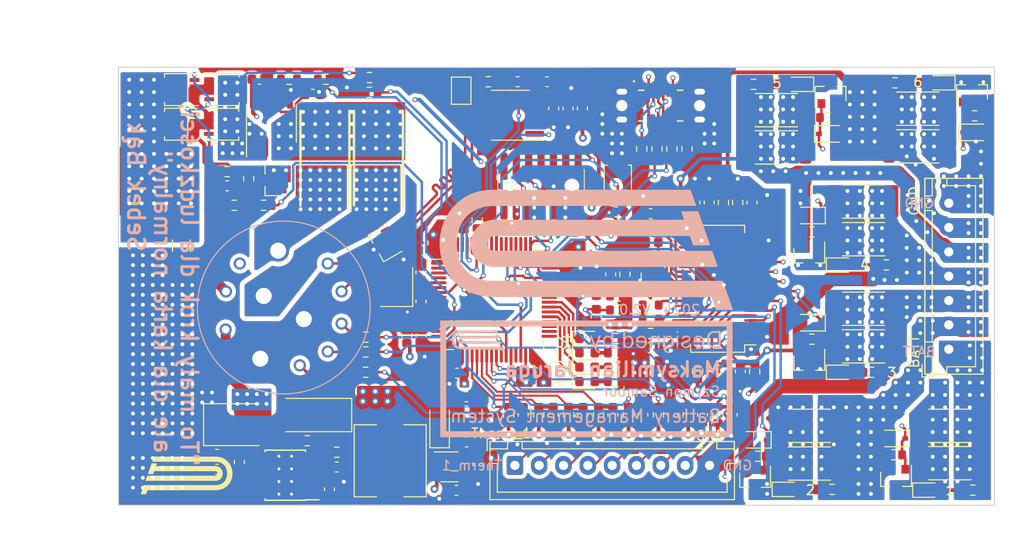
<source format=kicad_pcb>
(kicad_pcb (version 20240108) (generator "pcbnew") (generator_version "8.0")
  (layers (0 "F.Cu" signal) (1 "In1.Cu" signal) (2 "In2.Cu" signal) (31 "B.Cu" signal) (34 "B.Paste" user) (35 "F.Paste" user) (36 "B.SilkS" user "B.Silkscreen") (37 "F.SilkS" user "F.Silkscreen") (38 "B.Mask" user) (39 "F.Mask" user) (44 "Edge.Cuts" user))
  (net 0 "")
  (net 1 "/NRST")
  (net 2 "GND")
  (net 3 "+3V3")
  (net 4 "Net-(U1-PH0-OSC_IN)")
  (net 5 "Net-(U1-PH1-OSC_OUT)")
  (net 6 "/CAN/+5V_CAN_VDD")
  (net 7 "/CAN/+3V3_VIO")
  (net 8 "Net-(U1-VDDA{slash}VREF+)")
  (net 9 "Net-(LTC68101-V+)")
  (net 10 "Net-(LTC68101-C6)")
  (net 11 "Net-(LTC68101-Vref1)")
  (net 12 "Net-(LTC68101-Vref2)")
  (net 13 "Net-(LTC68101-Vreg)")
  (net 14 "Net-(Q1-C)")
  (net 15 "/LTC6810/Balance1/Cx")
  (net 16 "/LTC6810/Balance2/Cx")
  (net 17 "/LTC6810/Balance3/Cx")
  (net 18 "/LTC6810/Balance4/Cx")
  (net 19 "/LTC6810/Balance5/Cx")
  (net 20 "/LTC6810/Balance6/Cx")
  (net 21 "/Therm_1")
  (net 22 "/Therm_2")
  (net 23 "/Therm_3")
  (net 24 "/Therm_4")
  (net 25 "/Therm_5")
  (net 26 "/Therm_6")
  (net 27 "VCC")
  (net 28 "Net-(U3-EN)")
  (net 29 "+5VD")
  (net 30 "Net-(U3-VCC)")
  (net 31 "Net-(U3-BOOT)")
  (net 32 "Net-(U3-SW)")
  (net 33 "+5V")
  (net 34 "Net-(C41-Pad2)")
  (net 35 "/eFuse/Gate")
  (net 36 "Net-(U5-FILTER)")
  (net 37 "Net-(U2-BYP)")
  (net 38 "/LED_1")
  (net 39 "Net-(D1-A)")
  (net 40 "/LED_2")
  (net 41 "Net-(D3-A)")
  (net 42 "/LED_3")
  (net 43 "Net-(D4-A)")
  (net 44 "/LED_4")
  (net 45 "Net-(D5-A)")
  (net 46 "Net-(D6-A)")
  (net 47 "/LTC6810/Balance1/Sx")
  (net 48 "Net-(D6-K)")
  (net 49 "Net-(D8-K)")
  (net 50 "/LTC6810/Balance2/Sx")
  (net 51 "Net-(D8-A)")
  (net 52 "Net-(D10-K)")
  (net 53 "/LTC6810/Balance3/Sx")
  (net 54 "Net-(D10-A)")
  (net 55 "Net-(D12-K)")
  (net 56 "/LTC6810/Balance4/Sx")
  (net 57 "Net-(D12-A)")
  (net 58 "Net-(D14-K)")
  (net 59 "/LTC6810/Balance5/Sx")
  (net 60 "Net-(D14-A)")
  (net 61 "Net-(D16-A)")
  (net 62 "/LTC6810/Balance6/Sx")
  (net 63 "+24V")
  (net 64 "/VCC_Pin")
  (net 65 "Net-(D16-K)")
  (net 66 "/CS_IP+")
  (net 67 "/SW-DIO")
  (net 68 "/SW-CLK")
  (net 69 "/USB-DP")
  (net 70 "/USB-DM")
  (net 71 "/Interlock")
  (net 72 "Net-(F3-Pad1)")
  (net 73 "Net-(JP2-Pad2)")
  (net 74 "/MOSI")
  (net 75 "/MISO")
  (net 76 "/SCK")
  (net 77 "/CS")
  (net 85 "Net-(LTC68101-A0)")
  (net 87 "/Switch_Signal")
  (net 88 "/CAN-TX")
  (net 89 "/CAN-RX")
  (net 91 "Net-(LTC68101-DRIVE)")
  (net 98 "Net-(Q10-D)")
  (net 99 "Net-(Q10-G)")
  (net 100 "Net-(U1-PH3-BOOT)")
  (net 101 "Net-(U3-FB)")
  (net 102 "Net-(U5-VIOUT)")
  (net 104 "/CurrentSensor_Out")
  (net 114 "/LTC6810/CellBalance2")
  (net 115 "/LTC6810/CellBalance3")
  (net 116 "/LTC6810/CellBalance4")
  (net 117 "/LTC6810/CellBalance5")
  (net 118 "/LTC6810/CellBalance6")
  (net 120 "+BATT")
  (net 124 "/Therm_7")
  (net 125 "/Therm_8")
  (net 127 "/VoltageFuseMeasure")
  (net 136 "/V_Out_Pin_1")
  (net 137 "/V_Out_Pin_2")
  (net 138 "Net-(J2-Pin_3)")
  (net 139 "Net-(J2-Pin_2)")
  (net 141 "Net-(J2-Pin_1)")
  (net 142 "/D-")
  (net 144 "Net-(J1-CC_{1})")
  (net 145 "Net-(J1-CC_{2})")
  (net 147 "/D+")
  (net 148 "/CAN+")
  (net 149 "/CAN-")
  (footprint "Capacitor_SMD:C_0603_1608Metric" (layer "F.Cu") (at 161.142703 94.8568)
    (property "Reference" "C1" (hide yes))
    (property "Value" "100nF")
  )
  (footprint "Capacitor_SMD:C_0603_1608Metric" (layer "F.Cu") (at 141.338 98.806 180)
    (property "Reference" "C2" (hide yes))
    (property "Value" "100nF")
  )
  (footprint "Capacitor_SMD:C_0603_1608Metric" (layer "F.Cu") (at 144.780303 111.4298 180)
    (property "Reference" "C3" (hide yes))
    (property "Value" "100nF")
  )
  (footprint "Capacitor_SMD:C_0603_1608Metric" (layer "F.Cu") (at 152.908903 111.379 180)
    (property "Reference" "C4" (hide yes))
    (property "Value" "100nF")
  )
  (footprint "Capacitor_SMD:C_0603_1608Metric" (layer "F.Cu") (at 141.084903 101.079 -90)
    (property "Reference" "C5" (hide yes))
    (property "Value" "22pF")
  )
  (footprint "Capacitor_SMD:C_0603_1608Metric" (layer "F.Cu") (at 141.084903 104.0514 90)
    (property "Reference" "C6" (hide yes))
    (property "Value" "22pF")
  )
  (footprint "Capacitor_SMD:C_0603_1608Metric" (layer "F.Cu") (at 156.197903 84.223657 -90)
    (property "Reference" "C7" (hide yes))
    (property "Value" "100nF")
  )
  (footprint "Capacitor_SMD:C_0603_1608Metric" (layer "F.Cu") (at 154.724703 84.225897 -90)
    (property "Reference" "C8" (hide yes))
    (property "Value" "10uF")
  )
  (footprint "Capacitor_SMD:C_0603_1608Metric" (layer "F.Cu") (at 154.026503 81.482697)
    (property "Reference" "C9" (hide yes))
    (property "Value" "100nF")
  )
  (footprint "Capacitor_SMD:C_0603_1608Metric" (layer "F.Cu") (at 156.197903 99.835 -90)
    (property "Reference" "C10" (hide yes))
    (property "Value" "100nF")
  )
  (footprint "Capacitor_SMD:C_0603_1608Metric" (layer "F.Cu") (at 144.272903 96.266)
    (property "Reference" "C11" (hide yes))
    (property "Value" "100nF")
  )
  (footprint "Capacitor_SMD:C_0603_1608Metric" (layer "F.Cu") (at 141.097903 107.531503 -90)
    (property "Reference" "C12" (hide yes))
    (property "Value" "100nF")
  )
  (footprint "Capacitor_SMD:C_0603_1608Metric" (layer "F.Cu") (at 159.093503 102.678597 90)
    (property "Reference" "C13" (hide yes))
    (property "Value" "1uF")
  )
  (footprint "Capacitor_SMD:C_0603_1608Metric" (layer "F.Cu") (at 159.093503 105.638297 -90)
    (property "Reference" "C14" (hide yes))
    (property "Value" "10nF")
  )
  (footprint "Capacitor_SMD:C_0603_1608Metric" (layer "F.Cu") (at 164.694503 95.0468 180)
    (property "Reference" "C15" (hide yes))
    (property "Value" "1uF")
  )
  (footprint "Capacitor_SMD:C_0603_1608Metric" (layer "F.Cu") (at 164.693903 96.506697 180)
    (property "Reference" "C16" (hide yes))
    (property "Value" "1uF")
  )
  (footprint "Capacitor_SMD:C_0603_1608Metric" (layer "F.Cu") (at 164.693903 97.979897 180)
    (property "Reference" "C17" (hide yes))
    (property "Value" "1uF")
  )
  (footprint "Capacitor_SMD:C_0603_1608Metric" (layer "F.Cu") (at 160.579403 101.269497 90)
    (property "Reference" "C18" (hide yes))
    (property "Value" "100nF")
  )
  (footprint "Capacitor_SMD:C_0603_1608Metric" (layer "F.Cu") (at 173.901703 111.252 -90)
    (property "Reference" "C19" (hide yes))
    (property "Value" "10nF")
  )
  (footprint "Capacitor_SMD:C_0603_1608Metric" (layer "F.Cu") (at 170.968003 111.251097 -90)
    (property "Reference" "C20" (hide yes))
    (property "Value" "10nF")
  )
  (footprint "Capacitor_SMD:C_0603_1608Metric" (layer "F.Cu") (at 168.034303 111.2396 -90)
    (property "Reference" "C21" (hide yes))
    (property "Value" "10nF")
  )
  (footprint "Capacitor_SMD:C_0603_1608Metric" (layer "F.Cu") (at 169.228103 93.8914 90)
    (property "Reference" "C22" (hide yes))
    (property "Value" "10nF")
  )
  (footprint "Capacitor_SMD:C_0603_1608Metric" (layer "F.Cu") (at 170.701303 93.890197 90)
    (property "Reference" "C23" (hide yes))
    (property "Value" "10nF")
  )
  (footprint "Capacitor_SMD:C_0603_1608Metric" (layer "F.Cu") (at 175.096106 93.89648 90)
    (property "Reference" "C24" (hide yes))
    (property "Value" "10nF")
  )
  (footprint "Capacitor_SMD:C_0603_1608Metric" (layer "F.Cu") (at 151.5872 115.71 -90)
    (property "Reference" "C25" (hide yes))
    (property "Value" "100nF")
  )
  (footprint "Capacitor_SMD:C_0603_1608Metric" (layer "F.Cu") (at 154.6606 115.697 -90)
    (property "Reference" "C26" (hide yes))
    (property "Value" "100nF")
  )
  (footprint "Capacitor_SMD:C_0603_1608Metric" (layer "F.Cu") (at 157.734 115.7094 -90)
    (property "Reference" "C27" (hide yes))
    (property "Value" "100nF")
  )
  (footprint "Capacitor_SMD:C_0603_1608Metric" (layer "F.Cu") (at 160.8074 115.71 -90)
    (property "Reference" "C28" (hide yes))
    (property "Value" "100nF")
  )
  (footprint "Capacitor_SMD:C_0603_1608Metric" (layer "F.Cu") (at 163.8808 115.697 -90)
    (property "Reference" "C29" (hide yes))
    (property "Value" "100nF")
  )
  (footprint "Capacitor_SMD:C_0603_1608Metric" (layer "F.Cu") (at 166.9542 115.71 -90)
    (property "Reference" "C30" (hide yes))
    (property "Value" "100nF")
  )
  (footprint "Capacitor_SMD:C_0603_1608Metric" (layer "F.Cu") (at 120.129 119.7668 180)
    (property "Reference" "C31" (hide yes))
    (property "Value" "330pF")
  )
  (footprint "Capacitor_SMD:C_0603_1608Metric" (layer "F.Cu") (at 120.129 121.2908 180)
    (property "Reference" "C32" (hide yes))
    (property "Value" "47nF")
  )
  (footprint "Capacitor_SMD:C_0603_1608Metric" (layer "F.Cu") (at 120.129 122.8148 180)
    (property "Reference" "C33" (hide yes))
    (property "Value" "10uF")
  )
  (footprint "Capacitor_SMD:C_0603_1608Metric" (layer "F.Cu") (at 145.783 118.491 180)
    (property "Reference" "C34" (hide yes))
    (property "Value" "1uF")
  )
  (footprint "Capacitor_SMD:C_0603_1608Metric" (layer "F.Cu") (at 132.432903 121.0662 180)
    (property "Reference" "C35" (hide yes))
    (property "Value" "2.2uF")
  )
  (footprint "Capacitor_SMD:C_0603_1608Metric" (layer "F.Cu") (at 146.952303 120.8148 -90)
    (property "Reference" "C36" (hide yes))
    (property "Value" "1uF")
  )
  (footprint "Capacitor_SMD:C_0603_1608Metric" (layer "F.Cu") (at 131.687903 123.3412 -90)
    (property "Reference" "C37" (hide yes))
    (property "Value" "100nF")
  )
  (footprint "Capacitor_Tantalum_SMD:CP_EIA-6032-28_Kemet-C" (layer "F.Cu") (at 130.205403 115.73 180)
    (property "Reference" "C38" (hide yes))
    (property "Value" "100uF")
  )
  (footprint "Capacitor_SMD:C_0603_1608Metric" (layer "F.Cu") (at 145.746103 113.8428)
    (property "Reference" "C39" (hide yes))
    (property "Value" "100nF")
  )
  (footprint "Capacitor_SMD:C_0603_1608Metric" (layer "F.Cu") (at 145.746103 115.316)
    (property "Reference" "C40" (hide yes))
    (property "Value" "100nF")
  )
  (footprint "Capacitor_SMD:C_0603_1608Metric" (layer "F.Cu") (at 121.174003 92.179 180)
    (property "Reference" "C41" (hide yes))
    (property "Value" "0*")
  )
  (footprint "Capacitor_SMD:C_0603_1608Metric" (layer "F.Cu") (at 129.967903 82.78)
    (property "Reference" "C42" (hide yes))
    (property "Value" "1nF")
  )
  (footprint "Capacitor_SMD:C_0603_1608Metric" (layer "F.Cu") (at 124.492903 81.23)
    (property "Reference" "C43" (hide yes))
    (property "Value" "1uF")
  )
  (footprint "LED_SMD:LED_0603_1608Metric" (layer "F.Cu") (at 158.153603 112.281303)
    (property "Reference" "D1" (hide yes))
    (property "Value" "LED")
  )
  (footprint "Package_TO_SOT_SMD:SOT-23" (layer "F.Cu") (at 137.126878 98.229999 -150)
    (property "Reference" "D2" (hide yes))
    (property "Value" "PESD2CAN.215")
  )
  (footprint "LED_SMD:LED_0603_1608Metric" (layer "F.Cu") (at 158.153803 110.808103)
    (property "Reference" "D3" (hide yes))
    (property "Value" "LED")
  )
  (footprint "LED_SMD:LED_0603_1608Metric" (layer "F.Cu") (at 158.153803 109.334903)
    (property "Reference" "D4" (hide yes))
    (property "Value" "LED")
  )
  (footprint "LED_SMD:LED_0603_1608Metric" (layer "F.Cu") (at 158.153803 107.861703)
    (property "Reference" "D5" (hide yes))
    (property "Value" "LED")
  )
  (footprint "LED_SMD:LED_0603_1608Metric" (layer "F.Cu") (at 193.091403 123.444)
    (property "Reference" "D6" (hide yes))
    (property "Value" "LED_RED")
  )
  (footprint "Diode_SMD:D_SOD-323" (layer "F.Cu") (at 189.785303 118.1354 180)
    (property "Reference" "D7" (hide yes))
    (property "Value" "D_Zener 9.1V")
  )
  (footprint "LED_SMD:LED_0603_1608Metric" (layer "F.Cu") (at 178.651603 123.367197)
    (property "Reference" "D8" (hide yes))
    (property "Value" "LED_RED")
  )
  (footprint "Diode_SMD:D_SOD-323" (layer "F.Cu") (at 175.561303 118.274497 180)
    (property "Reference" "D9" (hide yes))
    (property "Value" "D_Zener 9.1V")
  )
  (footprint "LED_SMD:LED_0603_1608Metric" (layer "F.Cu") (at 184.219083 111.335217)
    (property "Reference" "D10" (hide yes))
    (property "Value" "LED_RED")
  )
  (footprint "Diode_SMD:D_SOD-323" (layer "F.Cu") (at 181.128983 106.242517 180)
    (property "Reference" "D11" (hide yes))
    (property "Value" "D_Zener 9.1V")
  )
  (footprint "LED_SMD:LED_0603_1608Metric" (layer "F.Cu") (at 184.219283 100.316697)
    (property "Reference" "D12" (hide yes))
    (property "Value" "LED_RED")
  )
  (footprint "Diode_SMD:D_SOD-323" (layer "F.Cu") (at 181.128983 95.223997 180)
    (property "Reference" "D13" (hide yes))
    (property "Value" "D_Zener 9.1V")
  )
  (footprint "LED_SMD:LED_0603_1608Metric" (layer "F.Cu") (at 179.939183 81.753043 180)
    (property "Reference" "D14" (hide yes))
    (property "Value" "LED_RED")
  )
  (footprint "Diode_SMD:D_SOD-323" (layer "F.Cu") (at 183.021283 86.843203)
    (property "Reference" "D15" (hide yes))
    (property "Value" "D_Zener 9.1V")
  )
  (footprint "LED_SMD:LED_0603_1608Metric" (layer "F.Cu") (at 194.470523 81.598103 180)
    (property "Reference" "D16" (hide yes))
    (property "Value" "LED_RED")
  )
  (footprint "Diode_SMD:D_SOD-323" (layer "F.Cu") (at 197.845303 86.6902)
    (property "Reference" "D17" (hide yes))
    (property "Value" "D_Zener 9.1V")
  )
  (footprint "Diode_SMD:D_SMB" (layer "F.Cu") (at 122.297903 116.7188)
    (property "Reference" "D18" (hide yes))
    (property "Value" "D_TVS")
  )
  (footprint "Diode_SMD:D_SOD-123" (layer "F.Cu") (at 143.002 116.839 90)
    (property "Reference" "D20" (hide yes))
    (property "Value" "D_Schottky")
  )
  (footprint "Fuse:Fuse_1206_3216Metric" (layer "F.Cu") (at 116.467903 98.33 90)
    (property "Reference" "F1" (hide yes))
    (property "Value" "Polyfuse")
  )
  (footprint "Inductor_SMD:L_0603_1608Metric" (layer "F.Cu") (at 122.428 120.5543 90)
    (property "Reference" "FB1" (hide yes))
    (property "Value" "Ferrite_Bead_Small")
  )
  (footprint "Inductor_SMD:L_0603_1608Metric" (layer "F.Cu") (at 151.016403 81.482697 180)
    (property "Reference" "FB2" (hide yes))
    (property "Value" "60R@100MHz")
  )
  (footprint "Inductor_SMD:L_0603_1608Metric" (layer "F.Cu") (at 157.671103 84.225997 -90)
    (property "Reference" "FB3" (hide yes))
    (property "Value" "60R@100MHz")
  )
  (footprint "Jumper:SolderJumper-2_P1.3mm_Open_TrianglePad1.0x1.5mm" (layer "F.Cu") (at 145.217903 82.402697 90)
    (property "Reference" "JP2" (hide yes))
    (property "Value" "CAN_terminanion_jumper")
  )
  (footprint "Inductor_SMD:L_0603_1608Metric" (layer "F.Cu") (at 139.637103 107.531603 -90)
    (property "Reference" "L1" (hide yes))
    (property "Value" "10u")
  )
  (footprint "Inductor_SMD:L_7.3x7.3_H4.5" (layer "F.Cu") (at 137.917903 120.43 90)
    (property "Reference" "L2" (hide yes))
    (property "Value" "22u")
  )
  (footprint "footprints:LTC6810" (layer "F.Cu") (at 171.564903 102.755097 180)
    (property "Reference" "LTC68101" (hide yes))
    (property "Value" "LTC6810-2")
  )
  (footprint "Package_TO_SOT_SMD:SOT-23" (layer "F.Cu") (at 164.468903 100.479297 180)
    (property "Reference" "Q1" (hide yes))
    (property "Value" "BC846")
  )
  (footprint "Package_TO_SOT_SMD:SOT-23" (layer "F.Cu") (at 189.894303 122.301 -90)
    (property "Reference" "Q2" (hide yes))
    (property "Value" "ZXMN3F30FHTA")
  )
  (footprint "Package_TO_SOT_SMD:SOT-23" (layer "F.Cu") (at 175.415543 122.395137 -90)
    (property "Reference" "Q3" (hide yes))
    (property "Value" "ZXMN3F30FHTA")
  )
  (footprint "Package_TO_SOT_SMD:SOT-23" (layer "F.Cu") (at 180.983183 110.366717 -90)
    (property "Reference" "Q4" (hide yes))
    (property "Value" "ZXMN3F30FHTA")
  )
  (footprint "Package_TO_SOT_SMD:SOT-23" (layer "F.Cu") (at 180.980683 99.342097 -90)
    (property "Reference" "Q5" (hide yes))
    (property "Value" "ZXMN3F30FHTA")
  )
  (footprint "Package_TO_SOT_SMD:SOT-23" (layer "F.Cu") (at 183.170203 82.724083 90)
    (property "Reference" "Q6" (hide yes))
    (property "Value" "ZXMN3F30FHTA")
  )
  (footprint "Package_TO_SOT_SMD:SOT-23" (layer "F.Cu") (at 197.701503 82.5594 90)
    (property "Reference" "Q7" (hide yes))
    (property "Value" "ZXMN3F30FHTA")
  )
  (footprint "Package_TO_SOT_SMD:SOT-23" (layer "F.Cu") (at 125.8213 91.6075 180)
    (property "Reference" "Q10" (hide yes))
    (property "Value" "BSS138")
  )
  (footprint "Resistor_SMD:R_0603_1608Metric" (layer "F.Cu") (at 161.142903 96.33 180)
    (property "Reference" "R1" (hide yes))
    (property "Value" "100k")
  )
  (footprint "Resistor_SMD:R_0603_1608Metric" (layer "F.Cu") (at 161.112303 112.281303)
    (property "Reference" "R2" (hide yes))
    (property "Value" "470")
  )
  (footprint "Resistor_SMD:R_0603_1608Metric" (layer "F.Cu") (at 161.112303 110.808103)
    (property "Reference" "R3" (hide yes))
    (property "Value" "470")
  )
  (footprint "Resistor_SMD:R_0603_1608Metric" (layer "F.Cu") (at 148.006903 81.482697)
    (property "Reference" "R4" (hide yes))
    (property "Value" "120")
  )
  (footprint "Resistor_SMD:R_0603_1608Metric" (layer "F.Cu") (at 161.112303 109.334903)
    (property "Reference" "R5" (hide yes))
    (property "Value" "470")
  )
  (footprint "Resistor_SMD:R_0603_1608Metric" (layer "F.Cu") (at 161.113303 107.861703)
    (property "Reference" "R6" (hide yes))
    (property "Value" "470")
  )
  (footprint "Resistor_SMD:R_0603_1608Metric" (layer "F.Cu") (at 146.8628 95.695 90)
    (property "Reference" "R7" (hide yes))
    (property "Value" "100k")
  )
  (footprint "Resistor_SMD:R_0603_1608Metric" (layer "F.Cu") (at 166.867903 88.38 -90)
    (property "Reference" "R8" (hide yes))
    (property "Value" "30")
  )
  (footprint "Resistor_SMD:R_0603_1608Metric" (layer "F.Cu") (at 165.337103 88.38 90)
    (property "Reference" "R9" (hide yes))
    (property "Value" "30")
  )
  (footprint "Resistor_SMD:R_0603_1608Metric" (layer "F.Cu") (at 161.329203 103.478997)
    (property "Reference" "R10" (hide yes))
    (property "Value" "100")
  )
  (footprint "Resistor_SMD:R_0603_1608Metric" (layer "F.Cu") (at 161.329203 104.939497)
    (property "Reference" "R11" (hide yes))
    (property "Value" "100")
  )
  (footprint "Resistor_SMD:R_0603_1608Metric" (layer "F.Cu") (at 164.682003 102.970997)
    (property "Reference" "R12" (hide yes))
    (property "Value" "10k")
  )
  (footprint "Resistor_SMD:R_0603_1608Metric" (layer "F.Cu") (at 164.682003 108.812997 180)
    (property "Reference" "R16" (hide yes))
    (property "Value" "2.2k")
  )
  (footprint "Resistor_SMD:R_0603_1608Metric" (layer "F.Cu") (at 164.682003 107.352497 180)
    (property "Reference" "R17" (hide yes))
    (property "Value" "2.2k")
  )
  (footprint "Resistor_SMD:R_0603_1608Metric" (layer "F.Cu") (at 164.682003 105.891997 180)
    (property "Reference" "R18" (hide yes))
    (property "Value" "2.2k")
  )
  (footprint "Resistor_SMD:R_0603_1608Metric" (layer "F.Cu") (at 162.039903 101.268697 -90)
    (property "Reference" "R19" (hide yes))
    (property "Value" "100")
  )
  (footprint "Resistor_SMD:R_0603_1608Metric" (layer "F.Cu") (at 164.682003 104.431497 180)
    (property "Reference" "R20" (hide yes))
    (property "Value" "2.2k")
  )
  (footprint "Resistor_SMD:R_2512_6332Metric" (layer "F.Cu") (at 195.433903 120.674797)
    (property "Reference" "R21" (hide yes))
    (property "Value" "10")
  )
  (footprint "Resistor_SMD:R_2512_6332Metric" (layer "F.Cu") (at 195.433903 116.838397)
    (property "Reference" "R22" (hide yes))
    (property "Value" "10")
  )
  (footprint "Resistor_SMD:R_0603_1608Metric" (layer "F.Cu") (at 197.778203 123.444)
    (property "Reference" "R23" (hide yes))
    (property "Value" "330")
  )
  (footprint "Resistor_SMD:R_0603_1608Metric" (layer "F.Cu") (at 189.687303 119.8118 180)
    (property "Reference" "R24" (hide yes))
    (property "Value" "1k")
  )
  (footprint "Resistor_SMD:R_0603_1608Metric" (layer "F.Cu") (at 175.374903 111.2642 -90)
    (property "Reference" "R25" (hide yes))
    (property "Value" "100")
  )
  (footprint "Resistor_SMD:R_2512_6332Metric" (layer "F.Cu") (at 180.988803 120.712897)
    (property "Reference" "R26" (hide yes))
    (property "Value" "10")
  )
  (footprint "Resistor_SMD:R_2512_6332Metric" (layer "F.Cu") (at 180.988803 116.837697)
    (property "Reference" "R27" (hide yes))
    (property "Value" "10")
  )
  (footprint "Resistor_SMD:R_0603_1608Metric" (layer "F.Cu") (at 183.325603 123.367197)
    (property "Reference" "R28" (hide yes))
    (property "Value" "330")
  )
  (footprint "Resistor_SMD:R_0603_1608Metric" (layer "F.Cu") (at 175.680203 119.963597 180)
    (property "Reference" "R29" (hide yes))
    (property "Value" "1k")
  )
  (footprint "Resistor_SMD:R_0603_1608Metric" (layer "F.Cu") (at 172.428503 111.250897 -90)
    (property "Reference" "R30" (hide yes))
    (property "Value" "100")
  )
  (footprint "Resistor_SMD:R_2512_6332Metric" (layer "F.Cu") (at 186.556483 108.676617)
    (property "Reference" "R31" (hide yes))
    (property "Value" "10")
  )
  (footprint "Resistor_SMD:R_2512_6332Metric" (layer "F.Cu") (at 186.559383 104.807417)
    (property "Reference" "R32" (hide yes))
    (property "Value" "10")
  )
  (footprint "Resistor_SMD:R_0603_1608Metric" (layer "F.Cu") (at 187.369283 111.335217)
    (property "Reference" "R33" (hide yes))
    (property "Value" "330")
  )
  (footprint "Resistor_SMD:R_0603_1608Metric" (layer "F.Cu") (at 181.247883 107.931617 180)
    (property "Reference" "R34" (hide yes))
    (property "Value" "1k")
  )
  (footprint "Resistor_SMD:R_0603_1608Metric" (layer "F.Cu") (at 169.507503 111.2388 -90)
    (property "Reference" "R35" (hide yes))
    (property "Value" "100")
  )
  (footprint "Resistor_SMD:R_2512_6332Metric" (layer "F.Cu") (at 186.560383 93.793797)
    (property "Reference" "R36" (hide yes))
    (property "Value" "10")
  )
  (footprint "Resistor_SMD:R_2512_6332Metric" (layer "F.Cu") (at 186.560383 97.662397)
    (property "Reference" "R37" (hide yes))
    (property "Value" "10")
  )
  (footprint "Resistor_SMD:R_0603_1608Metric" (layer "F.Cu") (at 188.898363 100.311617)
    (property "Reference" "R38" (hide yes))
    (property "Value" "330")
  )
  (footprint "Resistor_SMD:R_0603_1608Metric" (layer "F.Cu") (at 181.247883 96.913097 180)
    (property "Reference" "R39" (hide yes))
    (property "Value" "1k")
  )
  (footprint "Resistor_SMD:R_0603_1608Metric" (layer "F.Cu") (at 167.759983 93.889997 90)
    (property "Reference" "R40" (hide yes))
    (property "Value" "100")
  )
  (footprint "Resistor_SMD:R_2512_6332Metric" (layer "F.Cu") (at 177.600503 88.235403 180)
    (property "Reference" "R41" (hide yes))
    (property "Value" "10")
  )
  (footprint "Resistor_SMD:R_2512_6332Metric" (layer "F.Cu") (at 177.599083 84.404803 180)
    (property "Reference" "R42" (hide yes))
    (property "Value" "10")
  )
  (footprint "Resistor_SMD:R_0603_1608Metric" (layer "F.Cu") (at 175.260103 81.750503 180)
    (property "Reference" "R43" (hide yes))
    (property "Value" "330")
  )
  (footprint "Resistor_SMD:R_0603_1608Metric" (layer "F.Cu") (at 182.900423 85.159183)
    (property "Reference" "R44" (hide yes))
    (property "Value" "1k")
  )
  (footprint "Resistor_SMD:R_0603_1608Metric" (layer "F.Cu") (at 172.161803 93.889997 90)
    (property "Reference" "R45" (hide yes))
    (property "Value" "100")
  )
  (footprint "Resistor_SMD:R_2512_6332Metric" (layer "F.Cu") (at 192.129423 88.125903 180)
    (property "Reference" "R46" (hide yes))
    (property "Value" "10")
  )
  (footprint "Resistor_SMD:R_2512_6332Metric" (layer "F.Cu") (at 192.130423 84.252403 180)
    (property "Reference" "R47" (hide yes))
    (property "Value" "10")
  )
  (footprint "Resistor_SMD:R_0603_1608Metric" (layer "F.Cu") (at 189.788903 81.600643 180)
    (property "Reference" "R48" (hide yes))
    (property "Value" "330")
  )
  (footprint "Resistor_SMD:R_0603_1608Metric" (layer "F.Cu") (at 197.968703 84.9884)
    (property "Reference" "R49" (hide yes))
    (property "Value" "1k")
  )
  (footprint "Resistor_SMD:R_0603_1608Metric" (layer "F.Cu") (at 173.622906 93.89568 90)
    (property "Reference" "R50" (hide yes))
    (property "Value" "100")
  )
  (footprint "Resistor_SMD:R_0603_1608Metric" (layer "F.Cu") (at 150.0886 115.7092 90)
    (property "Reference" "R51" (hide yes))
    (property "Value" "10k")
  )
  (footprint "Resistor_SMD:R_0603_1608Metric" (layer "F.Cu") (at 153.1874 115.7092 90)
    (property "Reference" "R52" (hide yes))
    (property "Value" "10k")
  )
  (footprint "Resistor_SMD:R_0603_1608Metric" (layer "F.Cu") (at 156.2608 115.7092 90)
    (property "Reference" "R53" (hide yes))
    (property "Value" "10k")
  )
  (footprint "Resistor_SMD:R_0603_1608Metric" (layer "F.Cu") (at 159.3342 115.7092 90)
    (property "Reference" "R54" (hide yes))
    (property "Value" "10k")
  )
  (footprint "Resistor_SMD:R_0603_1608Metric" (layer "F.Cu") (at 162.4076 115.7092 90)
    (property "Reference" "R55" (hide yes))
    (property "Value" "10k")
  )
  (footprint "Resistor_SMD:R_0603_1608Metric" (layer "F.Cu") (at 165.481 115.7092 90)
    (property "Reference" "R56" (hide yes))
    (property "Value" "10k")
  )
  (footprint "Resistor_SMD:R_0603_1608Metric" (layer "F.Cu") (at 132.432903 119.5462 180)
    (property "Reference" "R57" (hide yes))
    (property "Value" "88.7k")
  )
  (footprint "Resistor_SMD:R_0603_1608Metric" (layer "F.Cu") (at 129.412903 118.3662)
    (property "Reference" "R58" (hide yes))
    (property "Value" "22.1k")
  )
  (footprint "Resistor_SMD:R_0603_1608Metric" (layer "F.Cu") (at 124.917903 94.18)
    (property "Reference" "R59" (hide yes))
    (property "Value" "100")
  )
  (footprint "Resistor_SMD:R_0603_1608Metric" (layer "F.Cu") (at 121.892903 94.18 180)
    (property "Reference" "R60" (hide yes))
    (property "Value" "10k")
  )
  (footprint "Resistor_SMD:R_0603_1608Metric" (layer "F.Cu") (at 123.3829 91.4429 -90)
    (property "Reference" "R61" (hide yes))
    (property "Value" "100")
  )
  (footprint "Resistor_SMD:R_0603_1608Metric" (layer "F.Cu") (at 121.173203 90.7185)
    (property "Reference" "R62" (hide yes))
    (property "Value" "10k")
  )
  (footprint "Button_Switch_SMD:SW_SPST_B3U-1000P" (layer "F.Cu") (at 161.307503 91.7072 90)
    (property "Reference" "SW1" (hide yes))
    (property "Value" "SW_Push")
  )
  (footprint "Package_QFP:LQFP-64_10x10mm_P0.5mm" (layer "F.Cu") (at 148.59 103.886)
    (property "Reference" "U1" (hide yes))
    (property "Value" "STM32L4P5RET6")
  )
  (footprint "Package_SO:Texas_HSOP-8-1EP_3.9x4.9mm_P1.27mm_ThermalVias" (layer "F.Cu") (at 127.142 121.9108 180)
    (property "Reference" "U3" (hide yes))
    (property "Value" "LMR23610")
  )
  (footprint "Package_SO:SOIC-8_3.9x4.9mm_P1.27mm" (layer "F.Cu") (at 150.290903 84.925 180)
    (property "Reference" "U4" (hide yes))
    (property "Value" "ATA6561-GAQW-N")
  )
  (footprint "Package_SO:SOIC-8_3.9x4.9mm_P1.27mm" (layer "F.Cu") (at 125.717903 85.755 90)
    (property "Reference" "U5" (hide yes))
    (property "Value" "ACHS-7123")
  )
  (footprint "Connector_JST:JST_XH_B7B-XH-A_1x07_P2.50mm_Vertical" (layer "F.Cu") (at 195.313903 108.966 90)
    (property "Reference" "J11" (hide yes))
    (property "Value" "Conn_01x07_Female")
  )
  (footprint "Capacitor_SMD:C_0603_1608Metric" (layer "F.Cu") (at 144.729503 123.4694 180)
    (property "Reference" "C44" (hide yes))
    (property "Value" "100nF")
  )
  (footprint "Package_TO_SOT_SMD:TSOT-23-5" (layer "F.Cu") (at 144.018 121.031)
    (property "Reference" "U2" (hide yes))
    (property "Value" "LD3985M33R_TSOT23")
  )
  (footprint "Crystal:Crystal_SMD_3225-4Pin_3.2x2.5mm" (layer "F.Cu") (at 138.583903 102.58 90)
    (property "Reference" "Y1" (hide yes))
    (property "Value" "Crystal")
  )
  (footprint "Package_SO:Vishay_PowerPAK_1212-8_Single" (layer "F.Cu") (at 116.369403 82.296 180)
    (property "Reference" "Q8" (hide yes))
    (property "Value" "SiSS05DN")
  )
  (footprint "Package_SO:Vishay_PowerPAK_1212-8_Single" (layer "F.Cu") (at 116.369403 85.852 180)
    (property "Reference" "Q9" (hide yes))
    (property "Value" "SiSS05DN")
  )
  (footprint "Package_SO:Vishay_PowerPAK_1212-8_Single" (layer "F.Cu") (at 120.726803 85.852)
    (property "Reference" "Q11" (hide yes))
    (property "Value" "SiSS05DN")
  )
  (footprint "Package_SO:Vishay_PowerPAK_1212-8_Single" (layer "F.Cu") (at 120.764903 82.296)
    (property "Reference" "Q12" (hide yes))
    (property "Value" "SiSS05DN")
  )
  (footprint "footprints:CellPad" (layer "F.Cu") (at 114.135503 91.694 -90)
    (property "Reference" "J4" (hide yes))
    (property "Value" "Battery+")
  )
  (footprint "footprints:CellPad" (layer "F.Cu") (at 114.135503 115.2906 90)
    (property "Reference" "J5" (hide yes))
    (property "Value" "Battery-")
  )
  (footprint "Resistor_SMD:R_0603_1608Metric" (layer "F.Cu") (at 135.417903 107.73 180)
    (property "Reference" "R13" (hide yes))
    (property "Value" "30")
  )
  (footprint "Resistor_SMD:R_0603_1608Metric" (layer "F.Cu") (at 135.417503 109.2452)
    (property "Reference" "R14" (hide yes))
    (property "Value" "30")
  )
  (footprint "Logos:PUTM_LOGO_11mm" (layer "F.Cu") (at 116.717903 121.83)
    (property "Reference" "G***" (hide yes))
    (property "Value" "LOGO" (hide yes))
  )
  (footprint "Resistor_SMD:R_0603_1608Metric" (layer "F.Cu") (at 135.392903 111.33)
    (property "Reference" "R15" (hide yes))
    (property "Value" "1k")
  )
  (footprint "Resistor_SMD:R_0603_1608Metric" (layer "F.Cu") (at 135.793403 81.056)
    (property "Reference" "R65" (hide yes))
    (property "Value" "20k")
  )
  (footprint "Resistor_SMD:R_0603_1608Metric" (layer "F.Cu") (at 135.792903 82.58 180)
    (property "Reference" "R66" (hide yes))
    (property "Value" "2.7k")
  )
  (footprint "Connector_JST:JST_XH_B9B-XH-A_1x09_P2.50mm_Vertical" (layer "F.Cu") (at 150.729903 120.904)
    (property "Reference" "J6" (hide yes))
    (property "Value" "Conn_01x09_Female")
  )
  (footprint "Capacitor_SMD:C_0603_1608Metric" (layer "F.Cu") (at 170.015503 115.71 -90)
    (property "Reference" "C45" (hide yes))
    (property "Value" "100nF")
  )
  (footprint "Capacitor_SMD:C_0603_1608Metric" (layer "F.Cu") (at 173.063503 115.71 -90)
    (property "Reference" "C46" (hide yes))
    (property "Value" "100nF")
  )
  (footprint "Resistor_SMD:R_0603_1608Metric" (layer "F.Cu") (at 168.542303 115.7092 90)
    (property "Reference" "R63" (hide yes))
    (property "Value" "10k")
  )
  (footprint "Resistor_SMD:R_0603_1608Metric" (layer "F.Cu") (at 171.590303 115.7092 90)
    (property "Reference" "R64" (hide yes))
    (property "Value" "10k")
  )
  (footprint "Resistor_SMD:R_0603_1608Metric" (layer "F.Cu") (at 127.517903 81.23)
    (property "Reference" "R67" (hide yes))
    (property "Value" "1k")
  )
  (footprint "Resistor_SMD:R_0603_1608Metric" (layer "F.Cu") (at 131.317903 81.23)
    (property "Reference" "R68" (hide yes))
    (property "Value" "2k")
  )
  (footprint "footprints:USB-C_Receptacle_GCT_USB4145-03-0070-C" (layer "F.Cu") (at 165.717903 83.83)
    (property "Reference" "J1" (hide yes))
    (property "Value" "USB-C_GCT_USB4145-03-0070-C")
  )
  (footprint "footprints:FTSH-107-XX-YYY-DV-K-A" (layer "F.Cu") (at 153.417903 92.2025)
    (property "Reference" "J7" (hide yes))
    (property "Value" "FTSH" (hide yes))
  )
  (footprint "Resistor_SMD:R_0603_1608Metric" (layer "F.Cu") (at 163.767903 88.38 -90)
    (property "Reference" "R69" (hide yes))
    (property "Value" "5.1k")
  )
  (footprint "footprints:0154001.DRT" (layer "F.Cu") (at 136.717903 89.33 -90)
    (property "Reference" "F3" (hide yes))
    (property "Value" "Fuse" (hide yes))
  )
  (footprint "Resistor_SMD:R_0603_1608Metric" (layer "F.Cu") (at 168.417903 88.38 -90)
    (property "Reference" "R70" (hide yes))
    (property "Value" "5.1k")
  )
  (footprint "footprints:0154001.DRT" (layer "F.Cu") (at 131.217903 89.33 -90)
    (property "Reference" "F4" (hide yes))
    (property "Value" "Fuse" (hide yes))
  )
  (footprint "footprints:AS214-97PN" (layer "B.Cu") (at 126.987903 104.68 90)
    (property "Reference" "J2" (hide yes))
    (property "Value" "Conn_01x12_Male")
  )
  (footprint "Logos:PUTM_LOGO_35mm" (layer "B.Cu") (at 158.991903 98.425 180)
    (property "Reference" "G***" (hide yes))
    (property "Value" "LOGO" (hide yes))
  )
  (footprint "Logos:SignatureBox30mm" (layer "B.Cu") (at 158.102903 112.014 180)
    (property "Reference" "G***" (hide yes))
    (property "Value" "LOGO" (hide yes))
  )
  (gr_line (start 155.689903 109.474) (end 155.689903 108.966) (stroke (width 0.15)) (layer "F.SilkS"))
  (gr_line (start 154.927903 110.49) (end 154.927903 110.744) (stroke (width 0.15)) (layer "F.SilkS"))
  (gr_line (start 156.197903 108.458) (end 156.197903 107.442) (stroke (width 0.15)) (layer "F.SilkS"))
  (gr_line (start 155.689903 109.22) (end 155.689903 109.474) (stroke (width 0.15)) (layer "F.SilkS"))
  (gr_line (start 155.689903 112.776) (end 154.927903 112.268) (stroke (width 0.15)) (layer "F.SilkS"))
  (gr_line (start 156.197903 108.458) (end 155.181903 107.696) (stroke (width 0.15)) (layer "F.SilkS"))
  (gr_line (start 155.181903 108.712) (end 154.927903 108.966) (stroke (width 0.15)) (layer "F.SilkS"))
  (gr_line (start 156.451903 109.22) (end 156.451903 109.474) (stroke (width 0.15)) (layer "F.SilkS"))
  (gr_line (start 156.197903 108.712) (end 155.943903 108.712) (stroke (width 0.15)) (layer "F.SilkS"))
  (gr_line (start 156.451903 110.236) (end 156.451903 111.506) (stroke (width 0.15)) (layer "F.SilkS"))
  (gr_line (start 154.927903 112.268) (end 156.451903 112.268) (stroke (width 0.15)) (layer "F.SilkS"))
  (gr_line (start 154.927903 109.474) (end 155.181903 109.728) (stroke (width 0.15)) (layer "F.SilkS"))
  (gr_line (start 155.689903 108.966) (end 155.435903 108.712) (stroke (width 0.15)) (layer "F.SilkS"))
  (gr_line (start 155.435903 108.712) (end 155.181903 108.712) (stroke (width 0.15)) (layer "F.SilkS"))
  (gr_line (start 154.927903 108.966) (end 154.927903 109.22) (stroke (width 0.15)) (layer "F.SilkS"))
  (gr_line (start 154.927903 110.744) (end 154.927903 110.998) (stroke (width 0.15)) (layer "F.SilkS"))
  (gr_line (start 154.927903 109.22) (end 154.927903 109.474) (stroke (width 0.15)) (layer "F.SilkS"))
  (gr_line (start 155.943903 108.712) (end 155.689903 108.966) (stroke (width 0.15)) (layer "F.SilkS"))
  (gr_line (start 155.181903 110.236) (end 154.927903 110.49) (stroke (width 0.15)) (layer "F.SilkS"))
  (gr_line (start 156.451903 109.474) (end 156.197903 109.728) (stroke (width 0.15)) (layer "F.SilkS"))
  (gr_line (start 156.451903 107.696) (end 155.689903 107.696) (stroke (width 0.15)) (layer "F.SilkS"))
  (gr_line (start 154.927903 110.998) (end 155.181903 111.252) (stroke (width 0.15)) (layer "F.SilkS"))
  (gr_line (start 155.435903 110.236) (end 155.181903 110.236) (stroke (width 0.15)) (layer "F.SilkS"))
  (gr_line (start 156.451903 108.966) (end 156.197903 108.712) (stroke (width 0.15)) (layer "F.SilkS"))
  (gr_line (start 155.689903 110.49) (end 155.435903 110.236) (stroke (width 0.15)) (layer "F.SilkS"))
  (gr_line (start 156.451903 111.506) (end 155.689903 110.49) (stroke (width 0.15)) (layer "F.SilkS"))
  (gr_line (start 156.451903 109.22) (end 156.451903 108.966) (stroke (width 0.15)) (layer "F.SilkS"))
  (gr_line (start 155.689903 108.966) (end 155.689903 109.22) (stroke (width 0.15)) (layer "F.SilkS"))
  (gr_line (start 110 125) (end 110 80) (stroke (width 0.1)) (layer "Edge.Cuts"))
  (gr_line (start 200 80) (end 200 125) (stroke (width 0.1)) (layer "Edge.Cuts"))
  (gr_line (start 110 80) (end 200 80) (stroke (width 0.1)) (layer "Edge.Cuts"))
  (gr_line (start 200 125) (end 110 125) (stroke (width 0.1)) (layer "Edge.Cuts"))
  (gr_text "Battery Management System" (at 171.996703 115.8494 0) (layer "B.SilkS") (effects (font (size 1.3 1.3) (thickness 0.18)) (justify left mirror)))
  (gr_text "Therm_1" (at 146.291903 120.904 0) (layer "B.SilkS") (effects (font (size 1 1)) (justify mirror)))
  (gr_text "GND" (at 192.265903 93.98 0) (layer "B.SilkS") (effects (font (size 1 1)) (justify mirror)))
  (gr_text "Maksymilian Jaruga" (at 172.072903 111.0488 0) (layer "B.SilkS") (effects (font (size 1.5 1.5) (thickness 0.3)) (justify left mirror)))
  (gr_text "BATT" (at 192.265903 109.22 0) (layer "B.SilkS") (effects (font (size 1 1)) (justify mirror)))
  (gr_text "\"To mały krok dla ludzkości,\n ale dla karła normalny\"\n                 Sebek Bąk" (at 114.541903 121.158 -90) (layer "B.SilkS") (effects (font (size 1.7 1.7) (thickness 0.3)) (justify left mirror)))
  (gr_text "GND" (at 173.596903 120.904 0) (layer "B.SilkS") (effects (font (size 1 1)) (justify mirror)))
  (gr_text "Szymon Sambor" (at 171.895103 113.3094 0) (layer "B.SilkS") (effects (font (size 1 1)) (justify left mirror)))
  (gr_text "2024" (at 167.881903 104.902 0) (layer "B.SilkS") (effects (font (size 1 1)) (justify mirror)))
  (gr_text "V2.0" (at 163.055903 104.902 0) (layer "B.SilkS") (effects (font (size 1 1)) (justify mirror)))
  (gr_text "Therm_1" (at 149.339903 117.602 0) (layer "F.SilkS") (effects (font (size 1 1))))
  (gr_text "GND" (at 170.802903 117.856 0) (layer "F.SilkS") (effects (font (size 1 1))))
  (gr_text "3" (at 189.471903 111.379 0) (layer "F.SilkS") (effects (font (size 1 1))))
  (gr_text "1" (at 195.440903 123.444 0) (layer "F.SilkS") (effects (font (size 1 1))))
  (gr_text "5" (at 177.660903 81.661 0) (layer "F.SilkS") (effects (font (size 1 1))))
  (gr_text "GND" (at 191.757903 93.726 90) (layer "F.SilkS") (effects (font (size 1 1))))
  (gr_text "BATT" (at 191.757903 109.22 90) (layer "F.SilkS") (effects (font (size 1 1))))
  (gr_text "2" (at 181.089903 123.444 0) (layer "F.SilkS") (effects (font (size 1 1))))
  (gr_text "6" (at 192.138903 81.534 0) (layer "F.SilkS") (effects (font (size 1 1))))
  (gr_text "4" (at 186.677903 100.33 0) (layer "F.SilkS") (effects (font (size 1 1))))
  (segment (start 147.077903 101.83) (end 147.492902 101.415001) (width 0.254) (layer "F.Cu") (net 1))
  (segment (start 161.967903 96.33) (end 161.967903 94.907) (width 0.254) (layer "F.Cu") (net 1))
  (segment (start 161.307503 94.2466) (end 161.917703 94.8568) (width 0.254) (layer "F.Cu") (net 1))
  (segment (start 157.633403 88.4455) (end 158.717903 89.53) (width 0.254) (layer "F.Cu") (net 1))
  (segment (start 142.915 103.136) (end 143.911903 103.136) (width 0.254) (layer "F.Cu") (net 1))
  (segment (start 155.957903 90.1675) (end 155.957903 88.772501) (width 0.254) (layer "F.Cu") (net 1))
  (segment (start 156.284904 88.4455) (end 157.633403 88.4455) (width 0.254) (layer "F.Cu") (net 1))
  (segment (start 143.911903 103.136) (end 145.217903 101.83) (width 0.254) (layer "F.Cu") (net 1))
  (segment (start 161.307503 93.4072) (end 161.307503 92.2196) (width 0.254) (layer "F.Cu") (net 1))
  (segment (start 155.957903 88.772501) (end 156.284904 88.4455) (width 0.254) (layer "F.Cu") (net 1))
  (segment (start 145.217903 101.83) (end 147.077903 101.83) (width 0.254) (layer "F.Cu") (net 1))
  (segment (start 161.307503 93.4072) (end 161.307503 94.2466) (width 0.254) (layer "F.Cu") (net 1))
  (segment (start 161.307503 92.2196) (end 161.117903 92.03) (width 0.254) (layer "F.Cu") (net 1))
  (via (at 147.492902 101.415001) (size 0.5) (drill 0.3) (layers "F.Cu" "B.Cu") (net 1))
  (via (at 161.117903 92.03) (size 0.5) (drill 0.3) (layers "F.Cu" "B.Cu") (net 1))
  (via (at 158.717903 89.53) (size 0.5) (drill 0.3) (layers "F.Cu" "B.Cu") (net 1))
  (segment (start 149.355903 91.492) (end 151.317903 89.53) (width 0.254) (layer "B.Cu") (net 1))
  (segment (start 161.117903 91.93) (end 161.117903 92.03) (width 0.254) (layer "B.Cu") (net 1))
  (segment (start 158.717903 89.53) (end 161.117903 91.93) (width 0.254) (layer "B.Cu") (net 1))
  (segment (start 147.492902 96.755001) (end 149.355903 94.892) (width 0.254) (layer "B.Cu") (net 1))
  (segment (start 151.317903 89.53) (end 158.717903 89.53) (width 0.254) (layer "B.Cu") (net 1))
  (segment (start 149.355903 94.892) (end 149.355903 91.492) (width 0.254) (layer "B.Cu") (net 1))
  (segment (start 147.492902 101.415001) (end 147.492902 96.755001) (width 0.254) (layer "B.Cu") (net 1))
  (segment (start 144.005303 112.5214) (end 144.005303 112.5214) (width 0.254) (layer "F.Cu") (net 2))
  (segment (start 157.467903 100.61) (end 157.467903 100.61) (width 0.254) (layer "F.Cu") (net 2))
  (segment (start 163.919503 93.218) (end 163.919503 93.218) (width 0.381) (layer "F.Cu") (net 2))
  (segment (start 146.952303 122.809) (end 146.952303 122.809) (width 0.381) (layer "F.Cu") (net 2))
  (segment (start 152.133903 112.522) (end 152.133903 112.389589) (width 0.381) (layer "F.Cu") (net 2))
  (segment (start 154.1656 85.56) (end 154.724703 85.000897) (width 0.381) (layer "F.Cu") (net 2))
  (segment (start 157.145505 103.227436) (end 158.418544 101.954397) (width 0.254) (layer "F.Cu") (net 2))
  (segment (start 143.699 121.031) (end 143.954503 121.286503) (width 0.381) (layer "F.Cu") (net 2))
  (segment (start 160.067002 91.247701) (end 160.067002 94.556099) (width 0.381) (layer "F.Cu") (net 2))
  (segment (start 151.026505 86.83) (end 152.296505 85.56) (width 0.381) (layer "F.Cu") (net 2))
  (segment (start 173.622906 93.07068) (end 173.622906 91.44) (width 0.254) (layer "F.Cu") (net 2))
  (segment (start 145.173903 94.87) (end 145.047903 94.996) (width 0.381) (layer "F.Cu") (net 2))
  (segment (start 174.939903 97.505097) (end 176.522 97.505097) (width 0.254) (layer "F.Cu") (net 2))
  (segment (start 154.265 100.636) (end 156.171903 100.636) (width 0.254) (layer "F.Cu") (net 2))
  (segment (start 159.093503 101.903597) (end 159.093503 100.4824) (width 0.254) (layer "F.Cu") (net 2))
  (segment (start 161.307503 90.0072) (end 160.067002 91.247701) (width 0.381) (layer "F.Cu") (net 2))
  (segment (start 174.939903 108.005097) (end 176.644903 108.005097) (width 0.254) (layer "F.Cu") (net 2))
  (segment (start 170.701303 93.115197) (end 170.701303 91.44) (width 0.254) (layer "F.Cu") (net 2))
  (segment (start 146.521103 115.5452) (end 147.561903 116.586) (width 0.381) (layer "F.Cu") (net 2))
  (segment (start 126.447 123.8158) (end 126.492 123.8608) (width 0.381) (layer "F.Cu") (net 2))
  (segment (start 169.913903 100.33) (end 169.987003 100.2569) (width 0.254) (layer "F.Cu") (net 2))
  (segment (start 142.967903 124.33) (end 143.828503 123.4694) (width 0.381) (layer "F.Cu") (net 2))
  (segment (start 146.521103 113.8428) (end 146.521103 115.316) (width 0.381) (layer "F.Cu") (net 2))
  (segment (start 137.733903 104.627) (end 137.733903 103.68) (width 0.381) (layer "F.Cu") (net 2))
  (segment (start 137.733903 104.627) (end 138.244703 105.1378) (width 0.381) (layer "F.Cu") (net 2))
  (segment (start 156.197903 86.2458) (end 156.197903 86.1618) (width 0.381) (layer "F.Cu") (net 2))
  (segment (start 176.683806 98.005097) (end 176.806903 97.882) (width 0.254) (layer "F.Cu") (net 2))
  (segment (start 163.918903 96.506697) (end 163.918903 95.0474) (width 0.381) (layer "F.Cu") (net 2))
  (segment (start 141.465903 109.728) (end 141.465903 108.674503) (width 0.381) (layer "F.Cu") (net 2))
  (segment (start 156.197903 100.61) (end 157.467903 100.61) (width 0.254) (layer "F.Cu") (net 2))
  (segment (start 152.296505 85.56) (end 152.765903 85.56) (width 0.381) (layer "F.Cu") (net 2))
  (segment (start 156.195663 85.000897) (end 156.197903 84.998657) (width 0.381) (layer "F.Cu") (net 2))
  (segment (start 145.34 110.404528) (end 145.081518 110.66301) (width 0.254) (layer "F.Cu") (net 2))
  (segment (start 173.901703 112.027) (end 173.901703 113.258604) (width 0.381) (layer "F.Cu") (net 2))
  (segment (start 144.005303 111.4298) (end 144.005303 112.5214) (width 0.254) (layer "F.Cu") (net 2))
  (segment (start 168.189903 100.005097) (end 169.589 100.005097) (width 0.254) (layer "F.Cu") (net 2))
  (segment (start 126.477 121.2758) (end 126.492 121.2608) (width 0.381) (layer "F.Cu") (net 2))
  (segment (start 141.084903 104.8264) (end 139.999303 104.8264) (width 0.254) (layer "F.Cu") (net 2))
  (segment (start 144.772093 110.66301) (end 144.005303 111.4298) (width 0.254) (layer "F.Cu") (net 2))
  (segment (start 126.717903 90.760897) (end 126.717903 90.83) (width 0.381) (layer "F.Cu") (net 2))
  (segment (start 145.34 96.558097) (end 145.047903 96.266) (width 0.254) (layer "F.Cu") (net 2))
  (segment (start 169.738806 100.505097) (end 169.987003 100.2569) (width 0.254) (layer "F.Cu") (net 2))
  (segment (start 158.593103 106.413297) (end 159.093503 106.413297) (width 0.254) (layer "F.Cu") (net 2))
  (segment (start 163.918903 97.979897) (end 163.918903 96.506697) (width 0.381) (layer "F.Cu") (net 2))
  (segment (start 169.589 100.005097) (end 169.913903 100.33) (width 0.254) (layer "F.Cu") (net 2))
  (segment (start 142.708 121.031) (end 143.699 121.031) (width 0.381) (layer "F.Cu") (net 2))
  (segment (start 145.081518 110.66301) (end 144.772093 110.66301) (width 0.254) (layer "F.Cu") (net 2))
  (segment (start 126.717903 90.83) (end 126.6488 90.83) (width 0.381) (layer "F.Cu") (net 2))
  (segment (start 124.442 123.8158) (end 126.447 123.8158) (width 0.381) (layer "F.Cu") (net 2))
  (segment (start 146.952303 121.5898) (end 146.952303 122.809) (width 0.381) (layer "F.Cu") (net 2))
  (segment (start 163.857003 102.1471) (end 163.563903 101.854) (width 0.254) (layer "F.Cu") (net 2))
  (segment (start 143.828503 123.4694) (end 143.954503 123.4694) (width 0.381) (layer "F.Cu") (net 2))
  (segment (start 168.189903 108.005097) (end 167.826806 108.005097) (width 0.254) (layer "F.Cu") (net 2))
  (segment (start 160.579403 102.044497) (end 159.209003 102.044497) (width 0.381) (layer "F.Cu") (net 2))
  (segment (start 158.418544 101.954397) (end 159.118903 101.954397) (width 0.254) (layer "F.Cu") (net 2))
  (segment (start 127.142 119.8036) (end 128.525 118.4206) (width 1) (layer "F.Cu") (net 2))
  (segment (start 127.217903 90.58) (end 126.717903 90.760897) (width 0.381) (layer "F.Cu") (net 2))
  (segment (start 160.067002 94.556099) (end 160.617903 94.93) (width 0.381) (layer "F.Cu") (net 2))
  (segment (start 154.724703 86.2458) (end 154.724703 86.1618) (width 0.381) (layer "F.Cu") (net 2))
  (segment (start 173.901703 113.258604) (end 173.876303 113.284004) (width 0.381) (layer "F.Cu") (net 2))
  (segment (start 168.189903 107.505097) (end 168.189903 108.005097) (width 0.254) (layer "F.Cu") (net 2))
  (segment (start 147.815903 86.83) (end 151.026505 86.83) (width 0.381) (layer "F.Cu") (net 2))
  (segment (start 170.968003 112.026097) (end 170.968003 113.538) (width 0.254) (layer "F.Cu") (net 2))
  (segment (start 145.34 109.561) (end 145.34 110.404528) (width 0.254) (layer "F.Cu") (net 2))
  (segment (start 124.442 121.2758) (end 126.477 121.2758) (width 0.381) (layer "F.Cu") (net 2))
  (segment (start 142.915 105.636) (end 141.894503 105.636) (width 0.254) (layer "F.Cu") (net 2))
  (segment (start 163.919503 95.0468) (end 163.919503 93.218) (width 0.381) (layer "F.Cu") (net 2))
  (segment (start 168.034303 112.0146) (end 168.034303 113.0046) (width 0.254) (layer "F.Cu") (net 2))
  (segment (start 163.857003 102.970997) (end 163.857003 102.1471) (width 0.254) (layer "F.Cu") (net 2))
  (segment (start 160.417903 94.93) (end 160.367703 94.8568) (width 0.381) (layer "F.Cu") (net 2))
  (segment (start 176.806903 97.882) (end 176.806903 97.79) (width 0.254) (layer "F.Cu") (net 2))
  (segment (start 156.171903 100.636) (end 156.197903 100.61) (width 0.254) (layer "F.Cu") (net 2))
  (segment (start 154.724703 85.000897) (end 154.724703 86.2458) (width 0.381) (layer "F.Cu") (net 2))
  (segment (start 127.142 121.9108) (end 127.142 119.8036) (width 1) (layer "F.Cu") (net 2))
  (segment (start 163.918903 95.0474) (end 163.919503 95.0468) (width 0.381) (layer "F.Cu") (net 2))
  (segment (start 169.698806 98.005097) (end 169.913903 97.79) (width 0.254) (layer "F.Cu") (net 2))
  (segment (start 168.189903 98.005097) (end 169.698806 98.005097) (width 0.254) (layer "F.Cu") (net 2))
  (segment (start 159.093503 100.4824) (end 159.118903 100.457) (width 0.254) (layer "F.Cu") (net 2))
  (segment (start 168.189903 100.505097) (end 169.738806 100.505097) (width 0.254) (layer "F.Cu") (net 2))
  (segment (start 151.84 109.561) (end 151.84 111.085097) (width 0.254) (layer "F.Cu") (net 2))
  (segment (start 168.189903 97.505097) (end 169.629 97.505097) (width 0.254) (layer "F.Cu") (net 2))
  (segment (start 146.521103 115.316) (end 146.521103 115.5452) (width 0.381) (layer "F.Cu") (net 2))
  (segment (start 159.209003 102.044497) (end 159.118903 101.954397) (width 0.381) (layer "F.Cu") (net 2))
  (segment (start 169.228103 93.1164) (end 169.228103 91.44) (width 0.254) (layer "F.Cu") (net 2))
  (segment (start 168.189903 98.005097) (end 168.189903 97.505097) (width 0.254) (layer "F.Cu") (net 2))
  (segment (start 146.8628 94.87) (end 145.173903 94.87) (width 0.381) (layer "F.Cu") (net 2))
  (segment (start 133.160703 121.5194) (end 133.160703 122.58) (width 0.381) (layer "F.Cu") (net 2))
  (segment (start 166.738903 109.093) (end 166.74497 109.099067) (width 0.254) (layer "F.Cu") (net 2))
  (segment (start 156.197903 84.998657) (end 156.197903 86.2458) (width 0.381) (layer "F.Cu") (net 2))
  (segment (start 145.34 98.211) (end 145.34 96.558097) (width 0.254) (layer "F.Cu") (net 2))
  (segment (start 138.244703 105.1378) (end 139.687903 105.1378) (width 0.381) (layer "F.Cu") (net 2))
  (segment (start 143.954503 121.286503) (end 143.954503 123.4694) (width 0.381) (layer "F.Cu") (net 2))
  (segment (start 160.617903 94.93) (end 160.417903 94.93) (width 0.381) (layer "F.Cu") (net 2))
  (segment (start 145.047903 96.266) (end 145.047903 94.996) (width 0.381) (layer "F.Cu") (net 2))
  (segment (start 157.145505 104.965699) (end 158.593103 106.413297) (width 0.254) (layer "F.Cu") (net 2))
  (segment (start 157.145505 104.965699) (end 157.145505 103.227436) (width 0.254) (layer "F.Cu") (net 2))
  (segment (start 174.939903 98.005097) (end 176.683806 98.005097) (width 0.254) (layer "F.Cu") (net 2))
  (segment (start 154.724703 85.000897) (end 156.195663 85.000897) (width 0.381) (layer "F.Cu") (net 2))
  (segment (start 141.894503 105.636) (end 141.084903 104.8264) (width 0.254) (layer "F.Cu") (net 2))
  (segment (start 152.133903 111.379) (end 152.133903 112.522) (width 0.381) (layer "F.Cu") (net 2))
  (segment (start 151.84 111.085097) (end 152.133903 111.379) (width 0.254) (layer "F.Cu") (net 2))
  (segment (start 175.096106 93.12148) (end 176.644903 93.12148) (width 0.381) (layer "F.Cu") (net 2))
  (segment (start 176.522 97.505097) (end 176.806903 97.79) (width 0.254) (layer "F.Cu") (net 2))
  (segment (start 152.765903 85.56) (end 154.1656 85.56) (width 0.381) (layer "F.Cu") (net 2))
  (segment (start 154.801503 81.482697) (end 155.8706 81.482697) (width 0.381) (layer "F.Cu") (net 2))
  (segment (start 126.8213 90.6575) (end 127.217903 90.58) (width 0.381) (layer "F.Cu") (net 2))
  (segment (start 167.826806 108.005097) (end 166.738903 109.093) (width 0.254) (layer "F.Cu") (net 2))
  (segment (start 155.8706 81.482697) (end 156.517903 82.13) (width 0.381) (layer "F.Cu") (net 2))
  (segment (start 169.629 97.505097) (end 169.913903 97.79) (width 0.254) (layer "F.Cu") (net 2))
  (segment (start 139.999303 104.8264) (end 139.687903 105.1378) (width 0.254) (layer "F.Cu") (net 2))
  (segment (start 141.465903 108.674503) (end 141.097903 108.306503) (width 0.381) (layer "F.Cu") (net 2))
  (via (at 112.509903 122.174) (size 0.8) (drill 0.4) (layers "F.Cu" "B.Cu") (net 2))
  (via (at 112.509903 123.19) (size 0.8) (drill 0.4) (layers "F.Cu" "B.Cu") (net 2))
  (via (at 112.509903 120.142) (size 0.8) (drill 0.4) (layers "F.Cu" "B.Cu") (net 2))
  (via (at 112.509903 121.158) (size 0.8) (drill 0.4) (layers "F.Cu" "B.Cu") (net 2))
  (via (at 117.589903 107.442) (size 0.8) (drill 0.4) (layers "F.Cu" "B.Cu") (net 2))
  (via (at 156.517903 82.13) (size 0.8) (drill 0.4) (layers "F.Cu" "B.Cu") (net 2))
  (via (at 156.197903 86.1618) (size 0.8) (drill 0.4) (layers "F.Cu" "B.Cu") (net 2))
  (via (at 161.717903 86.83) (size 0.8) (drill 0.4) (layers "F.Cu" "B.Cu") (net 2))
  (via (at 171.217903 86.83) (size 0.8) (drill 0.4) (layers "F.Cu" "B.Cu") (net 2))
  (via (at 111.493903 101.346) (size 0.8) (drill 0.4) (layers "F.Cu" "B.Cu") (net 2))
  (via (at 115.557903 114.554) (size 0.8) (drill 0.4) (layers "F.Cu" "B.Cu") (net 2))
  (via (at 114.517903 120.13) (size 0.8) (drill 0.4) (layers "F.Cu" "B.Cu") (net 2))
  (via (at 115.557903 105.41) (size 0.8) (drill 0.4) (layers "F.Cu" "B.Cu") (net 2))
  (via (at 115.557903 116.586) (size 0.8) (drill 0.4) (layers "F.Cu" "B.Cu") (net 2))
  (via (at 111.493903 120.142) (size 0.8) (drill 0.4) (layers "F.Cu" "B.Cu") (net 2))
  (via (at 113.525903 113.538) (size 0.8) (drill 0.4) (layers "F.Cu" "B.Cu") (net 2))
  (via (at 117.587903 104.412) (size 0.8) (drill 0.4) (layers "F.Cu" "B.Cu") (net 2))
  (via (at 154.038903 118.618) (size 0.8) (drill 0.4) (layers "F.Cu" "B.Cu") (net 2))
  (via (at 170.217903 87.83) (size 0.8) (drill 0.4) (layers "F.Cu" "B.Cu") (net 2))
  (via (at 114.541903 108.458) (size 0.8) (drill 0.4) (layers "F.Cu" "B.Cu") (net 2))
  (via (at 111.493903 106.426) (size 0.8) (drill 0.4) (layers "F.Cu" "B.Cu") (net 2))
  (via (at 112.509903 102.362) (size 0.8) (drill 0.4) (layers "F.Cu" "B.Cu") (net 2))
  (via (at 166.74497 109.099067) (size 0.8) (drill 0.4) (layers "F.Cu" "B.Cu") (net 2))
  (via (at 166.484903 112.649) (size 0.8) (drill 0.4) (layers "F.Cu" "B.Cu") (net 2))
  (via (at 112.509903 100.33) (size 0.8) (drill 0.4) (layers "F.Cu" "B.Cu") (net 2))
  (via (at 117.589903 116.586) (size 0.8) (drill 0.4) (layers "F.Cu" "B.Cu") (net 2))
  (via (at 159.717903 85.83) (size 0.8) (drill 0.4) (layers "F.Cu" "B.Cu") (net 2))
  (via (at 117.587903 103.396) (size 0.8) (drill 0.4) (layers "F.Cu" "B.Cu") (net 2))
  (via (at 197.345903 93.218) (size 0.8) (drill 0.4) (layers "F.Cu" "B.Cu") (net 2))
  (via (at 147.307903 117.348) (size 0.8) (drill 0.4) (layers "F.Cu" "B.Cu") (net 2))
  (via (at 163.919503 93.218) (size 0.8) (drill 0.4) (layers "F.Cu" "B.Cu") (net 2))
  (via (at 113.525903 120.142) (size 0.8) (drill 0.4) (layers "F.Cu" "B.Cu") (net 2))
  (via (at 111.493903 109.474) (size 0.8) (drill 0.4) (layers "F.Cu" "B.Cu") (net 2))
  (via (at 117.589903 108.458) (size 0.8) (drill 0.4) (layers "F.Cu" "B.Cu") (net 2))
  (via (at 163.563903 101.854) (size 0.5) (drill 0.3) (layers "F.Cu" "B.Cu") (net 2))
  (via (at 115.557903 111.506) (size 0.8) (drill 0.4) (layers "F.Cu" "B.Cu") (net 2))
  (via (at 113.525903 112.522) (size 0.8) (drill 0.4) (layers "F.Cu" "B.Cu") (net 2))
  (via (at 116.573903 111.506) (size 0.8) (drill 0.4) (layers "F.Cu" "B.Cu") (net 2))
  (via (at 111.493903 123.19) (size 0.8) (drill 0.4) (layers "F.Cu" "B.Cu") (net 2))
  (via (at 160.717903 86.83) (size 0.8) (drill 0.4) (layers "F.Cu" "B.Cu") (net 2))
  (via (at 116.573903 104.394) (size 0.8) (drill 0.4) (layers "F.Cu" "B.Cu") (net 2))
  (via (at 113.525903 103.378) (size 0.8) (drill 0.4) (layers "F.Cu" "B.Cu") (net 2))
  (via (at 112.509903 108.458) (size 0.8) (drill 0.4) (layers "F.Cu" "B.Cu") (net 2))
  (via (at 163.690903 117.856) (size 0.8) (drill 0.4) (layers "F.Cu" "B.Cu") (net 2))
  (via (at 114.541903 109.474) (size 0.8) (drill 0.4) (layers "F.Cu" "B.Cu") (net 2))
  (via (at 161.717903 87.83) (size 0.8) (drill 0.4) (layers "F.Cu" "B.Cu") (net 2))
  (via (at 176.806903 97.79) (size 0.8) (drill 0.4) (layers "F.Cu" "B.Cu") (net 2))
  (via (at 116.573903 109.474) (size 0.8) (drill 0.4) (layers "F.Cu" "B.Cu") (net 2))
  (via (at 197.345903 94.234) (size 0.8) (drill 0.4) (layers "F.Cu" "B.Cu") (net 2))
  (via (at 165.595903 111.633) (size 0.8) (drill 0.4) (layers "F.Cu" "B.Cu") (net 2))
  (via (at 198.615903 93.218) (size 0.8) (drill 0.4) (layers "F.Cu" "B.Cu") (net 2))
  (via (at 194.805903 91.186) (size 0.8) (drill 0.4) (layers "F.Cu" "B.Cu") (net 2))
  (via (at 111.493903 103.378) (size 0.8) (drill 0.4) (layers "F.Cu" "B.Cu") (net 2))
  (via (at 116.573903 106.426) (size 0.8) (drill 0.4) (layers "F.Cu" "B.Cu") (net 2))
  (via (at 112.509903 109.474) (size 0.8) (drill 0.4) (layers "F.Cu" "B.Cu") (net 2))
  (via (at 111.493903 115.57) (size 0.8) (drill 0.4) (layers "F.Cu" "B.Cu") (net 2))
  (via (at 148.323903 116.205) (size 0.8) (drill 0.4) (layers "F.Cu" "B.Cu") (net 2))
  (via (at 117.589903 106.426) (size 0.8) (drill 0.4) (layers "F.Cu" "B.Cu") (net 2))
  (via (at 115.533903 122.162) (size 0.8) (drill 0.4) (layers "F.Cu" "B.Cu") (net 2))
  (via (at 196.075903 92.202) (size 0.8) (drill 0.4) (layers "F.Cu" "B.Cu") (net 2))
  (via (at 113.525903 100.33) (size 0.8) (drill 0.4) (layers "F.Cu" "B.Cu") (net 2))
  (via (at 113.525903 123.19) (size 0.8) (drill 0.4) (layers "F.Cu" "B.Cu") (net 2))
  (via (at 113.525903 102.362) (size 0.8) (drill 0.4) (layers "F.Cu" "B.Cu") (net 2))
  (via (at 113.525903 122.174) (size 0.8) (drill 0.4) (layers "F.Cu" "B.Cu") (net 2))
  (via (at 146.952303 122.809) (size 0.8) (drill 0.4) (layers "F.Cu" "B.Cu") (net 2))
  (via (at 115.557903 110.49) (size 0.8) (drill 0.4) (layers "F.Cu" "B.Cu") (net 2))
  (via (at 114.517903 122.162) (size 0.8) (drill 0.4) (layers "F.Cu" "B.Cu") (net 2))
  (via (at 114.541903 104.394) (size 0.8) (drill 0.4) (layers "F.Cu" "B.Cu") (net 2))
  (via (at 113.525903 110.49) (size 0.8) (drill 0.4) (layers "F.Cu" "B.Cu") (net 2))
  (via (at 197.345903 92.202) (size 0.8) (drill 0.4) (layers "F.Cu" "B.Cu") (net 2))
  (via (at 112.509903 107.442) (size 0.8) (drill 0.4) (layers "F.Cu" "B.Cu") (net 2))
  (via (at 173.622906 91.44) (size 0.8) (drill 0.4) (layers "F.Cu" "B.Cu") (net 2))
  (via (at 198.615903 88.646) (size 0.8) (drill 0.4) (layers "F.Cu" "B.Cu") (net 2))
  (via (at 115.533903 120.13) (size 0.8) (drill 0.4) (layers "F.Cu" "B.Cu") (net 2))
  (via (at 114.541903 112.522) (size 0.8) (drill 0.4) (layers "F.Cu" "B.Cu") (net 2))
  (via (at 116.549903 121.146) (size 0.8) (drill 0.4) (layers "F.Cu" "B.Cu") (net 2))
  (via (at 119.621903 114.4328) (size 0.8) (drill 0.4) (layers "F.Cu" "B.Cu") (net 2))
  (via (at 155.917903 93.43) (size 0.8) (drill 0.4) (layers "F.Cu" "B.Cu") (net 2))
  (via (at 112.509903 106.426) (size 0.8) (drill 0.4) (layers "F.Cu" "B.Cu") (net 2))
  (via (at 116.549903 122.162) (size 0.8) (drill 0.4) (layers "F.Cu" "B.Cu") (net 2))
  (via (at 136.217903 98.73) (size 0.8) (drill 0.4) (layers "F.Cu" "B.Cu") (net 2))
  (via (at 115.557903 112.522) (size 0.8) (drill 0.4) (layers "F.Cu" "B.Cu") (net 2))
  (via (at 111.493903 102.362) (size 0.8) (drill 0.4) (layers "F.Cu" "B.Cu") (net 2))
  (via (at 152.717903 95.43) (size 0.8) (drill 0.4) (layers "F.Cu" "B.Cu") (net 2))
  (via (at 116.573903 116.586) (size 0.8) (drill 0.4) (layers "F.Cu" "B.Cu") (net 2))
  (via (at 169.913903 97.79) (size 0.8) (drill 0.4) (layers "F.Cu" "B.Cu") (net 2))
  (via (at 114.541903 110.49) (size 0.8) (drill 0.4) (layers "F.Cu" "B.Cu") (net 2))
  (via (at 112.509903 103.378) (size 0.8) (drill 0.4) (layers "F.Cu" "B.Cu") (net 2))
  (via (at 170.929903 113.284) (size 0.8) (drill 0.4) (layers "F.Cu" "B.Cu") (net 2))
  (via (at 116.573903 114.554) (size 0.8) (drill 0.4) (layers "F.Cu" "B.Cu") (net 2))
  (via (at 116.573903 110.49) (size 0.8) (drill 0.4) (layers "F.Cu" "B.Cu") (net 2))
  (via (at 111.493903 116.586) (size 0.8) (drill 0.4) (layers "F.Cu" "B.Cu") (net 2))
  (via (at 117.589903 115.57) (size 0.8) (drill 0.4) (layers "F.Cu" "B.Cu") (net 2))
  (via (at 117.589903 110.49) (size 0.8) (drill 0.4) (layers "F.Cu" "B.Cu") (net 2))
  (via (at 114.541903 115.57) (size 0.8) (drill 0.4) (layers "F.Cu" "B.Cu") (net 2))
  (via (at 172.199903 102.362) (size 0.8) (drill 0.4) (layers "F.Cu" "B.Cu") (net 2))
  (via (at 112.509903 105.41) (size 0.8) (drill 0.4) (layers "F.Cu" "B.Cu") (net 2))
  (via (at 168.389903 96.52) (size 0.8) (drill 0.4) (layers "F.Cu" "B.Cu") (net 2))
  (via (at 114.541903 106.426) (size 0.8) (drill 0.4) (layers "F.Cu" "B.Cu") (net 2))
  (via (at 111.493903 111.506) (size 0.8) (drill 0.4) (layers "F.Cu" "B.Cu") (net 2))
  (via (at 114.517903 123.178) (size 0.8) (drill 0.4) (layers "F.Cu" "B.Cu") (net 2))
  (via (at 115.557903 109.474) (size 0.8) (drill 0.4) (layers "F.Cu" "B.Cu") (net 2))
  (via (at 117.589903 112.522) (size 0.8) (drill 0.4) (layers "F.Cu" "B.Cu") (net 2))
  (via (at 111.493903 100.33) (size 0.8) (drill 0.4) (layers "F.Cu" "B.Cu") (net 2))
  (via (at 112.509903 112.522) (size 0.8) (drill 0.4) (layers "F.Cu" "B.Cu") (net 2))
  (via (at 119.621903 113.4168) (size 0.8) (drill 0.4) (layers "F.Cu" "B.Cu") (net 2))
  (via (at 171.217903 87.83) (size 0.8) (drill 0.4) (layers "F.Cu" "B.Cu") (net 2))
  (via (at 150.990903 118.745) (size 0.8) (drill 0.4) (layers "F.Cu" "B.Cu") (net 2))
  (via (at 139.306903 99.7458) (size 0.8) (drill 0.4) (layers "F.Cu" "B.Cu") (net 2))
  (via (at 198.615903 89.916) (size 0.8) (drill 0.4) (layers "F.Cu" "B.Cu") (net 2))
  (via (at 151.879903 112.389589) (size 0.8) (drill 0.4) (layers "F.Cu" "B.Cu") (net 2))
  (via (at 172.961903 117.856) (size 0.8) (drill 0.4) (layers "F.Cu" "B.Cu") (net 2))
  (via (at 114.537903 100.346) (size 0.8) (drill 0.4) (layers "F.Cu" "B.Cu") (net 2))
  (via (at 198.615903 91.186) (size 0.8) (drill 0.4) (layers "F.Cu" "B.Cu") (net 2))
  (via (at 116.573903 117.602) (size 0.8) (drill 0.4) (layers "F.Cu" "B.Cu") (net 2))
  (via (at 159.717903 86.83) (size 0.8) (drill 0.4) (layers "F.Cu" "B.Cu") (net 2))
  (via (at 116.549903 123.178) (size 0.8) (drill 0.4) (layers "F.Cu" "B.Cu") (net 2))
  (via (at 113.525903 106.426) (size 0.8) (drill 0.4) (layers "F.Cu" "B.Cu") (net 2))
  (via (at 115.557903 103.378) (size 0.8) (drill 0.4) (layers "F.Cu" "B.Cu") (net 2))
  (via (at 155.917903 95.43) (size 0.8) (drill 0.4) (layers "F.Cu" "B.Cu") (net 2))
  (via (at 174.993903 108.966) (size 0.8) (drill 0.4) (layers "F.Cu" "B.Cu") (net 2))
  (via (at 113.525903 107.442) (size 0.8) (drill 0.4) (layers "F.Cu" "B.Cu") (net 2))
  (via (at 117.587903 105.428) (size 0.8) (drill 0.4) (layers "F.Cu" "B.Cu") (net 2))
  (via (at 116.573903 113.538) (size 0.8) (drill 0.4) (layers "F.Cu" "B.Cu") (net 2))
  (via (at 116.573903 115.57) (size 0.8) (drill 0.4) (layers "F.Cu" "B.Cu") (net 2))
  (via (at 115.533903 123.178) (size 0.8) (drill 0.4) (layers "F.Cu" "B.Cu") (net 2))
  (via (at 196.075903 91.186) (size 0.8) (drill 0.4) (layers "F.Cu" "B.Cu") (net 2))
  (via (at 113.525903 104.394) (size 0.8) (drill 0.4) (layers "F.Cu" "B.Cu") (net 2))
  (via (at 118.605903 113.4168) (size 0.8) (drill 0.4) (layers "F.Cu" "B.Cu") (net 2))
  (via (at 111.493903 110.49) (size 0.8) (drill 0.4) (layers "F.Cu" "B.Cu") (net 2))
  (via (at 111.493903 112.522) (size 0.8) (drill 0.4) (layers "F.Cu" "B.Cu") (net 2))
  (via (at 111.493903 104.394) (size 0.8) (drill 0.4) (layers "F.Cu" "B.Cu") (net 2))
  (via (at 115.557903 102.362) (size 0.8) (drill 0.4) (layers "F.Cu" "B.Cu") (net 2))
  (via (at 173.876303 113.284004) (size 0.5) (drill 0.3) (layers "F.Cu" "B.Cu") (net 2))
  (via (at 113.525903 115.57) (size 0.8) (drill 0.4) (layers "F.Cu" "B.Cu") (net 2))
  (via (at 198.615903 94.234) (size 0.8) (drill 0.4) (layers "F.Cu" "B.Cu") (net 2))
  (via (at 176.644903 93.12148) (size 0.8) (drill 0.4) (layers "F.Cu" "B.Cu") (net 2))
  (via (at 117.589903 113.538) (size 0.8) (drill 0.4) (layers "F.Cu" "B.Cu") (net 2))
  (via (at 144.005303 112.5214) (size 0.8) (drill 0.4) (layers "F.Cu" "B.Cu") (net 2))
  (via (at 111.493903 117.602) (size 0.8) (drill 0.4) (layers "F.Cu" "B.Cu") (net 2))
  (via (at 148.577903 118.237) (size 0.8) (drill 0.4) (layers "F.Cu" "B.Cu") (net 2))
  (via (at 114.541903 102.362) (size 0.8) (drill 0.4) (layers "F.Cu" "B.Cu") (net 2))
  (via (at 154.717903 92.23) (size 0.8) (drill 0.4) (layers "F.Cu" "B.Cu") (net 2))
  (via (at 114.537903 99.33) (size 0.8) (drill 0.4) (layers "F.Cu" "B.Cu") (net 2))
  (via (at 155.917903 94.43) (size 0.8) (drill 0.4) (layers "F.Cu" "B.Cu") (net 2))
  (via (at 113.525903 111.506) (size 0.8) (drill 0.4) (layers "F.Cu" "B.Cu") (net 2))
  (via (at 116.573903 112.522) (size 0.8) (drill 0.4) (layers "F.Cu" "B.Cu") (net 2))
  (via (at 116.573903 105.41) (size 0.8) (drill 0.4) (layers "F.Cu" "B.Cu") (net 2))
  (via (at 111.493903 107.442) (size 0.8) (drill 0.4) (layers "F.Cu" "B.Cu") (net 2))
  (via (at 170.701303 91.44) (size 0.8) (drill 0.4) (layers "F.Cu" "B.Cu") (net 2))
  (via (at 113.525903 114.554) (size 0.8) (drill 0.4) (layers "F.Cu" "B.Cu") (net 2))
  (via (at 166.738903 117.983) (size 0.8) (drill 0.4) (layers "F.Cu" "B.Cu") (net 2))
  (via (at 152.717903 93.43) (size 0.8) (drill 0.4) (layers "F.Cu" "B.Cu") (net 2))
  (via (at 159.717903 84.83) (size 0.8) (drill 0.4) (layers "F.Cu" "B.Cu") (net 2))
  (via (at 125.967903 90.58) (size 0.8) (drill 0.4) (layers "F.Cu" "B.Cu") (net 2))
  (via (at 113.525903 117.602) (size 0.8) (drill 0.4) (layers "F.Cu" "B.Cu") (net 2))
  (via (at 141.465903 109.728) (size 0.8) (drill 0.4) (layers "F.Cu" "B.Cu") (net 2))
  (via (at 113.525903 116.586) (size 0.8) (drill 0.4) (layers "F.Cu" "B.Cu") (net 2))
  (via (at 112.509903 110.49) (size 0.8) (drill 0.4) (layers "F.Cu" "B.Cu") (net 2))
  (via (at 112.509903 117.602) (size 0.8) (drill 0.4) (layers "F.Cu" "B.Cu") (net 2))
  (via (at 114.541903 114.554) (size 0.8) (drill 0.4) (layers "F.Cu" "B.Cu") (net 2))
  (via (at 198.615903 92.202) (size 0.8) (drill 0.4) (layers "F.Cu" "B.Cu") (net 2))
  (via (at 139.687903 105.1378) (size 0.5) (drill 0.3) (layers "F.Cu" "B.Cu") (net 2))
  (via (at 194.805903 92.202) (size 0.8) (drill 0.4) (layers "F.Cu" "B.Cu") (net 2))
  (via (at 154.724703 86.1618) (size 0.8) (drill 0.4) (layers "F.Cu" "B.Cu") (net 2))
  (via (at 113.525903 99.314) (size 0.8) (drill 0.4) (layers "F.Cu" "B.Cu") (net 2))
  (via (at 152.717903 94.43) (size 0.8) (drill 0.4) (layers "F.Cu" "B.Cu") (net 2))
  (via (at 112.509903 104.394) (size 0.8) (drill 0.4) (layers "F.Cu" "B.Cu") (net 2))
  (via (at 116.573903 102.362) (size 0.8) (drill 0.4) (layers "F.Cu" "B.Cu") (net 2))
  (via (at 117.587903 102.38) (size 0.8) (drill 0.4) (layers "F.Cu" "B.Cu") (net 2))
  (via (at 115.557903 117.602) (size 0.8) (drill 0.4) (layers "F.Cu" "B.Cu") (net 2))
  (via (at 145.047903 94.996) (size 0.8) (drill 0.4) (layers "F.Cu" "B.Cu") (net 2))
  (via (at 198.107903 87.63) (size 0.8) (drill 0.4) (layers "F.Cu" "B.Cu") (net 2))
  (via (at 113.525903 105.41) (size 0.8) (drill 0.4) (layers "F.Cu" "B.Cu") (net 2))
  (via (at 169.987003 100.2569) (size 0.8) (drill 0.4) (layers "F.Cu" "B.Cu") (net 2))
  (via (at 142.967903 124.33) (size 0.8) (drill 0.4) (layers "F.Cu" "B.Cu") (net 2))
  (via (at 112.509903 113.538) (size 0.8) (drill 0.4) (layers "F.Cu" "B.Cu") (net 2))
  (via (at 117.589903 117.602) (size 0.8) (drill 0.4) (layers "F.Cu" "B.Cu") (net 2))
  (via (at 133.160703 122.58) (size 0.8) (drill 0.4) (layers "F.Cu" "B.Cu") (net 2))
  (via (at 114.541903 117.602) (size 0.8) (drill 0.4) (layers "F.Cu" "B.Cu") (net 2))
  (via (at 115.557903 104.394) (size 0.8) (drill 0.4) (layers "F.Cu" "B.Cu") (net 2))
  (via (at 117.589903 114.554) (size 0.8) (drill 0.4) (layers "F.Cu" "B.Cu") (net 2))
  (via (at 111.493903 108.458) (size 0.8) (drill 0.4) (layers "F.Cu" "B.Cu") (net 2))
  (via (at 161.717903 88.83) (size 0.8) (drill 0.4) (layers "F.Cu" "B.Cu") (net 2))
  (via (at 116.573903 107.442) (size 0.8) (drill 0.4) (layers "F.Cu" "B.Cu") (net 2))
  (via (at 114.541903 116.586) (size 0.8) (drill 0.4) (layers "F.Cu" "B.Cu") (net 2))
  (via (at 113.525903 109.474) (size 0.8) (drill 0.4) (layers "F.Cu" "B.Cu") (net 2))
  (via (at 169.228103 91.44) (size 0.8) (drill 0.4) (layers "F.Cu" "B.Cu") (net 2))
  (via (at 171.217903 85.83) (size 0.8) (drill 0.4) (layers "F.Cu" "B.Cu") (net 2))
  (via (at 115.557903 107.442) (size 0.8) (drill 0.4) (layers "F.Cu" "B.Cu") (net 2))
  (via (at 115.557903 113.538) (size 0.8) (drill 0.4) (layers "F.Cu" "B.Cu") (net 2))
  (via (at 111.493903 105.41) (size 0.8) (drill 0.4) (layers "F.Cu" "B.Cu") (net 2))
  (via (at 169.913903 117.602) (size 0.8) (drill 0.4) (layers "F.Cu" "B.Cu") (net 2))
  (via (at 112.509903 114.554) (size 0.8) (drill 0.4) (layers "F.Cu" "B.Cu") (net 2))
  (via (at 115.533903 121.146) (size 0.8) (drill 0.4) (layers "F.Cu" "B.Cu") (net 2))
  (via (at 166.357903 110.236) (size 0.8) (drill 0.4) (layers "F.Cu" "B.Cu") (net 2))
  (via (at 114.541903 105.41) (size 0.8) (drill 0.4) (layers "F.Cu" "B.Cu") (net 2))
  (via (at 115.557903 108.458) (size 0.8) (drill 0.4) (layers "F.Cu" "B.Cu") (net 2))
  (via (at 160.417903 94.93) (size 0.5) (drill 0.3) (layers "F.Cu" "B.Cu") (net 2))
  (via (at 112.509903 116.586) (size 0.8) (drill 0.4) (layers "F.Cu" "B.Cu") (net 2))
  (via (at 112.509903 99.314) (size 0.8) (drill 0.4) (layers "F.Cu" "B.Cu") (net 2))
  (via (at 160.717903 88.83) (size 0.8) (drill 0.4) (layers "F.Cu" "B.Cu") (net 2))
  (via (at 116.573903 108.458) (size 0.8) (drill 0.4) (layers "F.Cu" "B.Cu") (net 2))
  (via (at 112.509903 111.506) (size 0.8) (drill 0.4) (layers "F.Cu" "B.Cu") (net 2))
  (via (at 113.525903 108.458) (size 0.8) (drill 0.4) (layers "F.Cu" "B.Cu") (net 2))
  (via (at 157.467903 100.61) (size 0.8) (drill 0.4) (layers "F.Cu" "B.Cu") (net 2))
  (via (at 130.617903 82.53) (size 0.8) (drill 0.4) (layers "F.Cu" "B.Cu") (net 2))
  (via (at 133.467903 82.08) (size 0.8) (drill 0.4) (layers "F.Cu" "B.Cu") (net 2))
  (via (at 112.509903 101.346) (size 0.8) (drill 0.4) (layers "F.Cu" "B.Cu") (net 2))
  (via (at 111.493903 122.174) (size 0.8) (drill 0.4) (layers "F.Cu" "B.Cu") (net 2))
  (via (at 111.493903 114.554) (size 0.8) (drill 0.4) (layers "F.Cu" "B.Cu") (net 2))
  (via (at 112.509903 115.57) (size 0.8) (drill 0.4) (layers "F.Cu" "B.Cu") (net 2))
  (via (at 114.541903 111.506) (size 0.8) (drill 0.4) (layers "F.Cu" "B.Cu") (net 2))
  (via (at 159.118903 100.457) (size 0.8) (drill 0.4) (layers "F.Cu" "B.Cu") (net 2))
  (via (at 116.573903 103.378) (size 0.8) (drill 0.4) (layers "F.Cu" "B.Cu") (net 2))
  (via (at 114.541903 107.442) (size 0.8) (drill 0.4) (layers "F.Cu" "B.Cu") (net 2))
  (via (at 115.557903 106.426) (size 0.8) (drill 0.4) (layers "F.Cu" "B.Cu") (net 2))
  (via (at 111.493903 121.158) (size 0.8) (drill 0.4) (layers "F.Cu" "B.Cu") (net 2))
  (via (at 160.642903 117.729) (size 0.8) (drill 0.4) (layers "F.Cu" "B.Cu") (net 2))
  (via (at 111.493903 113.538) (size 0.8) (drill 0.4) (layers "F.Cu" "B.Cu") (net 2))
  (via (at 111.493903 99.314) (size 0.8) (drill 0.4) (layers "F.Cu" "B.Cu") (net 2))
  (via (at 114.537903 101.362) (size 0.8) (drill 0.4) (layers "F.Cu" "B.Cu") (net 2))
  (via (at 117.589903 109.474) (size 0.8) (drill 0.4) (layers "F.Cu" "B.Cu") (net 2))
  (via (at 127.217903 90.58) (size 0.8) (drill 0.4) (layers "F.Cu" "B.Cu") (net 2))
  (via (at 171.183903 101.346) (size 0.8) (drill 0.4) (layers "F.Cu" "B.Cu") (net 2))
  (via (at 114.541903 113.538) (size 0.8) (drill 0.4) (layers "F.Cu" "B.Cu") (net 2))
  (via (at 118.605903 114.4328) (size 0.8) (drill 0.4) (layers "F.Cu" "B.Cu") (net 2))
  (via (at 113.525903 101.346) (size 0.8) (drill 0.4) (layers "F.Cu" "B.Cu") (net 2))
  (via (at 157.213903 118.618) (size 0.8) (drill 0.4) (layers "F.Cu" "B.Cu") (net 2))
  (via (at 160.717903 87.83) (size 0.8) (drill 0.4) (layers "F.Cu" "B.Cu") (net 2))
  (via (at 197.345903 91.186) (size 0.8) (drill 0.4) (layers "F.Cu" "B.Cu") (net 2))
  (via (at 127.717903 82.33) (size 0.8) (drill 0.4) (layers "F.Cu" "B.Cu") (net 2))
  (via (at 176.644903 107.696) (size 0.8) (drill 0.4) (layers "F.Cu" "B.Cu") (net 2))
  (via (at 116.549903 120.13) (size 0.8) (drill 0.4) (layers "F.Cu" "B.Cu") (net 2))
  (via (at 117.589903 111.506) (size 0.8) (drill 0.4) (layers "F.Cu" "B.Cu") (net 2))
  (via (at 170.217903 86.83) (size 0.8) (drill 0.4) (layers "F.Cu" "B.Cu") (net 2))
  (via (at 113.525903 121.158) (size 0.8) (drill 0.4) (layers "F.Cu" "B.Cu") (net 2))
  (via (at 114.541903 103.378) (size 0.8) (drill 0.4) (layers "F.Cu" "B.Cu") (net 2))
  (via (at 114.517903 121.146) (size 0.8) (drill 0.4) (layers "F.Cu" "B.Cu") (net 2))
  (via (at 115.557903 115.57) (size 0.8) (drill 0.4) (layers "F.Cu" "B.Cu") (net 2))
  (segment (start 139.941903 109.728) (end 139.941903 109.728) (width 0.254) (layer "F.Cu") (net 3))
  (segment (start 145.555303 112.522) (end 145.555303 112.522) (width 0.254) (layer "F.Cu") (net 3))
  (segment (start 154.265 100.136) (end 155.121903 100.136) (width 0.254) (layer "F.Cu") (net 3))
  (segment (start 142.915 99.545103) (end 142.915 100.136) (width 0.254) (layer "F.Cu") (net 3))
  (segment (start 139.941903 108.623903) (end 139.637103 108.319103) (width 0.381) (layer "F.Cu") (net 3))
  (segment (start 139.941903 109.728) (end 139.941903 108.623903) (width 0.381) (layer "F.Cu") (net 3))
  (segment (start 152.34 110.035097) (end 153.683903 111.379) (width 0.254) (layer "F.Cu") (net 3))
  (segment (start 145.84 111.145103) (end 145.555303 111.4298) (width 0.254) (layer "F.Cu") (net 3))
  (segment (start 151.094413 80.617187) (end 150.228903 81.482697) (width 0.381) (layer "F.Cu") (net 3))
  (segment (start 160.317903 96.33) (end 160.317903 97.03) (width 0.254) (layer "F.Cu") (net 3))
  (segment (start 163.857003 104.431497) (end 163.857003 105.891997) (width 0.381) (layer "F.Cu") (net 3))
  (segment (start 161.937303 109.334903) (end 161.937303 110.808103) (width 0.381) (layer "F.Cu") (net 3))
  (segment (start 150.877903 95.57) (end 150.417903 96.03) (width 0.381) (layer "F.Cu") (net 3))
  (segment (start 150.877903 94.2375) (end 150.877903 95.57) (width 0.381) (layer "F.Cu") (net 3))
  (segment (start 168.542303 116.5342) (end 168.542303 117.729) (width 0.381) (layer "F.Cu") (net 3))
  (segment (start 159.3342 116.5342) (end 159.3342 117.729) (width 0.381) (layer "F.Cu") (net 3))
  (segment (start 161.938303 109.333903) (end 161.937303 109.334903) (width 0.381) (layer "F.Cu") (net 3))
  (segment (start 142.915 100.136) (end 142.915 99.608) (width 0.254) (layer "F.Cu") (net 3))
  (segment (start 162.4076 116.5342) (end 162.4076 117.729) (width 0.381) (layer "F.Cu") (net 3))
  (segment (start 171.564903 116.5342) (end 171.564903 117.729) (width 0.381) (layer "F.Cu") (net 3))
  (segment (start 156.197903 99.06) (end 156.655103 99.06) (width 0.254) (layer "F.Cu") (net 3))
  (segment (start 157.42729 80.617187) (end 151.094413 80.617187) (width 0.381) (layer "F.Cu") (net 3))
  (segment (start 153.1874 116.5342) (end 153.1874 117.729) (width 0.381) (layer "F.Cu") (net 3))
  (segment (start 153.683903 111.379) (end 153.683903 112.522) (width 0.381) (layer "F.Cu") (net 3))
  (segment (start 158.737903 81.9278) (end 157.42729 80.617187) (width 0.381) (layer "F.Cu") (net 3))
  (segment (start 144.84 98.211) (end 144.249103 98.211) (width 0.254) (layer "F.Cu") (net 3))
  (segment (start 163.857003 105.891997) (end 163.857003 107.352497) (width 0.381) (layer "F.Cu") (net 3))
  (segment (start 159.358403 93.6895) (end 158.617903 94.43) (width 0.381) (layer "F.Cu") (net 3))
  (segment (start 158.737903 81.9278) (end 158.737903 88.644196) (width 0.381) (layer "F.Cu") (net 3))
  (segment (start 163.857003 107.352497) (end 163.857003 108.812997) (width 0.381) (layer "F.Cu") (net 3))
  (segment (start 161.937303 110.808103) (end 161.937303 112.281303) (width 0.381) (layer "F.Cu") (net 3))
  (segment (start 142.915 99.608) (end 142.113 98.806) (width 0.254) (layer "F.Cu") (net 3))
  (segment (start 160.317903 97.03) (end 160.617903 97.33) (width 0.254) (layer "F.Cu") (net 3))
  (segment (start 159.358403 89.264696) (end 159.358403 93.6895) (width 0.381) (layer "F.Cu") (net 3))
  (segment (start 153.683903 112.522) (end 153.683903 112.389589) (width 0.381) (layer "F.Cu") (net 3))
  (segment (start 165.481 116.5342) (end 165.481 117.729) (width 0.381) (layer "F.Cu") (net 3))
  (segment (start 156.655103 99.06) (end 157.264703 98.4504) (width 0.254) (layer "F.Cu") (net 3))
  (segment (start 156.2608 116.5342) (end 156.2608 117.729) (width 0.381) (layer "F.Cu") (net 3))
  (segment (start 145.84 109.561) (end 145.84 111.145103) (width 0.254) (layer "F.Cu") (net 3))
  (segment (start 150.0886 116.5342) (end 150.0886 117.729) (width 0.381) (layer "F.Cu") (net 3))
  (segment (start 145.555303 111.4298) (end 145.555303 112.522) (width 0.254) (layer "F.Cu") (net 3))
  (segment (start 144.249103 98.211) (end 142.915 99.545103) (width 0.254) (layer "F.Cu") (net 3))
  (segment (start 155.121903 100.136) (end 156.197903 99.06) (width 0.254) (layer "F.Cu") (net 3))
  (segment (start 152.34 109.561) (end 152.34 110.035097) (width 0.254) (layer "F.Cu") (net 3))
  (segment (start 158.737903 88.644196) (end 159.358403 89.264696) (width 0.381) (layer "F.Cu") (net 3))
  (segment (start 161.938303 107.861703) (end 161.938303 109.333903) (width 0.381) (layer "F.Cu") (net 3))
  (via (at 159.3342 117.729) (size 0.8) (drill 0.4) (layers "F.Cu" "B.Cu") (net 3))
  (via (at 156.2608 117.729) (size 0.8) (drill 0.4) (layers "F.Cu" "B.Cu") (net 3))
  (via (at 157.264703 98.4504) (size 0.8) (drill 0.4) (layers "F.Cu" "B.Cu") (net 3))
  (via (at 150.0886 117.729) (size 0.8) (drill 0.4) (layers "F.Cu" "B.Cu") (net 3))
  (via (at 142.354903 97.1804) (size 0.8) (drill 0.4) (layers "F.Cu" "B.Cu") (net 3))
  (via (at 163.055903 111.379) (size 0.5) (drill 0.3) (layers "F.Cu" "B.Cu") (net 3))
  (via (at 164.071903 111.379) (size 0.5) (drill 0.3) (layers "F.Cu" "B.Cu") (net 3))
  (via (at 153.1874 117.729) (size 0.8) (drill 0.4) (layers "F.Cu" "B.Cu") (net 3))
  (via (at 158.617903 94.43) (size 0.8) (drill 0.4) (layers "F.Cu" "B.Cu") (net 3))
  (via (at 150.967903 94.33) (size 0.5) (drill 0.3) (layers "F.Cu" "B.Cu") (net 3))
  (via (at 160.617903 97.33) (size 0.5) (drill 0.3) (layers "F.Cu" "B.Cu") (net 3))
  (via (at 148.323903 120.142) (size 0.8) (drill 0.4) (layers "F.Cu" "B.Cu") (net 3))
  (via (at 162.4076 117.729) (size 0.8) (drill 0.4) (layers "F.Cu" "B.Cu") (net 3))
  (via (at 139.941903 109.728) (size 0.8) (drill 0.4) (layers "F.Cu" "B.Cu") (net 3))
  (via (at 153.683903 112.389589) (size 0.8) (drill 0.4) (layers "F.Cu" "B.Cu") (net 3))
  (via (at 171.564903 117.729) (size 0.8) (drill 0.4) (layers "F.Cu" "B.Cu") (net 3))
  (via (at 168.542303 117.729) (size 0.8) (drill 0.4) (layers "F.Cu" "B.Cu") (net 3))
  (via (at 164.071903 110.363) (size 0.8) (drill 0.4) (layers "F.Cu" "B.Cu") (net 3))
  (via (at 143.370903 97.7392) (size 0.8) (drill 0.4) (layers "F.Cu" "B.Cu") (net 3))
  (via (at 162.903503 109.4232) (size 0.5) (drill 0.3) (layers "F.Cu" "B.Cu") (net 3))
  (via (at 150.417903 96.03) (size 0.5) (drill 0.3) (layers "F.Cu" "B.Cu") (net 3))
  (via (at 163.055903 110.363) (size 0.8) (drill 0.4) (layers "F.Cu" "B.Cu") (net 3))
  (via (at 145.555303 112.522) (size 0.8) (drill 0.4) (layers "F.Cu" "B.Cu") (net 3))
  (via (at 165.481 117.729) (size 0.8) (drill 0.4) (layers "F.Cu" "B.Cu") (net 3))
  (via (at 150.967903 95.08) (size 0.5) (drill 0.3) (layers "F.Cu" "B.Cu") (net 3))
  (segment (start 138.660903 102.507) (end 137.733903 101.58) (width 0.254) (layer "F.Cu") (net 4))
  (segment (start 140.431903 102.507) (end 138.660903 102.507) (width 0.254) (layer "F.Cu") (net 4))
  (segment (start 141.084903 101.854) (end 140.431903 102.507) (width 0.254) (layer "F.Cu") (net 4))
  (segment (start 137.733903 101.534602) (end 137.733903 101.346) (width 0.254) (layer "F.Cu") (net 4))
  (segment (start 141.084903 101.854) (end 141.366903 102.136) (width 0.254) (layer "F.Cu") (net 4))
  (segment (start 141.366903 102.136) (end 142.915 102.136) (width 0.254) (layer "F.Cu") (net 4))
  (segment (start 137.733903 101.58) (end 137.733903 101.48) (width 0.254) (layer "F.Cu") (net 4))
  (segment (start 141.725303 102.636) (end 142.915 102.636) (width 0.254) (layer "F.Cu") (net 5))
  (segment (start 139.837503 103.2764) (end 139.433903 103.68) (width 0.254) (layer "F.Cu") (net 5))
  (segment (start 141.084903 103.2764) (end 139.837503 103.2764) (width 0.254) (layer "F.Cu") (net 5))
  (segment (start 141.084903 103.2764) (end 141.725303 102.636) (width 0.254) (layer "F.Cu") (net 5))
  (segment (start 154.724703 83.450897) (end 156.195663 83.450897) (width 0.381) (layer "F.Cu") (net 6))
  (segment (start 153.8856 84.29) (end 154.724703 83.450897) (width 0.381) (layer "F.Cu") (net 6))
  (segment (start 156.195663 83.450897) (end 156.197903 83.448657) (width 0.381) (layer "F.Cu") (net 6))
  (segment (start 152.765903 84.29) (end 153.8856 84.29) (width 0.381) (layer "F.Cu") (net 6))
  (segment (start 157.660943 83.448657) (end 157.671103 83.438497) (width 0.381) (layer "F.Cu") (net 6))
  (segment (start 156.197903 83.448657) (end 157.660943 83.448657) (width 0.381) (layer "F.Cu") (net 6))
  (segment (start 153.251503 81.482697) (end 151.803903 81.482697) (width 0.381) (layer "F.Cu") (net 7))
  (segment (start 151.803903 81.533497) (end 150.3174 83.02) (width 0.381) (layer "F.Cu") (net 7))
  (segment (start 150.3174 83.02) (end 147.815903 83.02) (width 0.381) (layer "F.Cu") (net 7))
  (segment (start 151.803903 81.482697) (end 151.803903 81.533497) (width 0.381) (layer "F.Cu") (net 7))
  (segment (start 141.097903 106.756503) (end 139.649503 106.756503) (width 0.254) (layer "F.Cu") (net 8))
  (segment (start 139.649503 106.756503) (end 139.637103 106.744103) (width 0.254) (layer "F.Cu") (net 8))
  (segment (start 141.718406 106.136) (end 141.097903 106.756503) (width 0.254) (layer "F.Cu") (net 8))
  (segment (start 142.915 106.136) (end 141.718406 106.136) (width 0.254) (layer "F.Cu") (net 8))
  (segment (start 159.118903 103.478997) (end 159.093503 103.453597) (width 0.254) (layer "F.Cu") (net 9))
  (segment (start 159.144303 103.478997) (end 159.118903 103.504397) (width 0.254) (layer "F.Cu") (net 9))
  (segment (start 160.504203 103.478997) (end 159.118903 103.478997) (width 0.254) (layer "F.Cu") (net 9))
  (segment (start 173.144806 107.005097) (end 172.453903 107.696) (width 0.254) (layer "F.Cu") (net 9))
  (segment (start 159.093503 103.453597) (end 157.773306 103.453597) (width 0.254) (layer "F.Cu") (net 9))
  (segment (start 174.939903 107.005097) (end 173.144806 107.005097) (width 0.254) (layer "F.Cu") (net 9))
  (segment (start 157.773306 103.453597) (end 157.722506 103.504397) (width 0.254) (layer "F.Cu") (net 9))
  (via (at 172.453903 107.696) (size 0.5) (drill 0.3) (layers "F.Cu" "B.Cu") (net 9))
  (via (at 157.722506 103.504397) (size 0.5) (drill 0.3) (layers "F.Cu" "B.Cu") (net 9))
  (segment (start 157.144902 104.082001) (end 157.722506 103.504397) (width 0.254) (layer "B.Cu") (net 9))
  (segment (start 158.270969 108.372066) (end 157.144902 107.245999) (width 0.254) (layer "B.Cu") (net 9))
  (segment (start 157.144902 107.245999) (end 157.144902 104.082001) (width 0.254) (layer "B.Cu") (net 9))
  (segment (start 172.453903 107.696) (end 171.777837 108.372066) (width 0.254) (layer "B.Cu") (net 9))
  (segment (start 171.777837 108.372066) (end 158.270969 108.372066) (width 0.254) (layer "B.Cu") (net 9))
  (segment (start 158.026703 104.863297) (end 157.975903 104.914097) (width 0.254) (layer "F.Cu") (net 10))
  (segment (start 174.939903 106.005097) (end 176.303806 106.005097) (width 0.254) (layer "F.Cu") (net 10))
  (segment (start 159.144303 104.939497) (end 159.118903 104.914097) (width 0.254) (layer "F.Cu") (net 10))
  (segment (start 174.939903 106.505097) (end 174.939903 106.005097) (width 0.254) (layer "F.Cu") (net 10))
  (segment (start 176.303806 106.005097) (end 176.771903 105.537) (width 0.254) (layer "F.Cu") (net 10))
  (segment (start 176.771903 105.537) (end 176.771903 105.582097) (width 0.254) (layer "F.Cu") (net 10))
  (segment (start 159.093503 104.863297) (end 158.026703 104.863297) (width 0.254) (layer "F.Cu") (net 10))
  (segment (start 160.504203 104.939497) (end 159.169703 104.939497) (width 0.254) (layer "F.Cu") (net 10))
  (segment (start 159.169703 104.939497) (end 159.093503 104.863297) (width 0.254) (layer "F.Cu") (net 10))
  (via (at 176.771903 105.582097) (size 0.5) (drill 0.3) (layers "F.Cu" "B.Cu") (net 10))
  (via (at 157.975903 104.914097) (size 0.5) (drill 0.3) (layers "F.Cu" "B.Cu") (net 10))
  (segment (start 176.72395 105.63005) (end 176.771903 105.582097) (width 0.254) (layer "B.Cu") (net 10))
  (segment (start 157.975903 104.914097) (end 158.691856 105.63005) (width 0.254) (layer "B.Cu") (net 10))
  (segment (start 158.898853 105.63005) (end 176.72395 105.63005) (width 0.254) (layer "B.Cu") (net 10))
  (segment (start 158.691856 105.63005) (end 158.898853 105.63005) (width 0.254) (layer "B.Cu") (net 10))
  (segment (start 165.469503 95.0468) (end 167.237902 96.815199) (width 0.254) (layer "F.Cu") (net 11))
  (segment (start 167.237902 100.891698) (end 167.351301 101.005097) (width 0.254) (layer "F.Cu") (net 11))
  (segment (start 167.351301 101.005097) (end 168.189903 101.005097) (width 0.254) (layer "F.Cu") (net 11))
  (segment (start 167.237902 96.815199) (end 167.237902 100.891698) (width 0.254) (layer "F.Cu") (net 11))
  (segment (start 166.783892 97.821686) (end 166.783892 101.079755) (width 0.254) (layer "F.Cu") (net 12))
  (segment (start 165.468903 96.506697) (end 166.783892 97.821686) (width 0.254) (layer "F.Cu") (net 12))
  (segment (start 167.209234 101.505097) (end 168.189903 101.505097) (width 0.254) (layer "F.Cu") (net 12))
  (segment (start 166.783892 101.079755) (end 167.209234 101.505097) (width 0.254) (layer "F.Cu") (net 12))
  (segment (start 167.067167 102.005097) (end 168.189903 102.005097) (width 0.254) (layer "F.Cu") (net 13))
  (segment (start 165.468903 97.979897) (end 165.468903 99.529297) (width 0.254) (layer "F.Cu") (net 13))
  (segment (start 166.329882 100.390276) (end 166.329882 101.267812) (width 0.254) (layer "F.Cu") (net 13))
  (segment (start 166.329882 101.267812) (end 167.067167 102.005097) (width 0.254) (layer "F.Cu") (net 13))
  (segment (start 165.468903 99.529297) (end 166.329882 100.390276) (width 0.254) (layer "F.Cu") (net 13))
  (segment (start 162.075503 100.479297) (end 162.039903 100.443697) (width 0.254) (layer "F.Cu") (net 14))
  (segment (start 162.039903 100.443697) (end 160.630203 100.443697) (width 0.254) (layer "F.Cu") (net 14))
  (segment (start 160.630203 100.443697) (end 160.579403 100.494497) (width 0.254) (layer "F.Cu") (net 14))
  (segment (start 163.468903 100.479297) (end 162.075503 100.479297) (width 0.254) (layer "F.Cu") (net 14))
  (segment (start 173.901703 110.477) (end 175.337103 110.477) (width 0.254) (layer "F.Cu") (net 15))
  (segment (start 175.337103 110.477) (end 175.374903 110.4392) (width 0.254) (layer "F.Cu") (net 15))
  (segment (start 174.939903 105.505097) (end 173.120806 105.505097) (width 0.254) (layer "F.Cu") (net 15))
  (segment (start 173.876303 110.477) (end 171.691903 108.2926) (width 0.254) (layer "F.Cu") (net 15))
  (segment (start 173.901703 110.477) (end 173.876303 110.477) (width 0.254) (layer "F.Cu") (net 15))
  (segment (start 171.691903 106.934) (end 171.691903 108.2926) (width 0.254) (layer "F.Cu") (net 15))
  (segment (start 173.120806 105.505097) (end 171.691903 106.934) (width 0.254) (layer "F.Cu") (net 15))
  (segment (start 173.358806 104.505097) (end 174.101301 104.505097) (width 0.254) (layer "F.Cu") (net 16))
  (segment (start 171.018203 110.425897) (end 170.968003 110.476097) (width 0.254) (layer "F.Cu") (net 16))
  (segment (start 170.968003 106.8959) (end 173.358806 104.505097) (width 0.254) (layer "F.Cu") (net 16))
  (segment (start 174.101301 104.505097) (end 174.939903 104.505097) (width 0.254) (layer "F.Cu") (net 16))
  (segment (start 170.968003 110.476097) (end 170.968003 106.8959) (width 0.254) (layer "F.Cu") (net 16))
  (segment (start 172.428503 110.425897) (end 171.018203 110.425897) (width 0.254) (layer "F.Cu") (net 16))
  (segment (start 168.034303 110.4646) (end 169.456703 110.4646) (width 0.254) (layer "F.Cu") (net 17))
  (segment (start 169.913903 109.22) (end 169.507503 109.6264) (width 0.254) (layer "F.Cu") (net 17))
  (segment (start 169.507503 109.6264) (end 169.507503 110.4138) (width 0.254) (layer "F.Cu") (net 17))
  (segment (start 169.456703 110.4646) (end 169.507503 110.4138) (width 0.254) (layer "F.Cu") (net 17))
  (segment (start 169.913903 106.934) (end 169.913903 109.22) (width 0.254) (layer "F.Cu") (net 17))
  (segment (start 174.939903 103.505097) (end 173.342806 103.505097) (width 0.254) (layer "F.Cu") (net 17))
  (segment (start 173.342806 103.505097) (end 169.913903 106.934) (width 0.254) (layer "F.Cu") (net 17))
  (segment (start 170.929903 96.012) (end 171.437903 96.52) (width 0.254) (layer "F.Cu") (net 18))
  (segment (start 169.228103 95.5802) (end 169.659903 96.012) (width 0.254) (layer "F.Cu") (net 18))
  (segment (start 169.179506 94.714997) (end 169.228103 94.6664) (width 0.254) (layer "F.Cu") (net 18))
  (segment (start 171.437903 96.52) (end 171.437903 99.841699) (width 0.254) (layer "F.Cu") (net 18))
  (segment (start 167.759983 94.714997) (end 169.179506 94.714997) (width 0.254) (layer "F.Cu") (net 18))
  (segment (start 169.659903 96.012) (end 170.929903 96.012) (width 0.254) (layer "F.Cu") (net 18))
  (segment (start 174.101301 102.505097) (end 174.939903 102.505097) (width 0.254) (layer "F.Cu") (net 18))
  (segment (start 171.437903 99.841699) (end 174.101301 102.505097) (width 0.254) (layer "F.Cu") (net 18))
  (segment (start 169.228103 94.6664) (end 169.228103 95.5802) (width 0.254) (layer "F.Cu") (net 18))
  (segment (start 172.161803 94.714997) (end 170.751103 94.714997) (width 0.254) (layer "F.Cu") (net 19))
  (segment (start 172.161803 99.565599) (end 174.101301 101.505097) (width 0.254) (layer "F.Cu") (net 19))
  (segment (start 174.101301 101.505097) (end 174.939903 101.505097) (width 0.254) (layer "F.Cu") (net 19))
  (segment (start 170.751103 94.714997) (end 170.701303 94.665197) (width 0.254) (layer "F.Cu") (net 19))
  (segment (start 172.161803 94.714997) (end 172.161803 99.565599) (width 0.254) (layer "F.Cu") (net 19))
  (segment (start 173.672106 94.67148) (end 173.622906 94.72068) (width 0.254) (layer "F.Cu") (net 20))
  (segment (start 173.622906 94.72068) (end 173.622906 100.026702) (width 0.254) (layer "F.Cu") (net 20))
  (segment (start 173.622906 100.026702) (end 174.101301 100.505097) (width 0.254) (layer "F.Cu") (net 20))
  (segment (start 174.101301 100.505097) (end 174.939903 100.505097) (width 0.254) (layer "F.Cu") (net 20))
  (segment (start 175.096106 94.67148) (end 173.672106 94.67148) (width 0.254) (layer "F.Cu") (net 20))
  (segment (start 152.07931 117.21263) (end 152.07931 119.554593) (width 0.2032) (layer "F.Cu") (net 21))
  (segment (start 151.5872 114.935) (end 150.1394 114.935) (width 0.381) (layer "F.Cu") (net 21))
  (segment (start 152.07931 119.554593) (end 150.729903 120.904) (width 0.2032) (layer "F.Cu") (net 21))
  (segment (start 152.36381 115.71161) (end 152.36381 116.92813) (width 0.2032) (layer "F.Cu") (net 21))
  (segment (start 144.84 107.877903) (end 144.84 109.561) (width 0.254) (layer "F.Cu") (net 21))
  (segment (start 144.894903 107.823) (end 144.84 107.877903) (width 0.254) (layer "F.Cu") (net 21))
  (segment (start 150.1394 114.935) (end 150.0886 114.8842) (width 0.381) (layer "F.Cu") (net 21))
  (segment (start 152.36381 116.92813) (end 152.07931 117.21263) (width 0.2032) (layer "F.Cu") (net 21))
  (segment (start 151.5872 114.935) (end 152.36381 115.71161) (width 0.2032) (layer "F.Cu") (net 21))
  (segment (start 148.577903 114.8842) (end 148.577903 114.808) (width 0.254) (layer "F.Cu") (net 21))
  (segment (start 150.0886 114.8842) (end 148.577903 114.8842) (width 0.254) (layer "F.Cu") (net 21))
  (via (at 148.577903 114.808) (size 0.5) (drill 0.3) (layers "F.Cu" "B.Cu") (net 21))
  (via (at 144.894903 107.823) (size 0.5) (drill 0.3) (layers "F.Cu" "B.Cu") (net 21))
  (segment (start 145.783903 110.744) (end 145.783903 108.712) (width 0.254) (layer "B.Cu") (net 21))
  (segment (start 148.577903 114.808) (end 148.577903 113.538) (width 0.254) (layer "B.Cu") (net 21))
  (segment (start 145.783903 108.712) (end 144.894903 107.823) (width 0.254) (layer "B.Cu") (net 21))
  (segment (start 148.577903 113.538) (end 145.783903 110.744) (width 0.254) (layer "B.Cu") (net 21))
  (segment (start 155.48419 117.299713) (end 155.15271 117.631193) (width 0.2032) (layer "F.Cu") (net 22))
  (segment (start 155.15271 117.631193) (end 155.15271 118.981193) (width 0.2032) (layer "F.Cu") (net 22))
  (segment (start 155.15271 118.981193) (end 153.229903 120.904) (width 0.2032) (layer "F.Cu") (net 22))
  (segment (start 152.446269 114.143069) (end 148.547972 114.143069) (width 0.2032) (layer "F.Cu") (net 22))
  (segment (start 153.1874 114.8842) (end 152.446269 114.143069) (width 0.2032) (layer "F.Cu") (net 22))
  (segment (start 148.547972 114.143069) (end 146.34 111.935097) (width 0.2032) (layer "F.Cu") (net 22))
  (segment (start 146.34 111.935097) (end 146.34 109.561) (width 0.2032) (layer "F.Cu") (net 22))
  (segment (start 154.6228 114.8842) (end 154.6606 114.922) (width 0.381) (layer "F.Cu") (net 22))
  (segment (start 154.6606 114.922) (end 155.48419 115.74559) (width 0.2032) (layer "F.Cu") (net 22))
  (segment (start 155.48419 115.74559) (end 155.48419 117.299713) (width 0.2032) (layer "F.Cu") (net 22))
  (segment (start 153.1874 114.8842) (end 154.6228 114.8842) (width 0.381) (layer "F.Cu") (net 22))
  (segment (start 153.1874 114.8842) (end 153.1874 114.6302) (width 0.2032) (layer "F.Cu") (net 22))
  (segment (start 156.2608 114.8842) (end 155.116459 113.739859) (width 0.2032) (layer "F.Cu") (net 23))
  (segment (start 156.324903 120.904) (end 155.729903 120.904) (width 0.2032) (layer "F.Cu") (net 23))
  (segment (start 156.2608 114.8842) (end 156.2608 114.7572) (width 0.2032) (layer "F.Cu") (net 23))
  (segment (start 156.2608 114.8842) (end 157.6838 114.8842) (width 0.381) (layer "F.Cu") (net 23))
  (segment (start 148.714986 113.739859) (end 146.84 111.864873) (width 0.2032) (layer "F.Cu") (net 23))
  (segment (start 157.6838 114.8842) (end 157.734 114.9344) (width 0.381) (layer "F.Cu") (net 23))
  (segment (start 158.55759 115.75799) (end 158.55759 118.671313) (width 0.2032) (layer "F.Cu") (net 23))
  (segment (start 155.116459 113.739859) (end 148.714986 113.739859) (width 0.2032) (layer "F.Cu") (net 23))
  (segment (start 157.734 114.9344) (end 158.55759 115.75799) (width 0.2032) (layer "F.Cu") (net 23))
  (segment (start 146.84 111.864873) (end 146.84 109.561) (width 0.2032) (layer "F.Cu") (net 23))
  (segment (start 158.55759 118.671313) (end 156.324903 120.904) (width 0.2032) (layer "F.Cu") (net 23))
  (segment (start 160.7566 114.8842) (end 160.8074 114.935) (width 0.381) (layer "F.Cu") (net 24))
  (segment (start 159.3342 114.8842) (end 160.7566 114.8842) (width 0.381) (layer "F.Cu") (net 24))
  (segment (start 158.864903 120.904) (end 158.229903 120.904) (width 0.2032) (layer "F.Cu") (net 24))
  (segment (start 148.884552 113.336649) (end 147.34 111.792097) (width 0.2032) (layer "F.Cu") (net 24))
  (segment (start 159.3342 114.8842) (end 157.786649 113.336649) (width 0.2032) (layer "F.Cu") (net 24))
  (segment (start 160.8074 114.935) (end 161.63099 115.75859) (width 0.2032) (layer "F.Cu") (net 24))
  (segment (start 147.34 111.792097) (end 147.34 109.561) (width 0.2032) (layer "F.Cu") (net 24))
  (segment (start 157.786649 113.336649) (end 148.884552 113.336649) (width 0.2032) (layer "F.Cu") (net 24))
  (segment (start 161.63099 118.137913) (end 158.864903 120.904) (width 0.2032) (layer "F.Cu") (net 24))
  (segment (start 161.63099 115.75859) (end 161.63099 118.137913) (width 0.2032) (layer "F.Cu") (net 24))
  (segment (start 163.8808 114.922) (end 164.65741 115.69861) (width 0.2032) (layer "F.Cu") (net 25))
  (segment (start 147.84 111.512015) (end 147.84 109.561) (width 0.2032) (layer "F.Cu") (net 25))
  (segment (start 162.006513 119.62739) (end 160.729903 120.904) (width 0.2032) (layer "F.Cu") (net 25))
  (segment (start 162.4076 114.059303) (end 162.420903 114.046) (width 0.2032) (layer "F.Cu") (net 25))
  (segment (start 162.4076 114.8842) (end 163.843 114.8842) (width 0.381) (layer "F.Cu") (net 25))
  (segment (start 162.4076 114.8842) (end 162.4076 114.059303) (width 0.2032) (layer "F.Cu") (net 25))
  (segment (start 164.65741 115.69861) (end 164.65741 118.286493) (width 0.2032) (layer "F.Cu") (net 25))
  (segment (start 164.65741 118.286493) (end 163.316513 119.62739) (width 0.2032) (layer "F.Cu") (net 25))
  (segment (start 148.586944 112.258959) (end 147.84 111.512015) (width 0.2032) (layer "F.Cu") (net 25))
  (segment (start 163.843 114.8842) (end 163.8808 114.922) (width 0.381) (layer "F.Cu") (net 25))
  (segment (start 163.316513 119.62739) (end 162.006513 119.62739) (width 0.2032) (layer "F.Cu") (net 25))
  (via (at 148.586944 112.258959) (size 0.5) (drill 0.3) (layers "F.Cu" "B.Cu") (net 25))
  (via (at 162.420903 114.046) (size 0.5) (drill 0.3) (layers "F.Cu" "B.Cu") (net 25))
  (segment (start 161.785903 114.681) (end 152.387903 114.681) (width 0.2032) (layer "B.Cu") (net 25))
  (segment (start 162.420903 114.046) (end 161.785903 114.681) (width 0.2032) (layer "B.Cu") (net 25))
  (segment (start 148.748504 112.097399) (end 148.586944 112.258959) (width 0.2032) (layer "B.Cu") (net 25))
  (segment (start 149.804302 112.097399) (end 148.748504 112.097399) (width 0.2032) (layer "B.Cu") (net 25))
  (segment (start 152.387903 114.681) (end 149.804302 112.097399) (width 0.2032) (layer "B.Cu") (net 25))
  (segment (start 148.345986 109.566986) (end 148.34 109.561) (width 0.2032) (layer "F.Cu") (net 26))
  (segment (start 164.506513 119.62739) (end 163.229903 120.904) (width 0.2032) (layer "F.Cu") (net 26))
  (segment (start 165.481 114.8842) (end 166.9034 114.8842) (width 0.381) (layer "F.Cu") (net 26))
  (segment (start 166.9542 114.935) (end 166.9542 115.26526) (width 0.2032) (layer "F.Cu") (net 26))
  (segment (start 166.9034 114.8842) (end 166.9542 114.935) (width 0.381) (layer "F.Cu") (net 26))
  (segment (start 166.491513 119.62739) (end 164.506513 119.62739) (width 0.2032) (layer "F.Cu") (net 26))
  (segment (start 148.595985 111.487918) (end 148.345986 111.237919) (width 0.2032) (layer "F.Cu") (net 26))
  (segment (start 167.73081 116.04187) (end 167.73081 118.388093) (width 0.2032) (layer "F.Cu") (net 26))
  (segment (start 165.481 114.8842) (end 165.481 114.058097) (width 0.2032) (layer "F.Cu") (net 26))
  (segment (start 165.481 114.058097) (end 165.468903 114.046) (width 0.2032) (layer "F.Cu") (net 26))
  (segment (start 167.73081 118.388093) (end 166.491513 119.62739) (width 0.2032) (layer "F.Cu") (net 26))
  (segment (start 166.9542 115.26526) (end 167.73081 116.04187) (width 0.2032) (layer "F.Cu") (net 26))
  (segment (start 148.345986 111.237919) (end 148.345986 109.566986) (width 0.2032) (layer "F.Cu") (net 26))
  (via (at 165.468903 114.046) (size 0.5) (drill 0.3) (layers "F.Cu" "B.Cu") (net 26))
  (via (at 148.595985 111.487918) (size 0.5) (drill 0.3) (layers "F.Cu" "B.Cu") (net 26))
  (segment (start 148.577903 111.506) (end 148.595985 111.487918) (width 0.2032) (layer "B.Cu") (net 26))
  (segment (start 149.783127 111.506) (end 148.577903 111.506) (width 0.2032) (layer "B.Cu") (net 26))
  (segment (start 164.514093 113.09119) (end 151.368317 113.09119) (width 0.2032) (layer "B.Cu") (net 26))
  (segment (start 165.468903 114.046) (end 164.514093 113.09119) (width 0.2032) (layer "B.Cu") (net 26))
  (segment (start 151.368317 113.09119) (end 149.783127 111.506) (width 0.2032) (layer "B.Cu") (net 26))
  (segment (start 121.017903 106.94) (end 121.017903 111.38) (width 1) (layer "F.Cu") (net 27))
  (segment (start 121.017903 111.38) (end 123.217903 113.58) (width 1) (layer "F.Cu") (net 27))
  (via (at 125.217903 113.58) (size 0.8) (drill 0.4) (layers "F.Cu" "B.Cu") (net 27))
  (via (at 123.217903 114.58) (size 0.8) (drill 0.4) (layers "F.Cu" "B.Cu") (net 27))
  (via (at 122.217903 113.58) (size 0.8) (drill 0.4) (layers "F.Cu" "B.Cu") (net 27))
  (via (at 124.217903 114.58) (size 0.8) (drill 0.4) (layers "F.Cu" "B.Cu") (net 27))
  (via (at 125.217903 114.58) (size 0.8) (drill 0.4) (layers "F.Cu" "B.Cu") (net 27))
  (via (at 122.217903 114.58) (size 0.8) (drill 0.4) (layers "F.Cu" "B.Cu") (net 27))
  (via (at 124.217903 113.58) (size 0.8) (drill 0.4) (layers "F.Cu" "B.Cu") (net 27))
  (via (at 123.217903 113.58) (size 0.8) (drill 0.4) (layers "F.Cu" "B.Cu") (net 27))
  (segment (start 124.010404 120.585299) (end 123.354599 120.585299) (width 0.381) (layer "F.Cu") (net 28))
  (segment (start 124.442 120.0058) (end 124.442 120.153703) (width 0.381) (layer "F.Cu") (net 28))
  (segment (start 122.598098 121.3418) (end 122.428 121.3418) (width 0.381) (layer "F.Cu") (net 28))
  (segment (start 124.442 120.153703) (end 124.010404 120.585299) (width 0.381) (layer "F.Cu") (net 28))
  (segment (start 123.354599 120.585299) (end 122.598098 121.3418) (width 0.381) (layer "F.Cu") (net 28))
  (segment (start 142.708 123.089903) (end 142.708 121.981) (width 0.381) (layer "F.Cu") (net 29))
  (segment (start 164.467903 84.157614) (end 164.363633 84.053344) (width 0.254) (layer "F.Cu") (net 29))
  (segment (start 164.467903 83.47107) (end 164.467903 82.455) (width 0.254) (layer "F.Cu") (net 29))
  (segment (start 166.967903 82.455) (end 166.967903 81.08) (width 0.254) (layer "F.Cu") (net 29))
  (segment (start 164.363633 84.053344) (end 164.363633 83.57534) (width 0.254) (layer "F.Cu") (net 29))
  (segment (start 141.707499 121.668401) (end 141.707499 120.393599) (width 0.381) (layer "F.Cu") (net 29))
  (segment (start 164.467903 85.425) (end 164.467903 84.157614) (width 0.254) (layer "F.Cu") (net 29))
  (segment (start 142.467903 123.33) (end 142.708 123.089903) (width 0.381) (layer "F.Cu") (net 29))
  (segment (start 141.707499 120.393599) (end 142.020098 120.081) (width 0.381) (layer "F.Cu") (net 29))
  (segment (start 164.467903 82.455) (end 164.467903 80.993702) (width 0.254) (layer "F.Cu") (net 29))
  (segment (start 166.967903 85.425) (end 166.967903 82.455) (width 0.254) (layer "F.Cu") (net 29))
  (segment (start 142.020098 120.081) (end 142.708 120.081) (width 0.381) (layer "F.Cu") (net 29))
  (segment (start 142.020098 121.981) (end 141.707499 121.668401) (width 0.381) (layer "F.Cu") (net 29))
  (segment (start 142.708 121.981) (end 142.020098 121.981) (width 0.381) (layer "F.Cu") (net 29))
  (segment (start 142.708 118.783) (end 143.002 118.489) (width 0.381) (layer "F.Cu") (net 29))
  (segment (start 142.708 120.081) (end 142.708 118.783) (width 0.381) (layer "F.Cu") (net 29))
  (segment (start 164.363633 83.57534) (end 164.467903 83.47107) (width 0.254) (layer "F.Cu") (net 29))
  (via (at 164.467903 80.993702) (size 0.5) (drill 0.3) (layers "F.Cu" "B.Cu") (net 29))
  (via (at 166.967903 81.08) (size 0.5) (drill 0.3) (layers "F.Cu" "B.Cu") (net 29))
  (via (at 142.467903 123.33) (size 0.8) (drill 0.4) (layers "F.Cu" "B.Cu") (net 29))
  (segment (start 129.842 121.2758) (end 131.367103 121.2758) (width 0.381) (layer "F.Cu") (net 30))
  (segment (start 131.367103 121.2758) (end 131.610703 121.5194) (width 0.381) (layer "F.Cu") (net 30))
  (segment (start 157.671103 87.211) (end 157.721903 87.2618) (width 0.381) (layer "F.Cu") (net 33))
  (segment (start 123.717903 83.185) (end 123.812903 83.28) (width 0.381) (layer "F.Cu") (net 33))
  (segment (start 123.812903 84.675) (end 124.217903 85.08) (width 0.381) (layer "F.Cu") (net 33))
  (segment (start 123.812903 83.28) (end 123.812903 84.675) (width 0.381) (layer "F.Cu") (net 33))
  (segment (start 123.717903 81.23) (end 123.717903 83.185) (width 0.381) (layer "F.Cu") (net 33))
  (segment (start 157.671103 85.013497) (end 157.671103 87.211) (width 0.381) (layer "F.Cu") (net 33))
  (via (at 140.467903 83.33) (size 0.5) (drill 0.3) (layers "F.Cu" "B.Cu") (net 33))
  (via (at 137.655903 114.318) (size 0.8) (drill 0.4) (layers "F.Cu" "B.Cu") (net 33))
  (via (at 124.217903 85.08) (size 0.5) (drill 0.3) (layers "F.Cu" "B.Cu") (net 33))
  (via (at 135.115903 113.302) (size 0.8) (drill 0.4) (layers "F.Cu" "B.Cu") (net 33))
  (via (at 136.385903 114.318) (size 0.8) (drill 0.4) (layers "F.Cu" "B.Cu") (net 33))
  (via (at 147.25941 89.683289) (size 0.5) (drill 0.3) (layers "F.Cu" "B.Cu") (net 33))
  (via (at 137.655903 113.302) (size 0.8) (drill 0.4) (layers "F.Cu" "B.Cu") (net 33))
  (via (at 136.385903 113.302) (size 0.8) (drill 0.4) (layers "F.Cu" "B.Cu") (net 33))
  (via (at 157.721903 87.2618) (size 0.8) (drill 0.4) (layers "F.Cu" "B.Cu") (net 33))
  (via (at 135.115903 114.318) (size 0.8) (drill 0.4) (layers "F.Cu" "B.Cu") (net 33))
  (segment (start 140.937012 83.33) (end 147.25941 89.652398) (width 0.381) (layer "B.Cu") (net 33))
  (segment (start 147.25941 89.652398) (end 147.25941 89.683289) (width 0.381) (layer "B.Cu") (net 33))
  (segment (start 140.467903 83.33) (end 140.937012 83.33) (width 0.381) (layer "B.Cu") (net 33))
  (segment (start 117.804403 83.286) (end 117.804403 83.3746) (width 0.381) (layer "F.Cu") (net 34))
  (segment (start 117.804403 86.182) (end 119.291803 86.182) (width 0.381) (layer "F.Cu") (net 34))
  (segment (start 117.804403 81.966) (end 117.804403 82.626) (width 0.381) (layer "F.Cu") (net 34))
  (segment (start 120.399003 92.179) (end 120.399003 90.7693) (width 0.381) (layer "F.Cu") (net 34))
  (segment (start 117.804403 86.9165) (end 118.817903 87.93) (width 0.381) (layer "F.Cu") (net 34))
  (segment (start 119.329903 82.626) (end 117.804403 82.626) (width 0.381) (layer "F.Cu") (net 34))
  (segment (start 117.804403 81.966) (end 119.329903 81.966) (width 0.381) (layer "F.Cu") (net 34))
  (segment (start 117.804403 85.522) (end 119.291803 85.522) (width 0.381) (layer "F.Cu") (net 34))
  (segment (start 117.804403 86.842) (end 117.804403 86.9165) (width 0.381) (layer "F.Cu") (net 34))
  (segment (start 119.806403 90.7185) (end 120.348203 90.7185) (width 0.381) (layer "F.Cu") (net 34))
  (segment (start 117.804403 83.3746) (end 119.291803 84.862) (width 0.381) (layer "F.Cu") (net 34))
  (segment (start 118.817903 89.73) (end 119.806403 90.7185) (width 0.381) (layer "F.Cu") (net 34))
  (segment (start 120.399003 90.7693) (end 120.348203 90.7185) (width 0.381) (layer "F.Cu") (net 34))
  (segment (start 118.817903 87.93) (end 118.817903 89.73) (width 0.381) (layer "F.Cu") (net 34))
  (segment (start 117.804403 80.7607) (end 117.818503 80.7466) (width 0.254) (layer "F.Cu") (net 35))
  (segment (start 119.291705 87.4268) (end 119.335403 87.470498) (width 0.254) (layer "F.Cu") (net 35))
  (segment (start 119.217903 83.398) (end 119.329903 83.286) (width 0.254) (layer "F.Cu") (net 35))
  (segment (start 119.291705 86.842098) (end 119.291803 86.842) (width 0.254) (layer "F.Cu") (net 35))
  (segment (start 117.804403 84.862) (end 117.641303 84.862) (width 0.254) (layer "F.Cu") (net 35))
  (segment (start 119.217903 83.83) (end 119.217903 83.398) (width 0.254) (layer "F.Cu") (net 35))
  (segment (start 119.804403 89.9165) (end 121.196203 89.9165) (width 0.254) (layer "F.Cu") (net 35))
  (segment (start 119.335403 89.4475) (end 119.804403 89.9165) (width 0.254) (layer "F.Cu") (net 35))
  (segment (start 119.335403 87.470498) (end 119.335403 89.4475) (width 0.254) (layer "F.Cu") (net 35))
  (segment (start 119.291705 87.4268) (end 119.291705 86.842098) (width 0.254) (layer "F.Cu") (net 35))
  (segment (start 121.998203 90.7185) (end 123.2823 90.7185) (width 0.254) (layer "F.Cu") (net 35))
  (segment (start 121.949003 92.179) (end 121.949003 90.7677) (width 0.254) (layer "F.Cu") (net 35))
  (segment (start 121.935703 92.1923) (end 121.949003 92.179) (width 0.254) (layer "F.Cu") (net 35))
  (segment (start 123.2823 90.7185) (end 123.3829 90.6179) (width 0.254) (layer "F.Cu") (net 35))
  (segment (start 117.641303 84.862) (end 117.081903 84.3026) (width 0.254) (layer "F.Cu") (net 35))
  (segment (start 121.196203 89.9165) (end 121.998203 90.7185) (width 0.254) (layer "F.Cu") (net 35))
  (segment (start 117.804403 81.306) (end 117.804403 80.7607) (width 0.254) (layer "F.Cu") (net 35))
  (segment (start 121.949003 90.7677) (end 121.998203 90.7185) (width 0.254) (layer "F.Cu") (net 35))
  (via (at 117.081903 84.3026) (size 0.5) (drill 0.3) (layers "F.Cu" "B.Cu") (net 35))
  (via (at 119.291705 87.4268) (size 0.5) (drill 0.3) (layers "F.Cu" "B.Cu") (net 35))
  (via (at 117.818503 80.7466) (size 0.5) (drill 0.3) (layers "F.Cu" "B.Cu") (net 35))
  (via (at 119.217903 83.83) (size 0.5) (drill 0.3) (layers "F.Cu" "B.Cu") (net 35))
  (segment (start 118.745303 84.3026) (end 117.081903 84.3026) (width 0.254) (layer "B.Cu") (net 35))
  (segment (start 119.217903 83.83) (end 119.217903 83.035) (width 0.254) (layer "B.Cu") (net 35))
  (segment (start 119.217903 83.83) (end 118.745303 84.3026) (width 0.254) (layer "B.Cu") (net 35))
  (segment (start 119.291705 87.23) (end 119.291705 86.512402) (width 0.254) (layer "B.Cu") (net 35))
  (segment (start 119.291705 86.512402) (end 117.081903 84.3026) (width 0.254) (layer "B.Cu") (net 35))
  (segment (start 119.291705 87.4268) (end 119.291705 87.23) (width 0.254) (layer "B.Cu") (net 35))
  (segment (start 117.818503 81.6356) (end 117.818503 80.7466) (width 0.254) (layer "B.Cu") (net 35))
  (segment (start 119.217903 83.035) (end 117.818503 81.6356) (width 0.254) (layer "B.Cu") (net 35))
  (segment (start 127.974639 84.582) (end 126.679904 84.582) (width 0.254) (layer "F.Cu") (net 36))
  (segment (start 128.249903 83.723) (end 128.249903 84.306736) (width 0.254) (layer "F.Cu") (net 36))
  (segment (start 126.352903 84.254999) (end 126.352903 83.28) (width 0.254) (layer "F.Cu") (net 36))
  (segment (start 129.192903 82.78) (end 128.249903 83.723) (width 0.254) (layer "F.Cu") (net 36))
  (segment (start 128.249903 84.306736) (end 127.974639 84.582) (width 0.254) (layer "F.Cu") (net 36))
  (segment (start 126.679904 84.582) (end 126.352903 84.254999) (width 0.254) (layer "F.Cu") (net 36))
  (segment (start 145.328 123.292897) (end 145.504503 123.4694) (width 0.381) (layer "F.Cu") (net 37))
  (segment (start 145.328 121.981) (end 145.328 123.292897) (width 0.381) (layer "F.Cu") (net 37))
  (segment (start 157.366103 112.281303) (end 155.36701 110.28221) (width 0.254) (layer "F.Cu") (net 38))
  (segment (start 155.36701 110.28221) (end 155.36701 105.894482) (width 0.254) (layer "F.Cu") (net 38))
  (segment (start 155.108528 105.636) (end 154.265 105.636) (width 0.254) (layer "F.Cu") (net 38))
  (segment (start 155.36701 105.894482) (end 155.108528 105.636) (width 0.254) (layer "F.Cu") (net 38))
  (segment (start 158.941103 112.281303) (end 160.287303 112.281303) (width 0.381) (layer "F.Cu") (net 39))
  (segment (start 155.250595 105.136) (end 154.265 105.136) (width 0.254) (layer "F.Cu") (net 40))
  (segment (start 157.366303 110.808103) (end 155.82102 109.26282) (width 0.254) (layer "F.Cu") (net 40))
  (segment (start 155.82102 109.26282) (end 155.82102 105.706425) (width 0.254) (layer "F.Cu") (net 40))
  (segment (start 155.82102 105.706425) (end 155.250595 105.136) (width 0.254) (layer "F.Cu") (net 40))
  (segment (start 158.941303 110.808103) (end 160.287303 110.808103) (width 0.381) (layer "F.Cu") (net 41))
  (segment (start 156.27503 105.518368) (end 155.392662 104.636) (width 0.254) (layer "F.Cu") (net 42))
  (segment (start 156.27503 108.24363) (end 156.27503 105.518368) (width 0.254) (layer "F.Cu") (net 42))
  (segment (start 157.366303 109.334903) (end 156.27503 108.24363) (width 0.254) (layer "F.Cu") (net 42))
  (segment (start 155.392662 104.636) (end 154.265 104.636) (width 0.254) (layer "F.Cu") (net 42))
  (segment (start 158.941303 109.334903) (end 160.287303 109.334903) (width 0.381) (layer "F.Cu") (net 43))
  (segment (start 156.928803 107.861703) (end 156.72904 107.66194) (width 0.254) (layer "F.Cu") (net 44))
  (segment (start 157.366303 107.861703) (end 156.928803 107.861703) (width 0.254) (layer "F.Cu") (net 44))
  (segment (start 155.534729 104.136) (end 154.265 104.136) (width 0.254) (layer "F.Cu") (net 44))
  (segment (start 156.72904 105.330311) (end 155.534729 104.136) (width 0.254) (layer "F.Cu") (net 44))
  (segment (start 156.72904 107.66194) (end 156.72904 105.330311) (width 0.254) (layer "F.Cu") (net 44))
  (segment (start 158.941303 107.861703) (end 160.288303 107.861703) (width 0.381) (layer "F.Cu") (net 45))
  (segment (start 193.878903 123.444) (end 196.953203 123.444) (width 0.381) (layer "F.Cu") (net 46))
  (segment (start 190.835303 117.1874) (end 190.487903 116.84) (width 0.254) (layer "F.Cu") (net 47))
  (segment (start 177.049806 105.005097) (end 177.406903 104.648) (width 0.254) (layer "F.Cu") (net 47))
  (segment (start 190.512303 119.8118) (end 190.512303 118.4584) (width 0.254) (layer "F.Cu") (net 47))
  (segment (start 190.844303 120.1438) (end 190.512303 119.8118) (width 0.254) (layer "F.Cu") (net 47))
  (segment (start 190.844303 121.301) (end 190.844303 120.1438) (width 0.254) (layer "F.Cu") (net 47))
  (segment (start 190.835303 118.1354) (end 190.835303 117.1874) (width 0.254) (layer "F.Cu") (net 47))
  (segment (start 174.939903 105.005097) (end 177.049806 105.005097) (width 0.254) (layer "F.Cu") (net 47))
  (segment (start 190.512303 118.4584) (end 190.835303 118.1354) (width 0.254) (layer "F.Cu") (net 47))
  (via (at 190.487903 116.84) (size 0.5) (drill 0.3) (layers "F.Cu" "B.Cu") (net 47))
  (via (at 177.406903 104.648) (size 0.5) (drill 0.3) (layers "F.Cu" "B.Cu") (net 47))
  (via (at 172.326903 122.047) (size 0.5) (drill 0.3) (layers "F.Cu" "B.Cu") (net 47))
  (segment (start 177.406903 104.648) (end 177.406903 112.395) (width 0.254) (layer "B.Cu") (net 47))
  (segment (start 177.406903 112.395) (end 175.451103 114.3508) (width 0.254) (layer "B.Cu") (net 47))
  (segment (start 172.326903 121.158) (end 172.326903 122.047) (width 0.254) (layer "B.Cu") (net 47))
  (segment (start 175.451103 118.0338) (end 172.326903 121.158) (width 0.254) (layer "B.Cu") (net 47))
  (segment (start 175.451103 114.3508) (end 175.451103 118.0338) (width 0.254) (layer "B.Cu") (net 47))
  (via (at 193.662903 117.475) (size 0.8) (drill 0.4) (layers "F.Cu" "B.Cu") (net 48))
  (via (at 194.932903 122.555) (size 0.8) (drill 0.4) (layers "F.Cu" "B.Cu") (net 48))
  (via (at 194.932903 116.205) (size 0.8) (drill 0.4) (layers "F.Cu" "B.Cu") (net 48))
  (via (at 194.932903 117.475) (size 0.8) (drill 0.4) (layers "F.Cu" "B.Cu") (net 48))
  (via (at 194.932903 113.665) (size 0.8) (drill 0.4) (layers "F.Cu" "B.Cu") (net 48))
  (via (at 194.932903 120.015) (size 0.8) (drill 0.4) (layers "F.Cu" "B.Cu") (net 48))
  (via (at 194.932903 112.395) (size 0.8) (drill 0.4) (layers "F.Cu" "B.Cu") (net 48))
  (via (at 193.662903 118.745) (size 0.8) (drill 0.4) (layers "F.Cu" "B.Cu") (net 48))
  (via (at 193.662903 121.285) (size 0.8) (drill 0.4) (layers "F.Cu" "B.Cu") (net 48))
  (via (at 193.662903 114.935) (size 0.8) (drill 0.4) (layers "F.Cu" "B.Cu") (net 48))
  (via (at 194.932903 118.745) (size 0.8) (drill 0.4) (layers "F.Cu" "B.Cu") (net 48))
  (via (at 193.662903 113.665) (size 0.8) (drill 0.4) (layers "F.Cu" "B.Cu") (net 48))
  (via (at 194.932903 121.285) (size 0.8) (drill 0.4) (layers "F.Cu" "B.Cu") (net 48))
  (via (at 193.662903 116.205) (size 0.8) (drill 0.4) (layers "F.Cu" "B.Cu") (net 48))
  (via (at 193.662903 120.015) (size 0.8) (drill 0.4) (layers "F.Cu" "B.Cu") (net 48))
  (via (at 194.932903 114.935) (size 0.8) (drill 0.4) (layers "F.Cu" "B.Cu") (net 48))
  (via (at 180.327903 118.745) (size 0.8) (drill 0.4) (layers "F.Cu" "B.Cu") (net 49))
  (via (at 179.057903 114.935) (size 0.8) (drill 0.4) (layers "F.Cu" "B.Cu") (net 49))
  (via (at 179.057903 118.745) (size 0.8) (drill 0.4) (layers "F.Cu" "B.Cu") (net 49))
  (via (at 176.644903 123.825) (size 0.8) (drill 0.4) (layers "F.Cu" "B.Cu") (net 49))
  (via (at 177.787903 114.935) (size 0.8) (drill 0.4) (layers "F.Cu" "B.Cu") (net 49))
  (via (at 179.057903 117.475) (size 0.8) (drill 0.4) (layers "F.Cu" "B.Cu") (net 49))
  (via (at 180.327903 121.285) (size 0.8) (drill 0.4) (layers "F.Cu" "B.Cu") (net 49))
  (via (at 176.644903 122.809) (size 0.8) (drill 0.4) (layers "F.Cu" "B.Cu") (net 49))
  (via (at 179.057903 121.285) (size 0.8) (drill 0.4) (layers "F.Cu" "B.Cu") (net 49))
  (via (at 180.327903 117.475) (size 0.8) (drill 0.4) (layers "F.Cu" "B.Cu") (net 49))
  (via (at 180.327903 120.015) (size 0.8) (drill 0.4) (layers "F.Cu" "B.Cu") (net 49))
  (via (at 179.057903 120.015) (size 0.8) (drill 0.4) (layers "F.Cu" "B.Cu") (net 49))
  (via (at 180.327903 114.935) (size 0.8) (drill 0.4) (layers "F.Cu" "B.Cu") (net 49))
  (segment (start 180.327903 114.935) (end 180.327903 115.57) (width 0.25) (layer "B.Cu") (net 49))
  (segment (start 176.365543 121.395137) (end 176.365543 120.103257) (width 0.254) (layer "F.Cu") (net 50))
  (segment (start 176.505203 118.380597) (end 176.611303 118.274497) (width 0.254) (layer "F.Cu") (net 50))
  (segment (start 176.611303 118.274497) (end 176.611303 117.292283) (width 0.254) (layer "F.Cu") (net 50))
  (segment (start 176.365543 120.103257) (end 176.505203 119.963597) (width 0.254) (layer "F.Cu") (net 50))
  (segment (start 176.611303 117.292283) (end 176.165338 116.846318) (width 0.254) (layer "F.Cu") (net 50))
  (segment (start 174.939903 104.005097) (end 178.041903 104.005097) (width 0.254) (layer "F.Cu") (net 50))
  (segment (start 176.505203 119.963597) (end 176.505203 118.380597) (width 0.254) (layer "F.Cu") (net 50))
  (via (at 176.165338 116.846318) (size 0.5) (drill 0.3) (layers "F.Cu" "B.Cu") (net 50))
  (via (at 178.041903 104.005097) (size 0.5) (drill 0.3) (layers "F.Cu" "B.Cu") (net 50))
  (segment (start 176.165338 114.652565) (end 176.165338 116.846318) (width 0.254) (layer "B.Cu") (net 50))
  (segment (start 178.041903 112.776) (end 176.165338 114.652565) (width 0.254) (layer "B.Cu") (net 50))
  (segment (start 178.041903 104.005097) (end 178.041903 112.776) (width 0.254) (layer "B.Cu") (net 50))
  (segment (start 179.439103 123.367197) (end 182.500603 123.367197) (width 1) (layer "F.Cu") (net 51))
  (via (at 186.169903 107.442) (size 0.8) (drill 0.4) (layers "F.Cu" "B.Cu") (net 52))
  (via (at 186.169903 103.632) (size 0.8) (drill 0.4) (layers "F.Cu" "B.Cu") (net 52))
  (via (at 184.899903 109.982) (size 0.8) (drill 0.4) (layers "F.Cu" "B.Cu") (net 52))
  (via (at 184.899903 106.172) (size 0.8) (drill 0.4) (layers "F.Cu" "B.Cu") (net 52))
  (via (at 179.819903 110.998) (size 0.8) (drill 0.4) (layers "F.Cu" "B.Cu") (net 52))
  (via (at 186.169903 109.982) (size 0.8) (drill 0.4) (layers "F.Cu" "B.Cu") (net 52))
  (via (at 182.105903 110.998) (size 0.8) (drill 0.4) (layers "F.Cu" "B.Cu") (net 52))
  (via (at 186.169903 106.172) (size 0.8) (drill 0.4) (layers "F.Cu" "B.Cu") (net 52))
  (via (at 184.899903 108.712) (size 0.8) (drill 0.4) (layers "F.Cu" "B.Cu") (net 52))
  (via (at 186.169903 104.902) (size 0.8) (drill 0.4) (layers "F.Cu" "B.Cu") (net 52))
  (via (at 186.169903 108.712) (size 0.8) (drill 0.4) (layers "F.Cu" "B.Cu") (net 52))
  (via (at 184.899903 104.902) (size 0.8) (drill 0.4) (layers "F.Cu" "B.Cu") (net 52))
  (via (at 184.899903 107.442) (size 0.8) (drill 0.4) (layers "F.Cu" "B.Cu") (net 52))
  (via (at 184.899903 103.632) (size 0.8) (drill 0.4) (layers "F.Cu" "B.Cu") (net 52))
  (segment (start 176.517903 103.005097) (end 176.517903 103.005097) (width 0.254) (layer "F.Cu") (net 53))
  (segment (start 179.819903 103.005097) (end 179.819903 103.005097) (width 0.254) (layer "F.Cu") (net 53))
  (segment (start 182.072883 107.931617) (end 182.072883 106.348617) (width 0.3) (layer "F.Cu") (net 53))
  (segment (start 174.939903 103.005097) (end 176.517903 103.005097) (width 0.254) (layer "F.Cu") (net 53))
  (segment (start 181.933183 108.071317) (end 182.072883 107.931617) (width 0.3) (layer "F.Cu") (net 53))
  (segment (start 176.517903 103.005097) (end 179.819903 103.005097) (width 0.254) (layer "F.Cu") (net 53))
  (segment (start 181.933183 109.366717) (end 181.933183 108.071317) (width 0.3) (layer "F.Cu") (net 53))
  (segment (start 182.178983 106.242517) (end 182.178983 105.99108) (width 0.3) (layer "F.Cu") (net 53))
  (segment (start 182.072883 106.348617) (end 182.178983 106.242517) (width 0.3) (layer "F.Cu") (net 53))
  (segment (start 182.178983 105.99108) (end 181.597903 105.41) (width 0.3) (layer "F.Cu") (net 53))
  (via (at 181.597903 105.41) (size 0.5) (drill 0.3) (layers "F.Cu" "B.Cu") (net 53))
  (via (at 179.819903 103.005097) (size 0.5) (drill 0.3) (layers "F.Cu" "B.Cu") (net 53))
  (segment (start 179.819903 103.632) (end 181.597903 105.41) (width 0.254) (layer "B.Cu") (net 53))
  (segment (start 179.819903 103.005097) (end 179.819903 103.632) (width 0.254) (layer "B.Cu") (net 53))
  (segment (start 185.006583 111.335217) (end 186.544283 111.335217) (width 0.381) (layer "F.Cu") (net 54))
  (via (at 186.169903 93.98) (size 0.8) (drill 0.4) (layers "F.Cu" "B.Cu") (net 55))
  (via (at 184.899903 96.52) (size 0.8) (drill 0.4) (layers "F.Cu" "B.Cu") (net 55))
  (via (at 186.169903 99.06) (size 0.8) (drill 0.4) (layers "F.Cu" "B.Cu") (net 55))
  (via (at 179.819903 100.33) (size 0.8) (drill 0.4) (layers "F.Cu" "B.Cu") (net 55))
  (via (at 186.169903 95.25) (size 0.8) (drill 0.4) (layers "F.Cu" "B.Cu") (net 55))
  (via (at 182.105903 100.33) (size 0.8) (drill 0.4) (layers "F.Cu" "B.Cu") (net 55))
  (via (at 184.899903 92.71) (size 0.8) (drill 0.4) (layers "F.Cu" "B.Cu") (net 55))
  (via (at 184.899903 95.25) (size 0.8) (drill 0.4) (layers "F.Cu" "B.Cu") (net 55))
  (via (at 184.899903 97.79) (size 0.8) (drill 0.4) (layers "F.Cu" "B.Cu") (net 55))
  (via (at 184.899903 93.98) (size 0.8) (drill 0.4) (layers "F.Cu" "B.Cu") (net 55))
  (via (at 186.169903 97.79) (size 0.8) (drill 0.4) (layers "F.Cu" "B.Cu") (net 55))
  (via (at 184.899903 99.06) (size 0.8) (drill 0.4) (layers "F.Cu" "B.Cu") (net 55))
  (via (at 186.169903 92.71) (size 0.8) (drill 0.4) (layers "F.Cu" "B.Cu") (net 55))
  (via (at 186.169903 96.52) (size 0.8) (drill 0.4) (layers "F.Cu" "B.Cu") (net 55))
  (segment (start 181.930683 97.055297) (end 182.072883 96.913097) (width 0.3) (layer "F.Cu") (net 56))
  (segment (start 174.939903 102.005097) (end 178.295903 102.005097) (width 0.254) (layer "F.Cu") (net 56))
  (segment (start 182.072883 95.330097) (end 182.178983 95.223997) (width 0.3) (layer "F.Cu") (net 56))
  (segment (start 182.178983 94.05308) (end 181.851903 93.726) (width 0.3) (layer "F.Cu") (net 56))
  (segment (start 182.178983 95.223997) (end 182.178983 94.05308) (width 0.3) (layer "F.Cu") (net 56))
  (segment (start 182.072883 96.913097) (end 182.072883 95.330097) (width 0.3) (layer "F.Cu") (net 56))
  (segment (start 181.930683 98.342097) (end 181.930683 97.055297) (width 0.3) (layer "F.Cu") (net 56))
  (via (at 181.851903 93.726) (size 0.5) (drill 0.3) (layers "F.Cu" "B.Cu") (net 56))
  (via (at 178.295903 102.005097) (size 0.5) (drill 0.3) (layers "F.Cu" "B.Cu") (net 56))
  (segment (start 188.073363 100.311617) (end 185.011863 100.311617) (width 0.381) (layer "F.Cu") (net 57))
  (segment (start 185.011863 100.311617) (end 185.006783 100.316697) (width 0.381) (layer "F.Cu") (net 57))
  (via (at 178.295903 88.138) (size 0.8) (drill 0.4) (layers "F.Cu" "B.Cu") (net 58))
  (via (at 179.311903 88.138) (size 0.8) (drill 0.4) (layers "F.Cu" "B.Cu") (net 58))
  (via (at 178.295903 83.058) (size 0.8) (drill 0.4) (layers "F.Cu" "B.Cu") (net 58))
  (via (at 179.311903 85.598) (size 0.8) (drill 0.4) (layers "F.Cu" "B.Cu") (net 58))
  (via (at 179.311903 84.328) (size 0.8) (drill 0.4) (layers "F.Cu" "B.Cu") (net 58))
  (via (at 179.311903 83.058) (size 0.8) (drill 0.4) (layers "F.Cu" "B.Cu") (net 58))
  (via (at 178.295903 85.598) (size 0.8) (drill 0.4) (layers "F.Cu" "B.Cu") (net 58))
  (via (at 178.295903 89.408) (size 0.8) (drill 0.4) (layers "F.Cu" "B.Cu") (net 58))
  (via (at 179.311903 86.868) (size 0.8) (drill 0.4) (layers "F.Cu" "B.Cu") (net 58))
  (via (at 178.295903 86.868) (size 0.8) (drill 0.4) (layers "F.Cu" "B.Cu") (net 58))
  (via (at 179.311903 89.408) (size 0.8) (drill 0.4) (layers "F.Cu" "B.Cu") (net 58))
  (via (at 178.295903 84.328) (size 0.8) (drill 0.4) (layers "F.Cu" "B.Cu") (net 58))
  (segment (start 182.220203 85.014403) (end 182.075423 85.159183) (width 0.254) (layer "F.Cu") (net 59))
  (segment (start 182.075423 86.739063) (end 181.971283 86.843203) (width 0.254) (layer "F.Cu") (net 59))
  (segment (start 182.220203 83.724083) (end 182.220203 85.014403) (width 0.254) (layer "F.Cu") (net 59))
  (segment (start 182.075423 85.159183) (end 182.075423 86.739063) (width 0.254) (layer "F.Cu") (net 59))
  (segment (start 181.971283 88.00338) (end 182.359903 88.392) (width 0.254) (layer "F.Cu") (net 59))
  (segment (start 174.939903 101.005097) (end 177.533903 101.005097) (width 0.254) (layer "F.Cu") (net 59))
  (segment (start 181.971283 86.843203) (end 181.971283 88.00338) (width 0.254) (layer "F.Cu") (net 59))
  (via (at 182.359903 88.392) (size 0.5) (drill 0.3) (layers "F.Cu" "B.Cu") (net 59))
  (via (at 177.533903 101.005097) (size 0.5) (drill 0.3) (layers "F.Cu" "B.Cu") (net 59))
  (segment (start 179.151683 81.753043) (end 176.087643 81.753043) (width 1) (layer "F.Cu") (net 60))
  (segment (start 176.087643 81.753043) (end 176.085103 81.750503) (width 1) (layer "F.Cu") (net 60))
  (segment (start 190.616443 81.598103) (end 190.613903 81.600643) (width 1) (layer "F.Cu") (net 61))
  (segment (start 193.683023 81.598103) (end 190.616443 81.598103) (width 1) (layer "F.Cu") (net 61))
  (segment (start 178.295903 100.005097) (end 178.295903 100.005097) (width 0.254) (layer "F.Cu") (net 62))
  (segment (start 196.795303 86.6902) (end 196.795303 88.3494) (width 0.3) (layer "F.Cu") (net 62))
  (segment (start 197.143703 86.3418) (end 196.795303 86.6902) (width 0.3) (layer "F.Cu") (net 62))
  (segment (start 174.939903 100.005097) (end 178.295903 100.005097) (width 0.254) (layer "F.Cu") (net 62))
  (segment (start 196.751503 83.5594) (end 196.751503 84.5962) (width 0.3) (layer "F.Cu") (net 62))
  (segment (start 197.143703 84.9884) (end 197.143703 86.3418) (width 0.3) (layer "F.Cu") (net 62))
  (segment (start 196.751503 84.5962) (end 197.143703 84.9884) (width 0.3) (layer "F.Cu") (net 62))
  (via (at 178.295903 100.005097) (size 0.5) (drill 0.3) (layers "F.Cu" "B.Cu") (net 62))
  (via (at 196.795303 88.3494) (size 0.5) (drill 0.3) (layers "F.Cu" "B.Cu") (net 62))
  (via (at 113.652903 92.71) (size 0.8) (drill 0.4) (layers "F.Cu" "B.Cu") (net 63))
  (via (at 114.922903 88.9) (size 0.8) (drill 0.4) (layers "F.Cu" "B.Cu") (net 63))
  (via (at 111.112903 81.28) (size 0.8) (drill 0.4) (layers "F.Cu" "B.Cu") (net 63))
  (via (at 112.382903 88.9) (size 0.8) (drill 0.4) (layers "F.Cu" "B.Cu") (net 63))
  (via (at 117.462903 92.71) (size 0.8) (drill 0.4) (layers "F.Cu" "B.Cu") (net 63))
  (via (at 112.382903 81.28) (size 0.8) (drill 0.4) (layers "F.Cu" "B.Cu") (net 63))
  (via (at 113.652903 93.98) (size 0.8) (drill 0.4) (layers "F.Cu" "B.Cu") (net 63))
  (via (at 114.922903 91.44) (size 0.8) (drill 0.4) (layers "F.Cu" "B.Cu") (net 63))
  (via (at 117.462903 88.9) (size 0.8) (drill 0.4) (layers "F.Cu" "B.Cu") (net 63))
  (via (at 113.652903 83.82) (size 0.8) (drill 0.4) (layers "F.Cu" "B.Cu") (net 63))
  (via (at 117.462903 90.17) (size 0.8) (drill 0.4) (layers "F.Cu" "B.Cu") (net 63))
  (via (at 112.382903 91.44) (size 0.8) (drill 0.4) (layers "F.Cu" "B.Cu") (net 63))
  (via (at 116.192903 92.71) (size 0.8) (drill 0.4) (layers "F.Cu" "B.Cu") (net 63))
  (via (at 116.192903 90.17) (size 0.8) (drill 0.4) (layers "F.Cu" "B.Cu") (net 63))
  (via (at 116.192903 88.9) (size 0.8) (drill 0.4) (layers "F.Cu" "B.Cu") (net 63))
  (via (at 111.112903 90.17) (size 0.8) (drill 0.4) (layers "F.Cu" "B.Cu") (net 63))
  (via (at 116.192903 91.44) (size 0.8) (drill 0.4) (layers "F.Cu" "B.Cu") (net 63))
  (via (at 112.382903 93.98) (size 0.8) (drill 0.4) (layers "F.Cu" "B.Cu") (net 63))
  (via (at 111.112903 93.98) (size 0.8) (drill 0.4) (layers "F.Cu" "B.Cu") (net 63))
  (via (at 113.652903 86.36) (size 0.8) (drill 0.4) (layers "F.Cu" "B.Cu") (net 63))
  (via (at 117.462903 93.98) (size 0.8) (drill 0.4) (layers "F.Cu" "B.Cu") (net 63))
  (via (at 111.112903 88.9) (size 0.8) (drill 0.4) (layers "F.Cu" "B.Cu") (net 63))
  (via (at 111.112903 83.82) (size 0.8) (drill 0.4) (layers "F.Cu" "B.Cu") (net 63))
  (via (at 111.112903 85.09) (size 0.8) (drill 0.4) (layers "F.Cu" "B.Cu") (net 63))
  (via (at 116.192903 93.98) (size 0.8) (drill 0.4) (layers "F.Cu" "B.Cu") (net 63))
  (via (at 112.382903 92.71) (size 0.8) (drill 0.4) (layers "F.Cu" "B.Cu") (net 63))
  (via (at 111.112903 82.55) (size 0.8) (drill 0.4) (layers "F.Cu" "B.Cu") (net 63))
  (via (at 111.112903 91.44) (size 0.8) (drill 0.4) (layers "F.Cu" "B.Cu") (net 63))
  (via (at 112.382903 87.63) (size 0.8) (drill 0.4) (layers "F.Cu" "B.Cu") (net 63))
  (via (at 112.382903 90.17) (size 0.8) (drill 0.4) (layers "F.Cu" "B.Cu") (net 63))
  (via (at 112.382903 83.82) (size 0.8) (drill 0.4) (layers "F.Cu" "B.Cu") (net 63))
  (via (at 113.652903 87.63) (size 0.8) (drill 0.4) (layers "F.Cu" "B.Cu") (net 63))
  (via (at 112.382903 86.36) (size 0.8) (drill 0.4) (layers "F.Cu" "B.Cu") (net 63))
  (via (at 117.462903 91.44) (size 0.8) (drill 0.4) (layers "F.Cu" "B.Cu") (net 63))
  (via (at 111.112903 87.63) (size 0.8) (drill 0.4) (layers "F.Cu" "B.Cu") (net 63))
  (via (at 111.112903 92.71) (size 0.8) (drill 0.4) (layers "F.Cu" "B.Cu") (net 63))
  (via (at 113.652903 85.09) (size 0.8) (drill 0.4) (layers "F.Cu" "B.Cu") (net 63))
  (via (at 113.652903 90.17) (size 0.8) (drill 0.4) (layers "F.Cu" "B.Cu") (net 63))
  (via (at 113.652903 82.55) (size 0.8) (drill 0.4) (layers "F.Cu" "B.Cu") (net 63))
  (via (at 114.922903 93.98) (size 0.8) (drill 0.4) (layers "F.Cu" "B.Cu") (net 63))
  (via (at 113.652903 81.28) (size 0.8) (drill 0.4) (layers "F.Cu" "B.Cu") (net 63))
  (via (at 112.382903 85.09) (size 0.8) (drill 0.4) (layers "F.Cu" "B.Cu") (net 63))
  (via (at 112.382903 82.55) (size 0.8) (drill 0.4) (layers "F.Cu" "B.Cu") (net 63))
  (via (at 114.922903 92.71) (size 0.8) (drill 0.4) (layers "F.Cu" "B.Cu") (net 63))
  (via (at 111.112903 86.36) (size 0.8) (drill 0.4) (layers "F.Cu" "B.Cu") (net 63))
  (via (at 113.652903 88.9) (size 0.8) (drill 0.4) (layers "F.Cu" "B.Cu") (net 63))
  (via (at 113.652903 91.44) (size 0.8) (drill 0.4) (layers "F.Cu" "B.Cu") (net 63))
  (via (at 114.922903 90.17) (size 0.8) (drill 0.4) (layers "F.Cu" "B.Cu") (net 63))
  (segment (start 117.747903 99.73) (end 121.047903 103.03) (width 1) (layer "F.Cu") (net 64))
  (segment (start 116.467903 99.73) (end 117.747903 99.73) (width 1) (layer "F.Cu") (net 64))
  (via (at 198.869903 81.534) (size 0.8) (drill 0.4) (layers "F.Cu" "B.Cu") (net 65))
  (via (at 192.773903 83.058) (size 0.8) (drill 0.4) (layers "F.Cu" "B.Cu") (net 65))
  (via (at 192.773903 88.138) (size 0.8) (drill 0.4) (layers "F.Cu" "B.Cu") (net 65))
  (via (at 192.773903 85.598) (size 0.8) (drill 0.4) (layers "F.Cu" "B.Cu") (net 65))
  (via (at 193.789903 89.408) (size 0.8) (drill 0.4) (layers "F.Cu" "B.Cu") (net 65))
  (via (at 192.773903 86.868) (size 0.8) (drill 0.4) (layers "F.Cu" "B.Cu") (net 65))
  (via (at 193.789903 88.138) (size 0.8) (drill 0.4) (layers "F.Cu" "B.Cu") (net 65))
  (via (at 196.583903 81.534) (size 0.8) (drill 0.4) (layers "F.Cu" "B.Cu") (net 65))
  (via (at 193.789903 86.868) (size 0.8) (drill 0.4) (layers "F.Cu" "B.Cu") (net 65))
  (via (at 193.789903 84.328) (size 0.8) (drill 0.4) (layers "F.Cu" "B.Cu") (net 65))
  (via (at 193.789903 83.058) (size 0.8) (drill 0.4) (layers "F.Cu" "B.Cu") (net 65))
  (via (at 193.789903 85.598) (size 0.8) (drill 0.4) (layers "F.Cu" "B.Cu") (net 65))
  (via (at 192.773903 84.328) (size 0.8) (drill 0.4) (layers "F.Cu" "B.Cu") (net 65))
  (segment (start 133.717903 80.58) (end 134.492403 80.58) (width 0.254) (layer "F.Cu") (net 66))
  (segment (start 134.492403 80.58) (end 134.968403 81.056) (width 0.254) (layer "F.Cu") (net 66))
  (via (at 122.217903 86.58) (size 0.8) (drill 0.4) (layers "F.Cu" "B.Cu") (net 66))
  (via (at 120.967903 81.58) (size 0.8) (drill 0.4) (layers "F.Cu" "B.Cu") (net 66))
  (via (at 121.717903 87.83) (size 0.8) (drill 0.4) (layers "F.Cu" "B.Cu") (net 66))
  (via (at 122.217903 82.83) (size 0.8) (drill 0.4) (layers "F.Cu" "B.Cu") (net 66))
  (via (at 120.967903 84.08) (size 0.8) (drill 0.4) (layers "F.Cu" "B.Cu") (net 66))
  (via (at 121.717903 88.83) (size 0.8) (drill 0.4) (layers "F.Cu" "B.Cu") (net 66))
  (via (at 122.717903 87.83) (size 0.8) (drill 0.4) (layers "F.Cu" "B.Cu") (net 66))
  (via (at 122.717903 88.83) (size 0.8) (drill 0.4) (layers "F.Cu" "B.Cu") (net 66))
  (via (at 123.467903 85.83) (size 0.8) (drill 0.4) (layers "F.Cu" "B.Cu") (net 66))
  (via (at 122.217903 84.08) (size 0.8) (drill 0.4) (layers "F.Cu" "B.Cu") (net 66))
  (via (at 120.717903 87.83) (size 0.8) (drill 0.4) (layers "F.Cu" "B.Cu") (net 66))
  (via (at 124.717903 86.83) (size 0.8) (drill 0.4) (layers "F.Cu" "B.Cu") (net 66))
  (via (at 123.467903 86.83) (size 0.8) (drill 0.4) (layers "F.Cu" "B.Cu") (net 66))
  (via (at 120.967903 82.83) (size 0.8) (drill 0.4) (layers "F.Cu" "B.Cu") (net 66))
  (via (at 122.217903 81.58) (size 0.8) (drill 0.4) (layers "F.Cu" "B.Cu") (net 66))
  (via (at 120.967903 86.58) (size 0.8) (drill 0.4) (layers "F.Cu" "B.Cu") (net 66))
  (via (at 122.217903 85.33) (size 0.8) (drill 0.4) (layers "F.Cu" "B.Cu") (net 66))
  (via (at 120.717903 88.83) (size 0.8) (drill 0.4) (layers "F.Cu" "B.Cu") (net 66))
  (via (at 120.967903 85.33) (size 0.8) (drill 0.4) (layers "F.Cu" "B.Cu") (net 66))
  (via (at 133.717903 80.58) (size 0.5) (drill 0.3) (layers "F.Cu" "B.Cu") (net 66))
  (segment (start 123.217903 80.58) (end 133.717903 80.58) (width 0.254) (layer "B.Cu") (net 66))
  (segment (start 122.217903 81.58) (end 123.217903 80.58) (width 0.254) (layer "B.Cu") (net 66))
  (segment (start 153.163 99.571729) (end 154.111316 98.623413) (width 0.254) (layer "F.Cu") (net 67))
  (segment (start 151.617903 92.302499) (end 150.877903 91.562499) (width 0.254) (layer "F.Cu") (net 67))
  (segment (start 153.419408 101.136) (end 153.163 100.879592) (width 0.254) (layer "F.Cu") (net 67))
  (segment (start 153.163 100.879592) (end 153.163 99.571729) (width 0.254) (layer "F.Cu") (net 67))
  (segment (start 154.265 101.136) (end 153.419408 101.136) (width 0.254) (layer "F.Cu") (net 67))
  (segment (start 151.617903 92.43) (end 151.617903 92.302499) (width 0.254) (layer "F.Cu") (net 67))
  (segment (start 150.877903 91.562499) (end 150.877903 90.1675) (width 0.254) (layer "F.Cu") (net 67))
  (via (at 151.617903 92.43) (size 0.5) (drill 0.3) (layers "F.Cu" "B.Cu") (net 67))
  (via (at 154.111316 98.623413) (size 0.5) (drill 0.3) (layers "F.Cu" "B.Cu") (net 67))
  (segment (start 154.111316 98.623413) (end 151.617903 96.13) (width 0.254) (layer "B.Cu") (net 67))
  (segment (start 151.617903 96.13) (end 151.617903 92.43) (width 0.254) (layer "B.Cu") (net 67))
  (segment (start 152.34 98.211) (end 152.721 97.83) (width 0.254) (layer "F.Cu") (net 68))
  (segment (start 152.721 97.83) (end 154.417903 97.83) (width 0.254) (layer "F.Cu") (net 68))
  (segment (start 152.147903 91.46) (end 152.147903 90.1675) (width 0.254) (layer "F.Cu") (net 68))
  (segment (start 152.817903 92.13) (end 152.147903 91.46) (width 0.254) (layer "F.Cu") (net 68))
  (via (at 152.817903 92.13) (size 0.5) (drill 0.3) (layers "F.Cu" "B.Cu") (net 68))
  (via (at 154.417903 97.83) (size 0.5) (drill 0.3) (layers "F.Cu" "B.Cu") (net 68))
  (segment (start 154.417903 93.73) (end 152.817903 92.13) (width 0.254) (layer "B.Cu") (net 68))
  (segment (start 154.417903 97.83) (end 154.417903 93.73) (width 0.254) (layer "B.Cu") (net 68))
  (segment (start 166.288902 89.784001) (end 166.867903 89.205) (width 0.254) (layer "F.Cu") (net 69))
  (segment (start 149.967903 101.73) (end 150.267903 101.43) (width 0.25) (layer "F.Cu") (net 69))
  (segment (start 166.288902 90.608999) (end 166.288902 89.784001) (width 0.254) (layer "F.Cu") (net 69))
  (segment (start 151.57373 101.43) (end 151.77973 101.636) (width 0.25) (layer "F.Cu") (net 69))
  (segment (start 150.267903 101.43) (end 151.57373 101.43) (width 0.25) (layer "F.Cu") (net 69))
  (segment (start 137.517903 107.73) (end 136.242903 107.73) (width 0.254) (layer "F.Cu") (net 69))
  (segment (start 151.77973 101.636) (end 154.265 101.636) (width 0.25) (layer "F.Cu") (net 69))
  (via (at 166.288902 90.608999) (size 0.5) (drill 0.3) (layers "F.Cu" "B.Cu") (net 69))
  (via (at 137.517903 107.73) (size 0.5) (drill 0.3) (layers "F.Cu" "B.Cu") (net 69))
  (via (at 149.967903 101.73) (size 0.5) (drill 0.3) (layers "F.Cu" "B.Cu") (net 69))
  (segment (start 163.822008 90.608999) (end 157.155607 97.2754) (width 0.25) (layer "B.Cu") (net 69))
  (segment (start 154.167903 99.38) (end 150.417903 99.38) (width 0.25) (layer "B.Cu") (net 69))
  (segment (start 156.272503 97.2754) (end 154.167903 99.38) (width 0.25) (layer "B.Cu") (net 69))
  (segment (start 164.810942 90.608999) (end 163.822008 90.608999) (width 0.25) (layer "B.Cu") (net 69))
  (segment (start 150.417903 99.38) (end 149.967903 99.83) (width 0.25) (layer "B.Cu") (net 69))
  (segment (start 142.917903 107.73) (end 137.517903 107.73) (width 0.254) (layer "B.Cu") (net 69))
  (segment (start 144.117903 106.53) (end 142.917903 107.73) (width 0.254) (layer "B.Cu") (net 69))
  (segment (start 151.917 104.633002) (end 151.917 103.83) (width 0.254) (layer "B.Cu") (net 69))
  (segment (start 157.155607 97.2754) (end 156.272503 97.2754) (width 0.25) (layer "B.Cu") (net 69))
  (segment (start 151.917 103.83) (end 151.717903 103.630903) (width 0.254) (layer "B.Cu") (net 69))
  (segment (start 150.835202 105.7148) (end 150.020002 106.53) (width 0.254) (layer "B.Cu") (net 69))
  (segment (start 149.967903 101.73) (end 149.967903 101.880903) (width 0.25) (layer "B.Cu") (net 69))
  (segment (start 149.967903 101.880903) (end 151.717903 103.630903) (width 0.25) (layer "B.Cu") (net 69))
  (segment (start 150.020002 106.53) (end 144.517903 106.53) (width 0.254) (layer "B.Cu") (net 69))
  (segment (start 151.917 104.633002) (end 150.835202 105.7148) (width 0.254) (layer "B.Cu") (net 69))
  (segment (start 149.967903 99.83) (end 149.967903 101.73) (width 0.25) (layer "B.Cu") (net 69))
  (segment (start 144.517903 106.53) (end 144.117903 106.53) (width 0.254) (layer "B.Cu") (net 69))
  (segment (start 164.810942 90.608999) (end 166.288902 90.608999) (width 0.254) (layer "B.Cu") (net 69))
  (segment (start 165.087903 89.267903) (end 165.037103 89.217103) (width 0.254) (layer "F.Cu") (net 70))
  (segment (start 137.517903 109.23) (end 136.257703 109.23) (width 0.254) (layer "F.Cu") (net 70))
  (segment (start 151.110406 102.210232) (end 151.184638 102.136) (width 0.25) (layer "F.Cu") (net 70))
  (segment (start 151.184638 102.136) (end 154.265 102.136) (width 0.25) (layer "F.Cu") (net 70))
  (segment (start 136.257703 109.23) (end 136.242503 109.2452) (width 0.254) (layer "F.Cu") (net 70))
  (segment (start 165.087903 91.186) (end 165.087903 89.4542) (width 0.25) (layer "F.Cu") (net 70))
  (segment (start 165.087903 89.4542) (end 165.337103 89.205) (width 0.25) (layer "F.Cu") (net 70))
  (via (at 151.110406 102.210232) (size 0.5) (drill 0.3) (layers "F.Cu" "B.Cu") (net 70))
  (via (at 165.087903 91.186) (size 0.5) (drill 0.3) (layers "F.Cu" "B.Cu") (net 70))
  (via (at 137.517903 109.23) (size 0.5) (drill 0.3) (layers "F.Cu" "B.Cu") (net 70))
  (segment (start 150.109903 107.188) (end 144.713901 107.188) (width 0.254) (layer "B.Cu") (net 70))
  (segment (start 144.713901 107.188) (end 143.271901 108.63) (width 0.254) (layer "B.Cu") (net 70))
  (segment (start 143.271901 108.63) (end 139.717903 108.63) (width 0.254) (layer "B.Cu") (net 70))
  (segment (start 150.717903 101.817729) (end 150.717903 100.341827) (width 0.25) (layer "B.Cu") (net 70))
  (segment (start 150.717903 100.341827) (end 151.22973 99.83) (width 0.25) (layer "B.Cu") (net 70))
  (segment (start 151.110406 102.210232) (end 152.371 103.470826) (width 0.254) (layer "B.Cu") (net 70))
  (segment (start 139.017903 109.23) (end 137.517903 109.23) (width 0.254) (layer "B.Cu") (net 70))
  (segment (start 152.371 103.470826) (end 152.371 104.926903) (width 0.254) (layer "B.Cu") (net 70))
  (segment (start 152.371 104.926903) (end 150.109903 107.188) (width 0.254) (layer "B.Cu") (net 70))
  (segment (start 139.717903 108.63) (end 139.617903 108.63) (width 0.254) (layer "B.Cu") (net 70))
  (segment (start 159.817903 95.944999) (end 161.325706 95.944999) (width 0.25) (layer "B.Cu") (net 70))
  (segment (start 163.194502 94.076203) (end 163.194502 92.725848) (width 0.25) (layer "B.Cu") (net 70))
  (segment (start 151.22973 99.83) (end 154.417903 99.83) (width 0.25) (layer "B.Cu") (net 70))
  (segment (start 158.037502 97.7254) (end 159.817903 95.944999) (width 0.25) (layer "B.Cu") (net 70))
  (segment (start 151.110406 102.210232) (end 150.717903 101.817729) (width 0.25) (layer "B.Cu") (net 70))
  (segment (start 164.73435 91.186) (end 165.087903 91.186) (width 0.25) (layer "B.Cu") (net 70))
  (segment (start 163.194502 92.725848) (end 164.73435 91.186) (width 0.25) (layer "B.Cu") (net 70))
  (segment (start 139.617903 108.63) (end 139.017903 109.23) (width 0.254) (layer "B.Cu") (net 70))
  (segment (start 156.522503 97.7254) (end 158.037502 97.7254) (width 0.25) (layer "B.Cu") (net 70))
  (segment (start 154.417903 99.83) (end 156.522503 97.7254) (width 0.25) (layer "B.Cu") (net 70))
  (segment (start 161.325706 95.944999) (end 163.194502 94.076203) (width 0.25) (layer "B.Cu") (net 70))
  (segment (start 150.34 111.506) (end 150.34 111.506) (width 0.254) (layer "F.Cu") (net 71))
  (segment (start 150.34 109.561) (end 150.34 112.029903) (width 0.254) (layer "F.Cu") (net 71))
  (segment (start 137.335903 111.33) (end 136.217903 111.33) (width 0.254) (layer "F.Cu") (net 71))
  (segment (start 150.34 112.029903) (end 149.593903 112.776) (width 0.254) (layer "F.Cu") (net 71))
  (via (at 149.593903 112.776) (size 0.5) (drill 0.3) (layers "F.Cu" "B.Cu") (net 71))
  (via (at 137.335903 111.33) (size 0.5) (drill 0.3) (layers "F.Cu" "B.Cu") (net 71))
  (segment (start 149.593903 114.808) (end 149.593903 112.776) (width 0.254) (layer "B.Cu") (net 71))
  (segment (start 141.615902 115.477999) (end 138.717903 112.58) (width 0.254) (layer "B.Cu") (net 71))
  (segment (start 138.717903 112.58) (end 137.467903 111.33) (width 0.254) (layer "B.Cu") (net 71))
  (segment (start 148.923904 115.477999) (end 141.615902 115.477999) (width 0.254) (layer "B.Cu") (net 71))
  (segment (start 137.467903 111.33) (end 137.335903 111.33) (width 0.254) (layer "B.Cu") (net 71))
  (segment (start 148.923904 115.477999) (end 149.593903 114.808) (width 0.254) (layer "B.Cu") (net 71))
  (via (at 127.717903 88.33) (size 0.8) (drill 0.4) (layers "F.Cu" "B.Cu") (net 72))
  (via (at 136.467903 87.08) (size 0.8) (drill 0.4) (layers "F.Cu" "B.Cu") (net 72))
  (via (at 132.717903 85.83) (size 0.8) (drill 0.4) (layers "F.Cu" "B.Cu") (net 72))
  (via (at 128.967903 84.58) (size 0.8) (drill 0.4) (layers "F.Cu" "B.Cu") (net 72))
  (via (at 132.717903 88.33) (size 0.8) (drill 0.4) (layers "F.Cu" "B.Cu") (net 72))
  (via (at 138.967903 85.83) (size 0.8) (drill 0.4) (layers "F.Cu" "B.Cu") (net 72))
  (via (at 131.467903 85.83) (size 0.8) (drill 0.4) (layers "F.Cu" "B.Cu") (net 72))
  (via (at 138.967903 87.08) (size 0.8) (drill 0.4) (layers "F.Cu" "B.Cu") (net 72))
  (via (at 136.467903 88.33) (size 0.8) (drill 0.4) (layers "F.Cu" "B.Cu") (net 72))
  (via (at 126.467903 85.83) (size 0.8) (drill 0.4) (layers "F.Cu" "B.Cu") (net 72))
  (via (at 130.217903 84.58) (size 0.8) (drill 0.4) (layers "F.Cu" "B.Cu") (net 72))
  (via (at 126.467903 87.08) (size 0.8) (drill 0.4) (layers "F.Cu" "B.Cu") (net 72))
  (via (at 137.717903 88.33) (size 0.8) (drill 0.4) (layers "F.Cu" "B.Cu") (net 72))
  (via (at 131.467903 87.08) (size 0.8) (drill 0.4) (layers "F.Cu" "B.Cu") (net 72))
  (via (at 135.217903 84.58) (size 0.8) (drill 0.4) (layers "F.Cu" "B.Cu") (net 72))
  (via (at 138.967903 88.33) (size 0.8) (drill 0.4) (layers "F.Cu" "B.Cu") (net 72))
  (via (at 133.967903 87.08) (size 0.8) (drill 0.4) (layers "F.Cu" "B.Cu") (net 72))
  (via (at 135.217903 85.83) (size 0.8) (drill 0.4) (layers "F.Cu" "B.Cu") (net 72))
  (via (at 127.717903 85.83) (size 0.8) (drill 0.4) (layers "F.Cu" "B.Cu") (net 72))
  (via (at 128.967903 88.33) (size 0.8) (drill 0.4) (layers "F.Cu" "B.Cu") (net 72))
  (via (at 128.967903 87.08) (size 0.8) (drill 0.4) (layers "F.Cu" "B.Cu") (net 72))
  (via (at 133.967903 84.58) (size 0.8) (drill 0.4) (layers "F.Cu" "B.Cu") (net 72))
  (via (at 132.717903 84.58) (size 0.8) (drill 0.4) (layers "F.Cu" "B.Cu") (net 72))
  (via (at 135.217903 87.08) (size 0.8) (drill 0.4) (layers "F.Cu" "B.Cu") (net 72))
  (via (at 130.217903 85.83) (size 0.8) (drill 0.4) (layers "F.Cu" "B.Cu") (net 72))
  (via (at 131.467903 88.33) (size 0.8) (drill 0.4) (layers "F.Cu" "B.Cu") (net 72))
  (via (at 135.217903 88.33) (size 0.8) (drill 0.4) (layers "F.Cu" "B.Cu") (net 72))
  (via (at 137.717903 84.58) (size 0.8) (drill 0.4) (layers "F.Cu" "B.Cu") (net 72))
  (via (at 128.967903 85.83) (size 0.8) (drill 0.4) (layers "F.Cu" "B.Cu") (net 72))
  (via (at 132.717903 87.08) (size 0.8) (drill 0.4) (layers "F.Cu" "B.Cu") (net 72))
  (via (at 136.467903 85.83) (size 0.8) (drill 0.4) (layers "F.Cu" "B.Cu") (net 72))
  (via (at 138.967903 84.58) (size 0.8) (drill 0.4) (layers "F.Cu" "B.Cu") (net 72))
  (via (at 127.717903 87.08) (size 0.8) (drill 0.4) (layers "F.Cu" "B.Cu") (net 72))
  (via (at 137.717903 87.08) (size 0.8) (drill 0.4) (layers "F.Cu" "B.Cu") (net 72))
  (via (at 131.467903 84.58) (size 0.8) (drill 0.4) (layers "F.Cu" "B.Cu") (net 72))
  (via (at 136.467903 84.58) (size 0.8) (drill 0.4) (layers "F.Cu" "B.Cu") (net 72))
  (via (at 130.217903 87.08) (size 0.8) (drill 0.4) (layers "F.Cu" "B.Cu") (net 72))
  (via (at 126.467903 88.33) (size 0.8) (drill 0.4) (layers "F.Cu" "B.Cu") (net 72))
  (via (at 133.967903 88.33) (size 0.8) (drill 0.4) (layers "F.Cu" "B.Cu") (net 72))
  (via (at 137.717903 85.83) (size 0.8) (drill 0.4) (layers "F.Cu" "B.Cu") (net 72))
  (via (at 133.967903 85.83) (size 0.8) (drill 0.4) (layers "F.Cu" "B.Cu") (net 72))
  (via (at 130.217903 88.33) (size 0.8) (drill 0.4) (layers "F.Cu" "B.Cu") (net 72))
  (segment (start 146.565206 81.482697) (end 146.370206 81.677697) (width 0.381) (layer "F.Cu") (net 73))
  (segment (start 146.565206 81.482697) (end 147.181903 81.482697) (width 0.381) (layer "F.Cu") (net 73))
  (segment (start 146.370206 81.677697) (end 145.217903 81.677697) (width 0.381) (layer "F.Cu") (net 73))
  (segment (start 148.34 97.223356) (end 148.908356 96.655) (width 0.254) (layer "F.Cu") (net 74))
  (segment (start 165.507003 108.812997) (end 166.002906 108.812997) (width 0.254) (layer "F.Cu") (net 74))
  (segment (start 168.189903 106.505097) (end 167.351301 106.505097) (width 0.254) (layer "F.Cu") (net 74))
  (segment (start 148.34 98.211) (end 148.34 97.223356) (width 0.254) (layer "F.Cu") (net 74))
  (segment (start 169.70074 106.505097) (end 171.691903 104.513934) (width 0.254) (layer "F.Cu") (net 74))
  (segment (start 148.908356 96.655) (end 158.365124 96.655) (width 0.254) (layer "F.Cu") (net 74))
  (segment (start 158.365124 96.655) (end 159.654002 97.943878) (width 0.254) (layer "F.Cu") (net 74))
  (segment (start 168.189903 106.505097) (end 169.70074 106.505097) (width 0.254) (layer "F.Cu") (net 74))
  (segment (start 166.865903 106.990495) (end 166.865903 107.95) (width 0.254) (layer "F.Cu") (net 74))
  (segment (start 171.691903 104.513934) (end 171.691903 104.14) (width 0.254) (layer "F.Cu") (net 74))
  (segment (start 166.002906 108.812997) (end 166.865903 107.95) (width 0.254) (layer "F.Cu") (net 74))
  (segment (start 167.351301 106.505097) (end 166.865903 106.990495) (width 0.254) (layer "F.Cu") (net 74))
  (via (at 171.691903 104.14) (size 0.5) (drill 0.3) (layers "F.Cu" "B.Cu") (net 74))
  (via (at 159.654002 97.943878) (size 0.5) (drill 0.3) (layers "F.Cu" "B.Cu") (net 74))
  (segment (start 171.691903 104.14) (end 171.691903 102.989934) (width 0.254) (layer "B.Cu") (net 74))
  (segment (start 159.654002 97.943878) (end 159.740124 98.03) (width 0.254) (layer "B.Cu") (net 74))
  (segment (start 171.691903 102.989934) (end 167.074936 98.372967) (width 0.254) (layer "B.Cu") (net 74))
  (segment (start 166.731969 98.03) (end 167.074936 98.372967) (width 0.254) (layer "B.Cu") (net 74))
  (segment (start 159.740124 98.03) (end 166.731969 98.03) (width 0.254) (layer "B.Cu") (net 74))
  (segment (start 168.189903 106.005097) (end 169.028505 106.005097) (width 0.254) (layer "F.Cu") (net 75))
  (segment (start 148.84 97.365408) (end 149.096408 97.109) (width 0.254) (layer "F.Cu") (net 75))
  (segment (start 148.84 98.211) (end 148.84 97.365408) (width 0.254) (layer "F.Cu") (net 75))
  (segment (start 170.675903 104.357699) (end 170.675903 104.14) (width 0.254) (layer "F.Cu") (net 75))
  (segment (start 149.096408 97.109) (end 157.840889 97.109) (width 0.254) (layer "F.Cu") (net 75))
  (segment (start 169.028505 106.005097) (end 170.675903 104.357699) (width 0.254) (layer "F.Cu") (net 75))
  (segment (start 165.507003 107.352497) (end 165.685406 107.352497) (width 0.254) (layer "F.Cu") (net 75))
  (segment (start 167.032806 106.005097) (end 168.189903 106.005097) (width 0.254) (layer "F.Cu") (net 75))
  (segment (start 158.514896 97.783007) (end 159.240817 98.508928) (width 0.254) (layer "F.Cu") (net 75))
  (segment (start 157.840889 97.109) (end 158.514896 97.783007) (width 0.254) (layer "F.Cu") (net 75))
  (segment (start 165.685406 107.352497) (end 167.032806 106.005097) (width 0.254) (layer "F.Cu") (net 75))
  (via (at 170.675903 104.14) (size 0.5) (drill 0.3) (layers "F.Cu" "B.Cu") (net 75))
  (via (at 159.240817 98.508928) (size 0.5) (drill 0.3) (layers "F.Cu" "B.Cu") (net 75))
  (segment (start 170.675903 102.616) (end 167.103903 99.044) (width 0.254) (layer "B.Cu") (net 75))
  (segment (start 166.735903 98.676) (end 167.103903 99.044) (width 0.254) (layer "B.Cu") (net 75))
  (segment (start 170.675903 104.14) (end 170.675903 102.616) (width 0.254) (layer "B.Cu") (net 75))
  (segment (start 159.407889 98.676) (end 166.735903 98.676) (width 0.254) (layer "B.Cu") (net 75))
  (segment (start 159.240817 98.508928) (end 159.407889 98.676) (width 0.254) (layer "B.Cu") (net 75))
  (segment (start 166.762952 105.053049) (end 167.310903 104.505097) (width 0.254) (layer "F.Cu") (net 76))
  (segment (start 150.863408 100.58) (end 151.292903 100.58) (width 0.254) (layer "F.Cu") (net 76))
  (segment (start 165.924003 105.891997) (end 166.762952 105.053049) (width 0.254) (layer "F.Cu") (net 76))
  (segment (start 149.34 98.211) (end 149.34 99.056592) (width 0.254) (layer "F.Cu") (net 76))
  (segment (start 167.310903 104.505097) (end 168.189903 104.505097) (width 0.254) (layer "F.Cu") (net 76))
  (segment (start 149.34 99.056592) (end 150.863408 100.58) (width 0.254) (layer "F.Cu") (net 76))
  (segment (start 165.507003 105.891997) (end 165.924003 105.891997) (width 0.254) (layer "F.Cu") (net 76))
  (via (at 151.292903 100.58) (size 0.5) (drill 0.3) (layers "F.Cu" "B.Cu") (net 76))
  (via (at 166.762952 105.053049) (size 0.5) (drill 0.3) (layers "F.Cu" "B.Cu") (net 76))
  (segment (start 158.917903 99.13) (end 165.411903 99.13) (width 0.254) (layer "B.Cu") (net 76))
  (segment (start 156.063903 100.484) (end 156.467903 100.08) (width 0.254) (layer "B.Cu") (net 76))
  (segment (start 167.323807 104.492194) (end 166.762952 105.053049) (width 0.254) (layer "B.Cu") (net 76))
  (segment (start 158.217903 99.83) (end 158.917903 99.13) (width 0.254) (layer "B.Cu") (net 76))
  (segment (start 156.467903 100.08) (end 156.717903 99.83) (width 0.254) (layer "B.Cu") (net 76))
  (segment (start 151.388903 100.484) (end 156.063903 100.484) (width 0.254) (layer "B.Cu") (net 76))
  (segment (start 151.292903 100.58) (end 151.388903 100.484) (width 0.254) (layer "B.Cu") (net 76))
  (segment (start 156.717903 99.83) (end 158.217903 99.83) (width 0.254) (layer "B.Cu") (net 76))
  (segment (start 167.323807 101.041904) (end 167.323807 104.492194) (width 0.254) (layer "B.Cu") (net 76))
  (segment (start 165.411903 99.13) (end 167.323807 101.041904) (width 0.254) (layer "B.Cu") (net 76))
  (segment (start 166.746806 104.005097) (end 168.189903 104.005097) (width 0.254) (layer "F.Cu") (net 77))
  (segment (start 152.017903 101.061) (end 152.017903 99.234495) (width 0.254) (layer "F.Cu") (net 77))
  (segment (start 152.017903 99.234495) (end 151.84 99.056592) (width 0.254) (layer "F.Cu") (net 77))
  (segment (start 151.84 99.056592) (end 151.84 98.211) (width 0.254) (layer "F.Cu") (net 77))
  (segment (start 165.933403 104.005097) (end 166.746806 104.005097) (width 0.254) (layer "F.Cu") (net 77))
  (segment (start 165.507003 104.431497) (end 165.933403 104.005097) (width 0.254) (layer "F.Cu") (net 77))
  (via (at 166.746806 104.005097) (size 0.5) (drill 0.3) (layers "F.Cu" "B.Cu") (net 77))
  (via (at 152.017903 101.061) (size 0.5) (drill 0.3) (layers "F.Cu" "B.Cu") (net 77))
  (segment (start 166.246806 102.83) (end 166.746806 103.33) (width 0.254) (layer "B.Cu") (net 77))
  (segment (start 166.746806 103.33) (end 166.746806 104.005097) (width 0.254) (layer "B.Cu") (net 77))
  (segment (start 152.017903 101.061) (end 153.786903 102.83) (width 0.254) (layer "B.Cu") (net 77))
  (segment (start 153.786903 102.83) (end 166.246806 102.83) (width 0.254) (layer "B.Cu") (net 77))
  (segment (start 169.141904 104.932096) (end 169.141904 103.618496) (width 0.254) (layer "F.Cu") (net 85))
  (segment (start 168.189903 105.005097) (end 169.068903 105.005097) (width 0.254) (layer "F.Cu") (net 85))
  (segment (start 168.189903 105.005097) (end 168.189903 105.505097) (width 0.254) (layer "F.Cu") (net 85))
  (segment (start 168.189903 103.005097) (end 168.189903 103.505097) (width 0.254) (layer "F.Cu") (net 85))
  (segment (start 169.028505 103.505097) (end 169.141904 103.618496) (width 0.254) (layer "F.Cu") (net 85))
  (segment (start 168.189903 103.005097) (end 165.507003 103.005097) (width 0.254) (layer "F.Cu") (net 85))
  (segment (start 168.189903 103.505097) (end 169.028505 103.505097) (width 0.254) (layer "F.Cu") (net 85))
  (segment (start 169.068903 105.005097) (end 169.141904 104.932096) (width 0.254) (layer "F.Cu") (net 85))
  (segment (start 142.915 107.636) (end 143.758528 107.636) (width 0.254) (layer "F.Cu") (net 87))
  (segment (start 143.758528 107.636) (end 144.513903 106.880625) (width 0.254) (layer "F.Cu") (net 87))
  (segment (start 126.717903 93.83) (end 126.367903 94.18) (width 0.254) (layer "F.Cu") (net 87))
  (segment (start 126.367903 94.18) (end 125.742903 94.18) (width 0.254) (layer "F.Cu") (net 87))
  (segment (start 144.513903 106.880625) (end 144.513903 104.394) (width 0.254) (layer "F.Cu") (net 87))
  (via (at 144.513903 104.394) (size 0.5) (drill 0.3) (layers "F.Cu" "B.Cu") (net 87))
  (via (at 126.717903 93.83) (size 0.5) (drill 0.3) (layers "F.Cu" "B.Cu") (net 87))
  (segment (start 139.217903 89.83) (end 141.173902 91.785999) (width 0.254) (layer "B.Cu") (net 87))
  (segment (start 141.173902 100.485999) (end 144.513903 103.826) (width 0.254) (layer "B.Cu") (net 87))
  (segment (start 126.717903 93.83) (end 127.967903 92.58) (width 0.254) (layer "B.Cu") (net 87))
  (segment (start 127.967903 92.58) (end 127.967903 90.08) (width 0.254) (layer "B.Cu") (net 87))
  (segment (start 141.173902 91.785999) (end 141.173902 100.485999) (width 0.254) (layer "B.Cu") (net 87))
  (segment (start 127.967903 90.08) (end 128.217903 89.83) (width 0.254) (layer "B.Cu") (net 87))
  (segment (start 144.513903 103.826) (end 144.513903 104.394) (width 0.254) (layer "B.Cu") (net 87))
  (segment (start 128.217903 89.83) (end 139.217903 89.83) (width 0.254) (layer "B.Cu") (net 87))
  (segment (start 146.037903 99.822) (end 145.84 99.624097) (width 0.254) (layer "F.Cu") (net 88))
  (segment (start 152.869903 86.934) (end 152.765903 86.83) (width 0.254) (layer "F.Cu") (net 88))
  (segment (start 145.84 99.624097) (end 145.84 98.211) (width 0.254) (layer "F.Cu") (net 88))
  (segment (start 154.217903 86.934) (end 152.869903 86.934) (width 0.254) (layer "F.Cu") (net 88))
  (via (at 146.037903 99.822) (size 0.5) (drill 0.3) (layers "F.Cu" "B.Cu") (net 88))
  (via (at 154.217903 86.934) (size 0.5) (drill 0.3) (layers "F.Cu" "B.Cu") (net 88))
  (segment (start 145.783903 99.568) (end 145.783903 96.52) (width 0.254) (layer "B.Cu") (net 88))
  (segment (start 148.267903 90.03) (end 150.086103 88.2118) (width 0.254) (layer "B.Cu") (net 88))
  (segment (start 148.267903 94.036) (end 148.267903 90.03) (width 0.254) (layer "B.Cu") (net 88))
  (segment (start 151.363903 86.934) (end 154.217903 86.934) (width 0.254) (layer "B.Cu") (net 88))
  (segment (start 145.783903 96.52) (end 148.267903 94.036) (width 0.254) (layer "B.Cu") (net 88))
  (segment (start 150.086103 88.2118) (end 151.363903 86.934) (width 0.254) (layer "B.Cu") (net 88))
  (segment (start 146.037903 99.822) (end 145.783903 99.568) (width 0.254) (layer "B.Cu") (net 88))
  (segment (start 151.117903 84.9758) (end 151.117903 84.9758) (width 0.254) (layer "F.Cu") (net 89))
  (segment (start 152.765903 83.02) (end 151.790903 83.02) (width 0.254) (layer "F.Cu") (net 89))
  (segment (start 151.790903 83.02) (end 151.117903 83.693) (width 0.254) (layer "F.Cu") (net 89))
  (segment (start 146.34 99.054528) (end 146.34 98.211) (width 0.254) (layer "F.Cu") (net 89))
  (segment (start 146.799903 99.514431) (end 146.34 99.054528) (width 0.254) (layer "F.Cu") (net 89))
  (segment (start 151.117903 83.693) (end 151.117903 84.9758) (width 0.254) (layer "F.Cu") (net 89))
  (segment (start 146.799903 100.838) (end 146.799903 99.514431) (width 0.254) (layer "F.Cu") (net 89))
  (via (at 151.117903 84.9758) (size 0.5) (drill 0.3) (layers "F.Cu" "B.Cu") (net 89))
  (via (at 146.799903 100.838) (size 0.5) (drill 0.3) (layers "F.Cu" "B.Cu") (net 89))
  (segment (start 145.275903 99.913962) (end 145.275903 96.385934) (width 0.254) (layer "B.Cu") (net 89))
  (segment (start 151.117903 86.525998) (end 151.117903 84.9758) (width 0.25) (layer "B.Cu") (net 89))
  (segment (start 146.799903 100.838) (end 146.199941 100.838) (width 0.254) (layer "B.Cu") (net 89))
  (segment (start 145.275903 96.385934) (end 146.638902 95.022935) (width 0.254) (layer "B.Cu") (net 89))
  (segment (start 147.815903 89.827998) (end 151.117903 86.525998) (width 0.25) (layer "B.Cu") (net 89))
  (segment (start 146.638902 95.022935) (end 147.815903 93.845934) (width 0.25) (layer "B.Cu") (net 89))
  (segment (start 147.815903 93.845934) (end 147.815903 89.827998) (width 0.25) (layer "B.Cu") (net 89))
  (segment (start 146.199941 100.838) (end 145.275903 99.913962) (width 0.254) (layer "B.Cu") (net 89))
  (segment (start 165.468903 101.429297) (end 166.544703 102.505097) (width 0.254) (layer "F.Cu") (net 91))
  (segment (start 166.544703 102.505097) (end 168.189903 102.505097) (width 0.254) (layer "F.Cu") (net 91))
  (segment (start 124.0433 91.6075) (end 123.3829 92.2679) (width 0.381) (layer "F.Cu") (net 98))
  (segment (start 124.8213 91.6075) (end 124.0433 91.6075) (width 0.381) (layer "F.Cu") (net 98))
  (segment (start 125.715403 92.5575) (end 124.092903 94.18) (width 0.254) (layer "F.Cu") (net 99))
  (segment (start 126.8213 92.5575) (end 125.715403 92.5575) (width 0.254) (layer "F.Cu") (net 99))
  (segment (start 124.092903 94.18) (end 122.717903 94.18) (width 0.254) (layer "F.Cu") (net 99))
  (segment (start 146.84 96.5428) (end 146.8628 96.52) (width 0.254) (layer "F.Cu") (net 100))
  (segment (start 146.84 98.211) (end 146.84 96.5428) (width 0.254) (layer "F.Cu") (net 100))
  (segment (start 125.890903 82.032) (end 126.692903 81.23) (width 0.254) (layer "F.Cu") (net 102))
  (segment (start 125.082903 82.215) (end 125.265903 82.032) (width 0.254) (layer "F.Cu") (net 102))
  (segment (start 125.082903 83.28) (end 125.082903 82.215) (width 0.254) (layer "F.Cu") (net 102))
  (segment (start 125.265903 82.032) (end 125.890903 82.032) (width 0.254) (layer "F.Cu") (net 102))
  (segment (start 129.467903 81.23) (end 130.492903 81.23) (width 0.254) (layer "F.Cu") (net 104))
  (segment (start 130.617903 81.23) (end 131.967903 82.58) (width 0.254) (layer "F.Cu") (net 104))
  (segment (start 128.342903 81.23) (end 129.467903 81.23) (width 0.254) (layer "F.Cu") (net 104))
  (segment (start 149.84 107.180097) (end 149.84 109.561) (width 0.254) (layer "F.Cu") (net 104))
  (segment (start 145.529903 102.87) (end 149.84 107.180097) (width 0.254) (layer "F.Cu") (net 104))
  (segment (start 130.492903 81.23) (end 130.617903 81.23) (width 0.254) (layer "F.Cu") (net 104))
  (via (at 145.529903 102.87) (size 0.5) (drill 0.3) (layers "F.Cu" "B.Cu") (net 104))
  (via (at 131.967903 82.58) (size 0.5) (drill 0.3) (layers "F.Cu" "B.Cu") (net 104))
  (segment (start 143.193103 87.779895) (end 138.493208 83.08) (width 0.25) (layer "B.Cu") (net 104))
  (segment (start 141.627902 98.967999) (end 141.627902 95.907059) (width 0.25) (layer "B.Cu") (net 104))
  (segment (start 131.967903 82.58) (end 132.467903 83.08) (width 0.254) (layer "B.Cu") (net 104))
  (segment (start 145.529903 102.87) (end 141.627902 98.967999) (width 0.254) (layer "B.Cu") (net 104))
  (segment (start 138.493208 83.08) (end 132.717903 83.08) (width 0.25) (layer "B.Cu") (net 104))
  (segment (start 132.467903 83.08) (end 132.717903 83.08) (width 0.254) (layer "B.Cu") (net 104))
  (segment (start 141.627902 95.907059) (end 143.193103 94.341858) (width 0.25) (layer "B.Cu") (net 104))
  (segment (start 143.193103 94.341858) (end 143.193103 87.779895) (width 0.25) (layer "B.Cu") (net 104))
  (segment (start 175.349503 112.9284) (end 174.739903 113.538) (width 0.381) (layer "F.Cu") (net 114))
  (segment (start 195.313903 106.466) (end 195.313903 106.82781) (width 0.25) (layer "F.Cu") (net 114))
  (segment (start 175.374903 112.903) (end 175.349503 112.9284) (width 0.381) (layer "F.Cu") (net 114))
  (segment (start 184.150603 120.912197) (end 183.951303 120.712897) (width 0.25) (layer "F.Cu") (net 114))
  (segment (start 175.374903 112.0892) (end 175.374903 112.903) (width 0.381) (layer "F.Cu") (net 114))
  (via (at 186.042903 114.935) (size 0.8) (drill 0.4) (layers "F.Cu" "B.Cu") (net 114))
  (via (at 197.345903 107.188) (size 0.8) (drill 0.4) (layers "F.Cu" "B.Cu") (net 114))
  (via (at 182.232903 117.475) (size 0.8) (drill 0.4) (layers "F.Cu" "B.Cu") (net 114))
  (via (at 198.615903 107.188) (size 0.8) (drill 0.4) (layers "F.Cu" "B.Cu") (net 114))
  (via (at 187.312903 121.285) (size 0.8) (drill 0.4) (layers "F.Cu" "B.Cu") (net 114))
  (via (at 187.312903 120.015) (size 0.8) (drill 0.4) (layers "F.Cu" "B.Cu") (net 114))
  (via (at 187.312903 114.935) (size 0.8) (drill 0.4) (layers "F.Cu" "B.Cu") (net 114))
  (via (at 182.232903 121.285) (size 0.8) (drill 0.4) (layers "F.Cu" "B.Cu") (net 114))
  (via (at 191.122903 113.665) (size 0.8) (drill 0.4) (layers "F.Cu" "B.Cu") (net 114))
  (via (at 186.042903 121.285) (size 0.8) (drill 0.4) (layers "F.Cu" "B.Cu") (net 114))
  (via (at 189.852903 113.665) (size 0.8) (drill 0.4) (layers "F.Cu" "B.Cu") (net 114))
  (via (at 197.345903 106.172) (size 0.8) (drill 0.4) (layers "F.Cu" "B.Cu") (net 114))
  (via (at 184.772903 114.935) (size 0.8) (drill 0.4) (layers "F.Cu" "B.Cu") (net 114))
  (via (at 191.122903 111.125) (size 0.8) (drill 0.4) (layers "F.Cu" "B.Cu") (net 114))
  (via (at 182.232903 120.015) (size 0.8) (drill 0.4) (layers "F.Cu" "B.Cu") (net 114))
  (via (at 192.392903 107.315) (size 0.8) (drill 0.4) (layers "F.Cu" "B.Cu") (net 114))
  (via (at 188.582903 113.665) (size 0.8) (drill 0.4) (layers "F.Cu" "B.Cu") (net 114))
  (via (at 192.392903 112.395) (size 0.8) (drill 0.4) (layers "F.Cu" "B.Cu") (net 114))
  (via (at 187.312903 122.809) (size 0.8) (drill 0.4) (layers "F.Cu" "B.Cu") (net 114))
  (via (at 183.502903 114.935) (size 0.8) (drill 0.4) (layers "F.Cu" "B.Cu") (net 114))
  (via (at 186.042903 120.015) (size 0.8) (drill 0.4) (layers "F.Cu" "B.Cu") (net 114))
  (via (at 192.392903 106.045) (size 0.8) (drill 0.4) (layers "F.Cu" "B.Cu") (net 114))
  (via (at 182.232903 114.935) (size 0.8) (drill 0.4) (layers "F.Cu" "B.Cu") (net 114))
  (via (at 187.312903 116.205) (size 0.8) (drill 0.4) (layers "F.Cu" "B.Cu") (net 114))
  (via (at 186.042903 122.809) (size 0.8) (drill 0.4) (layers "F.Cu" "B.Cu") (net 114))
  (via (at 188.582903 116.205) (size 0.8) (drill 0.4) (layers "F.Cu" "B.Cu") (net 114))
  (via (at 187.312903 118.745) (size 0.8) (drill 0.4) (layers "F.Cu" "B.Cu") (net 114))
  (via (at 193.662903 107.315) (size 0.8) (drill 0.4) (layers "F.Cu" "B.Cu") (net 114))
  (via (at 187.312903 117.475) (size 0.8) (drill 0.4) (layers "F.Cu" "B.Cu") (net 114))
  (via (at 193.662903 106.045) (size 0.8) (drill 0.4) (layers "F.Cu" "B.Cu") (net 114))
  (via (at 189.852903 114.935) (size 0.8) (drill 0.4) (layers "F.Cu" "B.Cu") (net 114))
  (via (at 186.042903 117.475) (size 0.8) (drill 0.4) (layers "F.Cu" "B.Cu") (net 114))
  (via (at 189.852903 112.395) (size 0.8) (drill 0.4) (layers "F.Cu" "B.Cu") (net 114))
  (via (at 187.312903 123.825) (size 0.8) (drill 0.4) (layers "F.Cu" "B.Cu") (net 114))
  (via (at 191.122903 112.395) (size 0.8) (drill 0.4) (layers "F.Cu" "B.Cu") (net 114))
  (via (at 192.392903 111.125) (size 0.8) (drill 0.4) (layers "F.Cu" "B.Cu") (net 114))
  (via (at 188.582903 114.935) (size 0.8) (drill 0.4) (layers "F.Cu" "B.Cu") (net 114))
  (via (at 183.502903 118.745) (size 0.8) (drill 0.4) (layers "F.Cu" "B.Cu") (net 114))
  (via (at 186.042903 118.745) (size 0.8) (drill 0.4) (layers "F.Cu" "B.Cu") (net 114))
  (via (at 182.232903 118.745) (size 0.8) (drill 0.4) (layers "F.Cu" "B.Cu") (net 114))
  (via (at 186.042903 116.205) (size 0.8) (drill 0.4) (layers "F.Cu" "B.Cu") (net 114))
  (via (at 174.739903 113.538) (size 0.5) (drill 0.3) (layers "F.Cu" "B.Cu") (net 114))
  (via (at 186.042903 123.825) (size 0.8) (drill 0.4) (layers "F.Cu" "B.Cu") (net 114))
  (via (at 198.615903 106.172) (size 0.8) (drill 0.4) (layers "F.Cu" "B.Cu") (net 114))
  (via (at 182.232903 116.205) (size 0.8) (drill 0.4) (layers "F.Cu" "B.Cu") (net 114))
  (segment (start 174.993903 115.730998) (end 177.924185 112.800716) (width 1.5) (layer "F.Cu") (net 115))
  (segment (start 174.993903 116.586) (end 174.993903 115.730998) (width 1.5) (layer "F.Cu") (net 115))
  (segment (start 187.237782 112.766718) (end 188.963903 111.252) (width 1.5) (layer "F.Cu") (net 115))
  (segment (start 177.924185 112.800716) (end 177.924185 112.766718) (width 1.5) (layer "F.Cu") (net 115))
  (segment (start 172.428503 112.075897) (end 172.428503 112.8268) (width 0.381) (layer "F.Cu") (net 115))
  (segment (start 177.924185 112.766718) (end 187.237782 112.766718) (width 1.5) (layer "F.Cu") (net 115))
  (segment (start 174.465543 117.11436) (end 174.993903 116.586) (width 1.5) (layer "F.Cu") (net 115))
  (segment (start 174.465543 121.395137) (end 174.465543 117.11436) (width 1.5) (layer "F.Cu") (net 115))
  (segment (start 174.465543 114.86384) (end 174.465543 115.71736) (width 0.381) (layer "F.Cu") (net 115))
  (segment (start 172.428503 112.8268) (end 174.465543 114.86384) (width 0.381) (layer "F.Cu") (net 115))
  (via (at 190.995903 103.632) (size 0.8) (drill 0.4) (layers "F.Cu" "B.Cu") (net 115))
  (via (at 187.439903 104.902) (size 0.8) (drill 0.4) (layers "F.Cu" "B.Cu") (net 115))
  (via (at 187.439903 107.442) (size 0.8) (drill 0.4) (layers "F.Cu" "B.Cu") (net 115))
  (via (at 188.455903 104.902) (size 0.8) (drill 0.4) (layers "F.Cu" "B.Cu") (net 115))
  (via (at 193.535903 104.648) (size 0.8) (drill 0.4) (layers "F.Cu" "B.Cu") (net 115))
  (via (at 187.439903 103.632) (size 0.8) (drill 0.4) (layers "F.Cu" "B.Cu") (net 115))
  (via (at 187.439903 108.712) (size 0.8) (drill 0.4) (layers "F.Cu" "B.Cu") (net 115))
  (via (at 190.995903 105.664) (size 0.8) (drill 0.4) (layers "F.Cu" "B.Cu") (net 115))
  (via (at 197.345903 104.648) (size 0.8) (drill 0.4) (layers "F.Cu" "B.Cu") (net 115))
  (via (at 188.455903 107.442) (size 0.8) (drill 0.4) (layers "F.Cu" "B.Cu") (net 115))
  (via (at 193.535903 103.632) (size 0.8) (drill 0.4) (layers "F.Cu" "B.Cu") (net 115))
  (via (at 187.439903 109.982) (size 0.8) (drill 0.4) (layers "F.Cu" "B.Cu") (net 115))
  (via (at 197.345903 103.632) (size 0.8) (drill 0.4) (layers "F.Cu" "B.Cu") (net 115))
  (via (at 187.439903 106.172) (size 0.8) (drill 0.4) (layers "F.Cu" "B.Cu") (net 115))
  (via (at 192.265903 103.632) (size 0.8) (drill 0.4) (layers "F.Cu" "B.Cu") (net 115))
  (via (at 188.455903 108.712) (size 0.8) (drill 0.4) (layers "F.Cu" "B.Cu") (net 115))
  (via (at 198.615903 103.632) (size 0.8) (drill 0.4) (layers "F.Cu" "B.Cu") (net 115))
  (via (at 198.615903 104.648) (size 0.8) (drill 0.4) (layers "F.Cu" "B.Cu") (net 115))
  (via (at 192.265903 104.648) (size 0.8) (drill 0.4) (layers "F.Cu" "B.Cu") (net 115))
  (via (at 190.995903 104.648) (size 0.8) (drill 0.4) (layers "F.Cu" "B.Cu") (net 115))
  (via (at 188.455903 103.632) (size 0.8) (drill 0.4) (layers "F.Cu" "B.Cu") (net 115))
  (via (at 188.455903 106.172) (size 0.8) (drill 0.4) (layers "F.Cu" "B.Cu") (net 115))
  (segment (start 187.552196 101.741707) (end 187.552196 101.741707) (width 1.5) (layer "F.Cu") (net 116))
  (segment (start 176.644903 109.093) (end 179.759466 109.093) (width 0.381) (layer "F.Cu") (net 116))
  (segment (start 180.033183 104.886543) (end 183.178019 101.741707) (width 1.5) (layer "F.Cu") (net 116))
  (segment (start 169.507503 112.0638) (end 169.507503 113.131602) (width 0.381) (layer "F.Cu") (net 116))
  (segment (start 179.759466 109.093) (end 180.033183 109.366717) (width 0.381) (layer "F.Cu") (net 116))
  (segment (start 183.178019 101.741707) (end 187.552196 101.741707) (width 1.5) (layer "F.Cu") (net 116))
  (segment (start 180.033183 109.366717) (end 180.033183 104.886543) (width 1.5) (layer "F.Cu") (net 116))
  (via (at 187.439903 97.79) (size 0.8) (drill 0.4) (layers "F.Cu" "B.Cu") (net 116))
  (via (at 176.644903 109.093) (size 0.8) (drill 0.4) (layers "F.Cu" "B.Cu") (net 116))
  (via (at 187.552196 101.741707) (size 0.8) (drill 0.4) (layers "F.Cu" "B.Cu") (net 116))
  (via (at 192.265903 99.822) (size 0.8) (drill 0.4) (layers "F.Cu" "B.Cu") (net 116))
  (via (at 192.265903 98.552) (size 0.8) (drill 0.4) (layers "F.Cu" "B.Cu") (net 116))
  (via (at 190.995903 97.282) (size 0.8) (drill 0.4) (layers "F.Cu" "B.Cu") (net 116))
  (via (at 188.455903 93.98) (size 0.8) (drill 0.4) (layers "F.Cu" "B.Cu") (net 116))
  (via (at 187.439903 95.25) (size 0.8) (drill 0.4) (layers "F.Cu" "B.Cu") (net 116))
  (via (at 192.265903 101.092) (size 0.8) (drill 0.4) (layers "F.Cu" "B.Cu") (net 116))
  (via (at 188.455903 98.806) (size 0.8) (drill 0.4) (layers "F.Cu" "B.Cu") (net 116))
  (via (at 193.535903 101.092) (size 0.8) (drill 0.4) (layers "F.Cu" "B.Cu") (net 116))
  (via (at 198.615903 102.108) (size 0.8) (drill 0.4) (layers "F.Cu" "B.Cu") (net 116))
  (via (at 197.345903 101.092) (size 0.8) (drill 0.4) (layers "F.Cu" "B.Cu") (net 116))
  (via (at 198.615903 101.092) (size 0.8) (drill 0.4) (layers "F.Cu" "B.Cu") (net 116))
  (via (at 189.979903 101.854) (size 0.8) (drill 0.4) (layers "F.Cu" "B.Cu") (net 116))
  (via (at 187.439903 96.52) (size 0.8) (drill 0.4) (layers "F.Cu" "B.Cu") (net 116))
  (via (at 169.507503 113.131602) (size 0.8) (drill 0.4) (layers "F.Cu" "B.Cu") (net 116))
  (via (at 190.995903 99.822) (size 0.8) (drill 0.4) (layers "F.Cu" "B.Cu") (net 116))
  (via (at 190.995903 101.092) (size 0.8) (drill 0.4) (layers "F.Cu" "B.Cu") (net 116))
  (via (at 187.439903 92.71) (size 0.8) (drill 0.4) (layers "F.Cu" "B.Cu") (net 116))
  (via (at 188.709903 101.854) (size 0.8) (drill 0.4) (layers "F.Cu" "B.Cu") (net 116))
  (via (at 187.439903 93.98) (size 0.8) (drill 0.4) (layers "F.Cu" "B.Cu") (net 116))
  (via (at 188.455903 92.71) (size 0.8) (drill 0.4) (layers "F.Cu" "B.Cu") (net 116))
  (via (at 188.455903 95.25) (size 0.8) (drill 0.4) (layers "F.Cu" "B.Cu") (net 116))
  (via (at 193.535903 99.822) (size 0.8) (drill 0.4) (layers "F.Cu" "B.Cu") (net 116))
  (via (at 188.455903 97.79) (size 0.8) (drill 0.4) (layers "F.Cu" "B.Cu") (net 116))
  (via (at 190.995903 98.552) (size 0.8) (drill 0.4) (layers "F.Cu" "B.Cu") (net 116))
  (via (at 187.439903 98.806) (size 0.8) (drill 0.4) (layers "F.Cu" "B.Cu") (net 116))
  (via (at 188.455903 96.52) (size 0.8) (drill 0.4) (layers "F.Cu" "B.Cu") (net 116))
  (via (at 197.345903 102.108) (size 0.8) (drill 0.4) (layers "F.Cu" "B.Cu") (net 116))
  (segment (start 175.501903 110.236) (end 172.403105 110.236) (width 0.381) (layer "B.Cu") (net 116))
  (segment (start 172.403105 110.236) (end 169.507503 113.131602) (width 0.381) (layer "B.Cu") (net 116))
  (segment (start 176.644903 109.093) (end 175.501903 110.236) (width 0.381) (layer "B.Cu") (net 116))
  (segment (start 180.65349 90.860413) (end 179.748316 90.860413) (width 1.5) (layer "F.Cu") (net 117))
  (segment (start 181.92349 90.860413) (end 180.65349 90.860413) (width 1.5) (layer "F.Cu") (net 117))
  (segment (start 183.19349 90.860413) (end 181.92349 90.860413) (width 1.5) (layer "F.Cu") (net 117))
  (segment (start 184.46349 90.860413) (end 183.19349 90.860413) (width 1.5) (layer "F.Cu") (net 117))
  (segment (start 185.73349 90.860413) (end 184.46349 90.860413) (width 1.5) (layer "F.Cu") (net 117))
  (segment (start 187.00349 90.860413) (end 185.73349 90.860413) (width 1.5) (layer "F.Cu") (net 117))
  (segment (start 188.27349 90.860413) (end 187.00349 90.860413) (width 1.5) (layer "F.Cu") (net 117))
  (segment (start 189.79749 90.860413) (end 188.27349 90.860413) (width 1.5) (layer "F.Cu") (net 117))
  (segment (start 191.085393 91.871733) (end 190.074073 90.860413) (width 1.5) (layer "F.Cu") (net 117))
  (segment (start 191.085393 93.12851) (end 191.085393 91.871733) (width 1.5) (layer "F.Cu") (net 117))
  (segment (start 191.085393 94.65251) (end 191.085393 93.12851) (width 1.5) (layer "F.Cu") (net 117))
  (segment (start 191.973604 95.796299) (end 191.085393 94.908088) (width 1.5) (layer "F.Cu") (net 117))
  (segment (start 193.116604 96.939299) (end 191.973604 95.796299) (width 1.5) (layer "F.Cu") (net 117))
  (segment (start 195.313903 98.966) (end 195.313903 98.806) (width 1.5) (layer "F.Cu") (net 117))
  (segment (start 191.085393 91.871733) (end 191.085393 91.871733) (width 1.5) (layer "F.Cu") (net 117))
  (segment (start 167.759983 93.064997) (end 167.759983 91.738178) (width 0.381) (layer "F.Cu") (net 117))
  (segment (start 191.085393 94.908088) (end 191.085393 94.65251) (width 1.5) (layer "F.Cu") (net 117))
  (segment (start 194.773913 98.26601) (end 194.443315 98.26601) (width 1.5) (layer "F.Cu") (net 117))
  (segment (start 190.074073 90.860413) (end 189.79749 90.860413) (width 1.5) (layer "F.Cu") (net 117))
  (segment (start 194.443315 98.26601) (end 193.116604 96.939299) (width 1.5) (layer "F.Cu") (net 117))
  (segment (start 195.313903 98.806) (end 194.773913 98.26601) (width 1.5) (layer "F.Cu") (net 117))
  (segment (start 167.759983 91.738178) (end 167.759983 91.44) (width 0.381) (layer "F.Cu") (net 117))
  (via (at 187.00349 90.860413) (size 0.8) (drill 0.4) (layers "F.Cu" "B.Cu") (net 117))
  (via (at 198.615903 98.552) (size 0.8) (drill 0.4) (layers "F.Cu" "B.Cu") (net 117))
  (via (at 197.345903 98.552) (size 0.8) (drill 0.4) (layers "F.Cu" "B.Cu") (net 117))
  (via (at 184.46349 90.860413) (size 0.8) (drill 0.4) (layers "F.Cu" "B.Cu") (net 117))
  (via (at 176.009903 90.678) (size 0.8) (drill 0.4) (layers "F.Cu" "B.Cu") (net 117))
  (via (at 176.009903 84.328) (size 0.8) (drill 0.4) (layers "F.Cu" "B.Cu") (net 117))
  (via (at 191.973604 95.796299) (size 0.8) (drill 0.4) (layers "F.Cu" "B.Cu") (net 117))
  (via (at 177.025903 83.058) (size 0.8) (drill 0.4) (layers "F.Cu" "B.Cu") (net 117))
  (via (at 177.025903 84.328) (size 0.8) (drill 0.4) (layers "F.Cu" "B.Cu") (net 117))
  (via (at 177.025903 85.598) (size 0.8) (drill 0.4) (layers "F.Cu" "B.Cu") (net 117))
  (via (at 177.025903 86.868) (size 0.8) (drill 0.4) (layers "F.Cu" "B.Cu") (net 117))
  (via (at 193.116604 96.939299) (size 0.8) (drill 0.4) (layers "F.Cu" "B.Cu") (net 117))
  (via (at 176.009903 88.138) (size 0.8) (drill 0.4) (layers "F.Cu" "B.Cu") (net 117))
  (via (at 180.65349 90.860413) (size 0.8) (drill 0.4) (layers "F.Cu" "B.Cu") (net 117))
  (via (at 185.73349 90.860413) (size 0.8) (drill 0.4) (layers "F.Cu" "B.Cu") (net 117))
  (via (at 197.345903 99.568) (size 0.8) (drill 0.4) (layers "F.Cu" "B.Cu") (net 117))
  (via (at 176.009903 89.408) (size 0.8) (drill 0.4) (layers "F.Cu" "B.Cu") (net 117))
  (via (at 183.19349 90.860413) (size 0.8) (drill 0.4) (layers "F.Cu" "B.Cu") (net 117))
  (via (at 177.025903 89.408) (size 0.8) (drill 0.4) (layers "F.Cu" "B.Cu") (net 117))
  (via (at 198.615903 99.568) (size 0.8) (drill 0.4) (layers "F.Cu" "B.Cu") (net 117))
  (via (at 176.009903 85.598) (size 0.8) (drill 0.4) (layers "F.Cu" "B.Cu") (net 117))
  (via (at 177.025903 88.138) (size 0.8) (drill 0.4) (layers "F.Cu" "B.Cu") (net 117))
  (via (at 191.085393 94.65251) (size 0.8) (drill 0.4) (layers "F.Cu" "B.Cu") (net 117))
  (via (at 180.073903 92.71) (size 0.8) (drill 0.4) (layers "F.Cu" "B.Cu") (net 117))
  (via (at 176.009903 86.868) (size 0.8) (drill 0.4) (layers "F.Cu" "B.Cu") (net 117))
  (via (at 181.92349 90.860413) (size 0.8) (drill 0.4) (layers "F.Cu" "B.Cu") (net 117))
  (via (at 176.009903 83.058) (size 0.8) (drill 0.4) (layers "F.Cu" "B.Cu") (net 117))
  (via (at 167.759983 91.44) (size 0.8) (drill 0.4) (layers "F.Cu" "B.Cu") (net 117))
  (via (at 177.279903 90.678) (size 0.8) (drill 0.4) (layers "F.Cu" "B.Cu") (net 117))
  (via (at 180.073903 93.98) (size 0.8) (drill 0.4) (layers "F.Cu" "B.Cu") (net 117))
  (via (at 191.085393 93.12851) (size 0.8) (drill 0.4) (layers "F.Cu" "B.Cu") (net 117))
  (via (at 188.27349 90.860413) (size 0.8) (drill 0.4) (layers "F.Cu" "B.Cu") (net 117))
  (via (at 178.549903 90.678) (size 0.8) (drill 0.4) (layers "F.Cu" "B.Cu") (net 117))
  (segment (start 191.085393 92.148316) (end 189.79749 90.860413) (width 1.5) (layer "B.Cu") (net 117))
  (segment (start 180.65349 90.860413) (end 189.79749 90.860413) (width 1.5) (layer "B.Cu") (net 117))
  (segment (start 167.759983 91.44) (end 169.791983 89.408) (width 0.381) (layer "B.Cu") (net 117))
  (segment (start 169.791983 89.408) (end 176.009903 89.408) (width 0.381) (layer "B.Cu") (net 117))
  (segment (start 191.085393 94.65251) (end 191.085393 92.148316) (width 1.5) (layer "B.Cu") (net 117))
  (segment (start 183.687588 80.518) (end 185.153903 81.984315) (width 0.381) (layer "F.Cu") (net 118))
  (segment (start 172.161803 93.064997) (end 172.591804 92.634996) (width 0.381) (layer "F.Cu") (net 118))
  (segment (start 184.137903 80.518) (end 184.772903 81.153) (width 0.381) (layer "F.Cu") (net 118))
  (segment (start 195.313903 96.466) (end 195.143305 96.466) (width 1.5) (layer "F.Cu") (net 118))
  (segment (start 172.591804 92.634996) (end 172.591804 81.015099) (width 0.381) (layer "F.Cu") (net 118))
  (segment (start 172.591804 81.015099) (end 173.088903 80.518) (width 0.381) (layer "F.Cu") (net 118))
  (segment (start 173.088903 80.518) (end 183.687588 80.518) (width 0.381) (layer "F.Cu") (net 118))
  (segment (start 185.153903 81.984315) (end 185.153903 82.55) (width 0.381) (layer "F.Cu") (net 118))
  (segment (start 183.687588 80.518) (end 184.137903 80.518) (width 0.381) (layer "F.Cu") (net 118))
  (via (at 185.153903 85.09) (size 0.8) (drill 0.4) (layers "F.Cu" "B.Cu") (net 118))
  (via (at 186.423903 86.36) (size 0.8) (drill 0.4) (layers "F.Cu" "B.Cu") (net 118))
  (via (at 190.995903 89.154) (size 0.8) (drill 0.4) (layers "F.Cu" "B.Cu") (net 118))
  (via (at 187.693903 82.55) (size 0.8) (drill 0.4) (layers "F.Cu" "B.Cu") (net 118))
  (via (at 191.503903 86.868) (size 0.8) (drill 0.4) (layers "F.Cu" "B.Cu") (net 118))
  (via (at 185.153903 86.36) (size 0.8) (drill 0.4) (layers "F.Cu" "B.Cu") (net 118))
  (via (at 186.423903 82.55) (size 0.8) (drill 0.4) (layers "F.Cu" "B.Cu") (net 118))
  (via (at 191.503903 88.138) (size 0.8) (drill 0.4) (layers "F.Cu" "B.Cu") (net 118))
  (via (at 185.153903 83.82) (size 0.8) (drill 0.4) (layers "F.Cu" "B.Cu") (net 118))
  (via (at 197.345903 97.028) (size 0.8) (drill 0.4) (layers "F.Cu" "B.Cu") (net 118))
  (via (at 187.693903 87.63) (size 0.8) (drill 0.4) (layers "F.Cu" "B.Cu") (net 118))
  (via (at 191.503903 83.058) (size 0.8) (drill 0.4) (layers "F.Cu" "B.Cu") (net 118))
  (via (at 186.423903 85.09) (size 0.8) (drill 0.4) (layers "F.Cu" "B.Cu") (net 118))
  (via (at 193.789903 94.996) (size 0.8) (drill 0.4) (layers "F.Cu" "B.Cu") (net 118))
  (via (at 190.487903 84.328) (size 0.8) (drill 0.4) (layers "F.Cu" "B.Cu") (net 118))
  (via (at 186.423903 87.63) (size 0.8) (drill 0.4) (layers "F.Cu" "B.Cu") (net 118))
  (via (at 187.693903 83.82) (size 0.8) (drill 0.4) (layers "F.Cu" "B.Cu") (net 118))
  (via (at 193.281903 93.726) (size 0.8) (drill 0.4) (layers "F.Cu" "B.Cu") (net 118))
  (via (at 190.487903 85.598) (size 0.8) (drill 0.4) (layers "F.Cu" "B.Cu") (net 118))
  (via (at 191.503903 85.598) (size 0.8) (drill 0.4) (layers "F.Cu" "B.Cu") (net 118))
  (via (at 185.153903 82.55) (size 0.8) (drill 0.4) (layers "F.Cu" "B.Cu") (net 118))
  (via (at 197.345903 96.012) (size 0.8) (drill 0.4) (layers "F.Cu" "B.Cu") (net 118))
  (via (at 186.423903 83.82) (size 0.8) (drill 0.4) (layers "F.Cu" "B.Cu") (net 118))
  (via (at 187.693903 85.09) (size 0.8) (drill 0.4) (layers "F.Cu" "B.Cu") (net 118))
  (via (at 187.693903 86.36) (size 0.8) (drill 0.4) (layers "F.Cu" "B.Cu") (net 118))
  (via (at 198.615903 97.028) (size 0.8) (drill 0.4) (layers "F.Cu" "B.Cu") (net 118))
  (via (at 190.487903 83.058) (size 0.8) (drill 0.4) (layers "F.Cu" "B.Cu") (net 118))
  (via (at 198.615903 96.012) (size 0.8) (drill 0.4) (layers "F.Cu" "B.Cu") (net 118))
  (via (at 191.503903 84.328) (size 0.8) (drill 0.4) (layers "F.Cu" "B.Cu") (net 118))
  (via (at 185.153903 87.63) (size 0.8) (drill 0.4) (layers "F.Cu" "B.Cu") (net 118))
  (via (at 190.487903 86.868) (size 0.8) (drill 0.4) (layers "F.Cu" "B.Cu") (net 118))
  (via (at 191.910303 89.9922) (size 0.8) (drill 0.4) (layers "F.Cu" "B.Cu") (net 118))
  (via (at 190.487903 88.138) (size 0.8) (drill 0.4) (layers "F.Cu" "B.Cu") (net 118))
  (segment (start 198.603203 116.631597) (end 198.396403 116.838397) (width 0.25) (layer "F.Cu") (net 120))
  (via (at 198.742903 111.125) (size 0.8) (drill 0.4) (layers "F.Cu" "B.Cu") (net 120))
  (via (at 196.202903 117.475) (size 0.8) (drill 0.4) (layers "F.Cu" "B.Cu") (net 120))
  (via (at 197.472903 113.665) (size 0.8) (drill 0.4) (layers "F.Cu" "B.Cu") (net 120))
  (via (at 197.472903 108.585) (size 0.8) (drill 0.4) (layers "F.Cu" "B.Cu") (net 120))
  (via (at 197.472903 117.475) (size 0.8) (drill 0.4) (layers "F.Cu" "B.Cu") (net 120))
  (via (at 196.202903 116.205) (size 0.8) (drill 0.4) (layers "F.Cu" "B.Cu") (net 120))
  (via (at 197.472903 121.285) (size 0.8) (drill 0.4) (layers "F.Cu" "B.Cu") (net 120))
  (via (at 198.742903 108.585) (size 0.8) (drill 0.4) (layers "F.Cu" "B.Cu") (net 120))
  (via (at 197.472903 112.395) (size 0.8) (drill 0.4) (layers "F.Cu" "B.Cu") (net 120))
  (via (at 196.202903 118.745) (size 0.8) (drill 0.4) (layers "F.Cu" "B.Cu") (net 120))
  (via (at 197.472903 114.935) (size 0.8) (drill 0.4) (layers "F.Cu" "B.Cu") (net 120))
  (via (at 197.472903 111.125) (size 0.8) (drill 0.4) (layers "F.Cu" "B.Cu") (net 120))
  (via (at 196.202903 121.285) (size 0.8) (drill 0.4) (layers "F.Cu" "B.Cu") (net 120))
  (via (at 196.202903 114.935) (size 0.8) (drill 0.4) (layers "F.Cu" "B.Cu") (net 120))
  (via (at 198.742903 113.665) (size 0.8) (drill 0.4) (layers "F.Cu" "B.Cu") (net 120))
  (via (at 198.742903 112.395) (size 0.8) (drill 0.4) (layers "F.Cu" "B.Cu") (net 120))
  (via (at 198.742903 109.855) (size 0.8) (drill 0.4) (layers "F.Cu" "B.Cu") (net 120))
  (via (at 161.531903 106.426) (size 0.8) (drill 0.4) (layers "F.Cu" "B.Cu") (net 120))
  (via (at 197.472903 116.205) (size 0.8) (drill 0.4) (layers "F.Cu" "B.Cu") (net 120))
  (via (at 196.202903 120.015) (size 0.8) (drill 0.4) (layers "F.Cu" "B.Cu") (net 120))
  (via (at 196.202903 113.665) (size 0.8) (drill 0.4) (layers "F.Cu" "B.Cu") (net 120))
  (via (at 197.472903 120.015) (size 0.8) (drill 0.4) (layers "F.Cu" "B.Cu") (net 120))
  (via (at 162.547903 106.426) (size 0.8) (drill 0.4) (layers "F.Cu" "B.Cu") (net 120))
  (via (at 196.202903 112.395) (size 0.8) (drill 0.4) (layers "F.Cu" "B.Cu") (net 120))
  (via (at 197.472903 118.745) (size 0.8) (drill 0.4) (layers "F.Cu" "B.Cu") (net 120))
  (via (at 160.515903 106.426) (size 0.8) (drill 0.4) (layers "F.Cu" "B.Cu") (net 120))
  (via (at 197.472903 109.855) (size 0.8) (drill 0.4) (layers "F.Cu" "B.Cu") (net 120))
  (via (at 196.202903 111.125) (size 0.8) (drill 0.4) (layers "F.Cu" "B.Cu") (net 120))
  (via (at 196.202903 122.555) (size 0.8) (drill 0.4) (layers "F.Cu" "B.Cu") (net 120))
  (segment (start 167.881903 113.792) (end 167.881903 113.792) (width 0.254) (layer "F.Cu") (net 124))
  (segment (start 170.792113 118.24779) (end 169.659903 119.38) (width 0.2032) (layer "F.Cu") (net 124))
  (segment (start 149.212903 110.9544) (end 148.84 110.581497) (width 0.2032) (layer "F.Cu") (net 124))
  (segment (start 168.542303 114.4524) (end 167.881903 113.792) (width 0.254) (layer "F.Cu") (net 124))
  (segment (start 168.542303 114.8842) (end 169.964703 114.8842) (width 0.381) (layer "F.Cu") (net 124))
  (segment (start 169.659903 119.38) (end 167.309127 119.38) (width 0.2032) (layer "F.Cu") (net 124))
  (segment (start 169.964703 114.8842) (end 170.015503 114.935) (width 0.381) (layer "F.Cu") (net 124))
  (segment (start 165.785127 120.904) (end 165.729903 120.904) (width 0.2032) (layer "F.Cu") (net 124))
  (segment (start 168.542303 114.8842) (end 168.542303 114.4524) (width 0.254) (layer "F.Cu") (net 124))
  (segment (start 170.015503 114.935) (end 170.792113 115.71161) (width 0.2032) (layer "F.Cu") (net 124))
  (segment (start 167.309127 119.38) (end 165.785127 120.904) (width 0.2032) (layer "F.Cu") (net 124))
  (segment (start 148.84 110.581497) (end 148.84 109.561) (width 0.2032) (layer "F.Cu") (net 124))
  (segment (start 170.792113 115.71161) (end 170.792113 118.24779) (width 0.2032) (layer "F.Cu") (net 124))
  (via (at 167.881903 113.792) (size 0.5) (drill 0.3) (layers "F.Cu" "B.Cu") (net 124))
  (via (at 149.212903 110.9544) (size 0.5) (drill 0.3) (layers "F.Cu" "B.Cu") (net 124))
  (segment (start 154.385504 112.05282) (end 153.330684 110.998) (width 0.2032) (layer "B.Cu") (net 124))
  (segment (start 167.584302 113.494399) (end 165.487526 113.494399) (width 0.2032) (layer "B.Cu") (net 124))
  (segment (start 164.045947 112.05282) (end 154.385504 112.05282) (width 0.2032) (layer "B.Cu") (net 124))
  (segment (start 167.881903 113.792) (end 167.584302 113.494399) (width 0.2032) (layer "B.Cu") (net 124))
  (segment (start 153.330684 110.998) (end 149.212903 110.998) (width 0.2032) (layer "B.Cu") (net 124))
  (segment (start 149.212903 110.998) (end 149.212903 110.9544) (width 0.2032) (layer "B.Cu") (net 124))
  (segment (start 165.487526 113.494399) (end 164.045947 112.05282) (width 0.2032) (layer "B.Cu") (net 124))
  (segment (start 171.590303 114.8842) (end 173.012703 114.8842) (width 0.381) (layer "F.Cu") (net 125))
  (segment (start 171.590303 114.4016) (end 172.199903 113.792) (width 0.254) (layer "F.Cu") (net 125))
  (segment (start 171.590303 114.8842) (end 171.590303 114.4016) (width 0.254) (layer "F.Cu") (net 125))
  (segment (start 149.085903 107.95) (end 149.34 108.204097) (width 0.2032) (layer "F.Cu") (net 125))
  (segment (start 173.012703 114.8842) (end 173.063503 114.935) (width 0.381) (layer "F.Cu") (net 125))
  (segment (start 149.34 108.204097) (end 149.34 109.561) (width 0.2032) (layer "F.Cu") (net 125))
  (via (at 172.199903 113.792) (size 0.5) (drill 0.3) (layers "F.Cu" "B.Cu") (net 125))
  (via (at 149.085903 107.95) (size 0.5) (drill 0.3) (layers "F.Cu" "B.Cu") (net 125))
  (segment (start 170.837902 118.296001) (end 168.229903 120.904) (width 0.254) (layer "B.Cu") (net 125))
  (segment (start 169.113874 113.985601) (end 163.928949 108.800676) (width 0.2032) (layer "B.Cu") (net 125))
  (segment (start 163.928949 108.800676) (end 149.936579 108.800676) (width 0.2032) (layer "B.Cu") (net 125))
  (segment (start 172.006302 113.985601) (end 169.113874 113.985601) (width 0.2032) (layer "B.Cu") (net 125))
  (segment (start 172.199903 113.792) (end 172.006302 113.985601) (width 0.2032) (layer "B.Cu") (net 125))
  (segment (start 170.837902 116.932001) (end 170.837902 118.296001) (width 0.254) (layer "B.Cu") (net 125))
  (segment (start 172.199903 113.792) (end 172.580903 114.173) (width 0.254) (layer "B.Cu") (net 125))
  (segment (start 172.580903 115.189) (end 170.837902 116.932001) (width 0.254) (layer "B.Cu") (net 125))
  (segment (start 172.580903 114.173) (end 172.580903 115.189) (width 0.254) (layer "B.Cu") (net 125))
  (segment (start 149.936579 108.800676) (end 149.085903 107.95) (width 0.2032) (layer "B.Cu") (net 125))
  (segment (start 136.617903 82.58) (end 137.892903 82.58) (width 0.254) (layer "F.Cu") (net 127))
  (segment (start 136.617903 82.58) (end 136.617903 81.0565) (width 0.254) (layer "F.Cu") (net 127))
  (segment (start 137.892903 82.58) (end 137.967903 82.505) (width 0.254) (layer "F.Cu") (net 127))
  (segment (start 151.34 109.561) (end 151.34 104.394) (width 0.254) (layer "F.Cu") (net 127))
  (segment (start 136.617903 81.0565) (end 136.618403 81.056) (width 0.254) (layer "F.Cu") (net 127))
  (via (at 137.967903 82.505) (size 0.5) (drill 0.3) (layers "F.Cu" "B.Cu") (net 127))
  (via (at 151.34 104.394) (size 0.5) (drill 0.3) (layers "F.Cu" "B.Cu") (net 127))
  (segment (start 144.320902 99.755999) (end 144.320902 94.363501) (width 0.254) (layer "B.Cu") (net 127))
  (segment (start 143.717903 93.760502) (end 143.717903 87.58) (width 0.254) (layer "B.Cu") (net 127))
  (segment (start 138.642903 82.505) (end 137.967903 82.505) (width 0.254) (layer "B.Cu") (net 127))
  (segment (start 148.958903 104.394) (end 144.320902 99.755999) (width 0.254) (layer "B.Cu") (net 127))
  (segment (start 151.34 104.394) (end 148.958903 104.394) (width 0.254) (layer "B.Cu") (net 127))
  (segment (start 144.320902 94.363501) (end 143.717903 93.760502) (width 0.254) (layer "B.Cu") (net 127))
  (segment (start 143.717903 87.58) (end 138.642903 82.505) (width 0.254) (layer "B.Cu") (net 127))
  (via (at 137.467903 91.58) (size 0.8) (drill 0.4) (layers "F.Cu" "B.Cu") (net 136))
  (via (at 137.467903 90.58) (size 0.8) (drill 0.4) (layers "F.Cu" "B.Cu") (net 136))
  (via (at 135.467903 90.58) (size 0.8) (drill 0.4) (layers "F.Cu" "B.Cu") (net 136))
  (via (at 136.467903 94.58) (size 0.8) (drill 0.4) (layers "F.Cu" "B.Cu") (net 136))
  (via (at 134.467903 93.58) (size 0.8) (drill 0.4) (layers "F.Cu" "B.Cu") (net 136))
  (via (at 135.467903 91.58) (size 0.8) (drill 0.4) (layers "F.Cu" "B.Cu") (net 136))
  (via (at 138.467903 92.58) (size 0.8) (drill 0.4) (layers "F.Cu" "B.Cu") (net 136))
  (via (at 138.467903 90.58) (size 0.8) (drill 0.4) (layers "F.Cu" "B.Cu") (net 136))
  (via (at 138.467903 93.58) (size 0.8) (drill 0.4) (layers "F.Cu" "B.Cu") (net 136))
  (via (at 135.467903 94.58) (size 0.8) (drill 0.4) (layers "F.Cu" "B.Cu") (net 136))
  (via (at 138.467903 91.58) (size 0.8) (drill 0.4) (layers "F.Cu" "B.Cu") (net 136))
  (via (at 136.467903 90.58) (size 0.8) (drill 0.4) (layers "F.Cu" "B.Cu") (net 136))
  (via (at 137.467903 93.58) (size 0.8) (drill 0.4) (layers "F.Cu" "B.Cu") (net 136))
  (via (at 135.467903 92.58) (size 0.8) (drill 0.4) (layers "F.Cu" "B.Cu") (net 136))
  (via (at 134.467903 90.58) (size 0.8) (drill 0.4) (layers "F.Cu" "B.Cu") (net 136))
  (via (at 137.467903 94.58) (size 0.8) (drill 0.4) (layers "F.Cu" "B.Cu") (net 136))
  (via (at 135.467903 93.58) (size 0.8) (drill 0.4) (layers "F.Cu" "B.Cu") (net 136))
  (via (at 136.467903 92.58) (size 0.8) (drill 0.4) (layers "F.Cu" "B.Cu") (net 136))
  (via (at 136.467903 91.58) (size 0.8) (drill 0.4) (layers "F.Cu" "B.Cu") (net 136))
  (via (at 134.467903 92.58) (size 0.8) (drill 0.4) (layers "F.Cu" "B.Cu") (net 136))
  (via (at 137.467903 92.58) (size 0.8) (drill 0.4) (layers "F.Cu" "B.Cu") (net 136))
  (via (at 134.467903 91.58) (size 0.8) (drill 0.4) (layers "F.Cu" "B.Cu") (net 136))
  (via (at 136.467903 93.58) (size 0.8) (drill 0.4) (layers "F.Cu" "B.Cu") (net 136))
  (via (at 134.467903 94.58) (size 0.8) (drill 0.4) (layers "F.Cu" "B.Cu") (net 136))
  (via (at 132.717903 94.58) (size 0.8) (drill 0.4) (layers "F.Cu" "B.Cu") (net 137))
  (via (at 130.717903 92.58) (size 0.8) (drill 0.4) (layers "F.Cu" "B.Cu") (net 137))
  (via (at 129.717903 91.58) (size 0.8) (drill 0.4) (layers "F.Cu" "B.Cu") (net 137))
  (via (at 130.717903 90.58) (size 0.8) (drill 0.4) (layers "F.Cu" "B.Cu") (net 137))
  (via (at 130.717903 93.58) (size 0.8) (drill 0.4) (layers "F.Cu" "B.Cu") (net 137))
  (via (at 129.717903 92.58) (size 0.8) (drill 0.4) (layers "F.Cu" "B.Cu") (net 137))
  (via (at 129.717903 90.58) (size 0.8) (drill 0.4) (layers "F.Cu" "B.Cu") (net 137))
  (via (at 129.717903 93.58) (size 0.8) (drill 0.4) (layers "F.Cu" "B.Cu") (net 137))
  (via (at 130.717903 91.58) (size 0.8) (drill 0.4) (layers "F.Cu" "B.Cu") (net 137))
  (via (at 132.717903 92.58) (size 0.8) (drill 0.4) (layers "F.Cu" "B.Cu") (net 137))
  (via (at 131.717903 92.58) (size 0.8) (drill 0.4) (layers "F.Cu" "B.Cu") (net 137))
  (via (at 131.717903 91.58) (size 0.8) (drill 0.4) (layers "F.Cu" "B.Cu") (net 137))
  (via (at 132.717903 91.58) (size 0.8) (drill 0.4) (layers "F.Cu" "B.Cu") (net 137))
  (via (at 128.717903 90.58) (size 0.8) (drill 0.4) (layers "F.Cu" "B.Cu") (net 137))
  (via (at 131.717903 94.58) (size 0.8) (drill 0.4) (layers "F.Cu" "B.Cu") (net 137))
  (via (at 131.717903 90.58) (size 0.8) (drill 0.4) (layers "F.Cu" "B.Cu") (net 137))
  (via (at 128.717903 91.58) (size 0.8) (drill 0.4) (layers "F.Cu" "B.Cu") (net 137))
  (via (at 130.717903 94.58) (size 0.8) (drill 0.4) (layers "F.Cu" "B.Cu") (net 137))
  (via (at 131.717903 93.58) (size 0.8) (drill 0.4) (layers "F.Cu" "B.Cu") (net 137))
  (via (at 132.717903 90.58) (size 0.8) (drill 0.4) (layers "F.Cu" "B.Cu") (net 137))
  (via (at 128.717903 94.58) (size 0.8) (drill 0.4) (layers "F.Cu" "B.Cu") (net 137))
  (via (at 128.717903 93.58) (size 0.8) (drill 0.4) (layers "F.Cu" "B.Cu") (net 137))
  (via (at 128.717903 92.58) (size 0.8) (drill 0.4) (layers "F.Cu" "B.Cu") (net 137))
  (via (at 132.717903 93.58) (size 0.8) (drill 0.4) (layers "F.Cu" "B.Cu") (net 137))
  (via (at 129.717903 94.58) (size 0.8) (drill 0.4) (layers "F.Cu" "B.Cu") (net 137))
  (segment (start 134.592903 107.73) (end 134.327903 107.73) (width 0.254) (layer "F.Cu") (net 138))
  (segment (start 134.327903 107.73) (end 132.927903 106.33) (width 0.254) (layer "F.Cu") (net 138))
  (segment (start 134.592503 109.2452) (end 131.553103 109.2452) (width 0.254) (layer "F.Cu") (net 139))
  (segment (start 131.553103 109.2452) (end 131.507903 109.2) (width 0.254) (layer "F.Cu") (net 139))
  (segment (start 129.347903 111.33) (end 128.637903 110.62) (width 0.3) (layer "F.Cu") (net 141))
  (segment (start 134.567903 111.33) (end 129.347903 111.33) (width 0.3) (layer "F.Cu") (net 141))
  (segment (start 165.467903 84.503215) (end 165.467903 85.425) (width 0.254) (layer "F.Cu") (net 142))
  (segment (start 165.390903 84.426215) (end 165.467903 84.503215) (width 0.254) (layer "F.Cu") (net 142))
  (segment (start 165.467903 87.4242) (end 165.337103 87.555) (width 0.254) (layer "F.Cu") (net 142))
  (segment (start 165.151303 87.452903) (end 165.037103 87.567103) (width 0.381) (layer "F.Cu") (net 142))
  (segment (start 165.967903 83.263998) (end 165.967903 82.455) (width 0.254) (layer "F.Cu") (net 142))
  (segment (start 166.228616 83.524711) (end 165.967903 83.263998) (width 0.254) (layer "F.Cu") (net 142))
  (segment (start 165.467903 85.425) (end 165.467903 87.4242) (width 0.254) (layer "F.Cu") (net 142))
  (via (at 165.390903 84.426215) (size 0.5) (drill 0.3) (layers "F.Cu" "B.Cu") (net 142))
  (via (at 166.228616 83.524711) (size 0.5) (drill 0.3) (layers "F.Cu" "B.Cu") (net 142))
  (segment (start 166.228616 83.588502) (end 165.390903 84.426215) (width 0.254) (layer "B.Cu") (net 142))
  (segment (start 166.228616 83.524711) (end 166.228616 83.588502) (width 0.254) (layer "B.Cu") (net 142))
  (segment (start 164.967903 82.455) (end 164.967903 83.787072) (width 0.254) (layer "F.Cu") (net 144))
  (segment (start 163.767903 86.48) (end 163.767903 87.555) (width 0.254) (layer "F.Cu") (net 144))
  (segment (start 164.967903 83.787072) (end 164.940633 83.814342) (width 0.254) (layer "F.Cu") (net 144))
  (via (at 163.767903 86.48) (size 0.5) (drill 0.3) (layers "F.Cu" "B.Cu") (net 144))
  (via (at 164.940633 83.814342) (size 0.5) (drill 0.3) (layers "F.Cu" "B.Cu") (net 144))
  (segment (start 163.767903 84.987072) (end 163.767903 86.48) (width 0.254) (layer "B.Cu") (net 144))
  (segment (start 164.940633 83.814342) (end 163.767903 84.987072) (width 0.254) (layer "B.Cu") (net 144))
  (segment (start 167.442903 86.58) (end 168.417903 87.555) (width 0.254) (layer "F.Cu") (net 145))
  (segment (start 166.467903 85.425) (end 166.467903 86.304) (width 0.254) (layer "F.Cu") (net 145))
  (segment (start 166.467903 86.304) (end 166.743903 86.58) (width 0.254) (layer "F.Cu") (net 145))
  (segment (start 166.743903 86.58) (end 167.442903 86.58) (width 0.254) (layer "F.Cu") (net 145))
  (segment (start 165.467903 83.58) (end 165.967903 84.08) (width 0.254) (layer "F.Cu") (net 147))
  (segment (start 166.567903 87.567103) (end 166.510303 87.567103) (width 0.254) (layer "F.Cu") (net 147))
  (segment (start 165.967903 86.655) (end 166.867903 87.555) (width 0.254) (layer "F.Cu") (net 147))
  (segment (start 165.967903 85.425) (end 165.967903 86.655) (width 0.254) (layer "F.Cu") (net 147))
  (segment (start 165.467903 82.455) (end 165.467903 83.58) (width 0.254) (layer "F.Cu") (net 147))
  (segment (start 165.967903 84.08) (end 165.967903 85.425) (width 0.254) (layer "F.Cu") (net 147))
  (segment (start 147.815903 85.56) (end 146.745851 85.56) (width 0.254) (layer "F.Cu") (net 148))
  (segment (start 146.217903 85.03) (end 145.217903 84.03) (width 0.254) (layer "F.Cu") (net 148))
  (segment (start 144.605825 90.874569) (end 144.315911 90.584655) (width 0.254) (layer "F.Cu") (net 148))
  (segment (start 144.139134 91.652386) (end 144.139134 91.652387) (width 0.254) (layer "F.Cu") (net 148))
  (segment (start 143.828007 91.652387) (end 143.538093 91.362473) (width 0.254) (layer "F.Cu") (net 148))
  (segment (start 142.371366 92.529199) (end 142.661279 92.819112) (width 0.254) (layer "F.Cu") (net 148))
  (segment (start 136.595178 97.83) (end 135.987281 97.83) (width 0.254) (layer "F.Cu") (net 148))
  (segment (start 145.617903 86.687948) (end 145.617903 90.173618) (width 0.254) (layer "F.Cu") (net 148))
  (segment (start 146.745851 85.56) (end 145.617903 86.687948) (width 0.254) (layer "F.Cu") (net 148))
  (segment (start 138.884247 96.907274) (end 137.517904 96.907274) (width 0.254) (layer "F.Cu") (net 148))
  (segment (start 145.217903 84.03) (end 145.217903 83.127697) (width 0.254) (layer "F.Cu") (net 148))
  (segment (start 145.617903 90.173618) (end 144.916952 90.874569) (width 0.254) (layer "F.Cu") (net 148))
  (segment (start 147.285903 85.03) (end 146.217903 85.03) (width 0.254) (layer "F.Cu") (net 148))
  (segment (start 142.661279 93.130239) (end 142.583498 93.208022) (width 0.254) (layer "F.Cu") (net 148))
  (segment (start 143.439097 92.352421) (end 143.361316 92.430204) (width 0.254) (layer "F.Cu") (net 148))
  (segment (start 143.361316 92.430204) (end 143.361316 92.430205) (width 0.254) (layer "F.Cu") (net 148))
  (segment (start 137.517904 96.907274) (end 136.595178 97.83) (width 0.254) (layer "F.Cu") (net 148))
  (segment (start 142.583498 93.208022) (end 142.549878 93.241643) (width 0.254) (layer "F.Cu") (net 148))
  (segment (start 142.449148 92.140291) (end 142.371366 92.218072) (width 0.254) (layer "F.Cu") (net 148))
  (segment (start 143.226966 91.362473) (end 143.149184 91.440254) (width 0.254) (layer "F.Cu") (net 148))
  (segment (start 133.657281 100.16) (end 131.507903 100.16) (width 0.254) (layer "F.Cu") (net 148))
  (segment (start 144.004784 90.584655) (end 143.927002 90.662436) (width 0.254) (layer "F.Cu") (net 148))
  (segment (start 135.987281 97.83) (end 133.657281 100.16) (width 0.254) (layer "F.Cu") (net 148))
  (segment (start 147.815903 85.56) (end 147.285903 85.03) (width 0.254) (layer "F.Cu") (net 148))
  (segment (start 144.216915 91.574603) (end 144.139134 91.652386) (width 0.254) (layer "F.Cu") (net 148))
  (segment (start 142.549878 93.241643) (end 138.884247 96.907274) (width 0.254) (layer "F.Cu") (net 148))
  (segment (start 143.050189 92.430205) (end 142.760275 92.140291) (width 0.254) (layer "F.Cu") (net 148))
  (segment (start 143.149184 91.751381) (end 143.439097 92.041294) (width 0.254) (layer "F.Cu") (net 148))
  (segment (start 143.927002 90.973563) (end 144.216915 91.263476) (width 0.254) (layer "F.Cu") (net 148))
  (arc (start 144.315911 90.584655) (mid 144.160348 90.520218) (end 144.004784 90.584655) (width 0.254) (layer "F.Cu") (net 148))
  (arc (start 144.216915 91.263476) (mid 144.281351 91.41904) (end 144.216915 91.574603) (width 0.254) (layer "F.Cu") (net 148))
  (arc (start 142.760275 92.140291) (mid 142.604712 92.075854) (end 142.449148 92.140291) (width 0.254) (layer "F.Cu") (net 148))
  (arc (start 143.927002 90.662436) (mid 143.862566 90.817999) (end 143.927002 90.973563) (width 0.254) (layer "F.Cu") (net 148))
  (arc (start 143.361316 92.430205) (mid 143.205752 92.494642) (end 143.050189 92.430205) (width 0.254) (layer "F.Cu") (net 148))
  (arc (start 143.538093 91.362473) (mid 143.38253 91.298036) (end 143.226966 91.362473) (width 0.254) (layer "F.Cu") (net 148))
  (arc (start 144.916952 90.874569) (mid 144.761388 90.939006) (end 144.605825 90.874569) (width 0.254) (layer "F.Cu") (net 148))
  (arc (start 144.139134 91.652387) (mid 143.98357 91.716824) (end 143.828007 91.652387) (width 0.254) (layer "F.Cu") (net 148))
  (arc (start 143.149184 91.440254) (mid 143.084748 91.595817) (end 143.149184 91.751381) (width 0.254) (layer "F.Cu") (net 148))
  (arc (start 142.371366 92.218072) (mid 142.30693 92.373635) (end 142.371366 92.529199) (width 0.254) (layer "F.Cu") (net 148))
  (arc (start 143.439097 92.041294) (mid 143.503533 92.196858) (end 143.439097 92.352421) (width 0.254) (layer "F.Cu") (net 148))
  (arc (start 142.661279 92.819112) (mid 142.725715 92.974676) (end 142.661279 93.130239) (width 0.254) (layer "F.Cu") (net 148))
  (segment (start 137.590626 99.43) (end 136.527903 99.43) (width 0.254) (layer "F.Cu") (net 149))
  (segment (start 146.317903 86.63) (end 146.317903 90.186382) (width 0.254) (layer "F.Cu") (net 149))
  (segment (start 147.815903 84.29) (end 148.790902 84.29) (width 0.254) (layer "F.Cu") (net 149))
  (segment (start 149.117903 85.93) (end 148.844903 86.203) (width 0.254) (layer "F.Cu") (net 149))
  (segment (start 148.844903 86.203) (end 146.744903 86.203) (width 0.254) (layer "F.Cu") (net 149))
  (segment (start 146.744903 86.203) (end 146.317903 86.63) (width 0.254) (layer "F.Cu") (net 149))
  (segment (start 147.9216 82.393) (end 148.831903 81.482697) (width 0.254) (layer "F.Cu") (net 149))
  (segment (start 146.789167 82.393) (end 147.9216 82.393) (width 0.254) (layer "F.Cu") (net 149))
  (segment (start 139.396094 97.108191) (end 139.396094 97.624532) (width 0.254) (layer "F.Cu") (net 149))
  (segment (start 146.317903 90.186382) (end 139.396094 97.108191) (width 0.254) (layer "F.Cu") (net 149))
  (segment (start 136.527903 99.43) (end 132.927903 103.03) (width 0.254) (layer "F.Cu") (net 149))
  (segment (start 139.396094 97.624532) (end 138.467903 98.552723) (width 0.254) (layer "F.Cu") (net 149))
  (segment (start 146.513903 82.668264) (end 146.789167 82.393) (width 0.254) (layer "F.Cu") (net 149))
  (segment (start 138.467903 98.552723) (end 137.590626 99.43) (width 0.254) (layer "F.Cu") (net 149))
  (segment (start 149.117903 84.617001) (end 149.117903 85.93) (width 0.254) (layer "F.Cu") (net 149))
  (segment (start 146.513903 83.962999) (end 146.513903 82.668264) (width 0.254) (layer "F.Cu") (net 149))
  (segment (start 147.815903 84.29) (end 146.840904 84.29) (width 0.254) (layer "F.Cu") (net 149))
  (segment (start 148.790902 84.29) (end 149.117903 84.617001) (width 0.254) (layer "F.Cu") (net 149))
  (segment (start 146.840904 84.29) (end 146.513903 83.962999) (width 0.254) (layer "F.Cu") (net 149))
  (zone (net 2) (net_name "GND") (layer "F.Cu") (priority 3) (connect_pads yes (clearance 0.3508)) (min_thickness 0.254) (fill yes (thermal_gap 0.508) (thermal_bridge_width 0.508))
    (polygon (pts (xy 157.950503 101.2444) (xy 155.512103 101.2444) (xy 155.105703 100.838) (xy 153.480103 100.838) (xy 153.480103 100.4824) (xy 155.448603 100.4824) (xy 155.880403 100.0252) (xy 157.950503 100.0252)))
  )
  (zone (net 3) (net_name "+3V3") (layer "F.Cu") (priority 4) (connect_pads yes (clearance 0.3508)) (min_thickness 0.254) (fill yes (thermal_gap 0.508) (thermal_bridge_width 0.508))
    (polygon (pts (xy 158.001303 97.8408) (xy 158.001303 98.9838) (xy 156.998003 99.5934) (xy 155.861353 99.5934) (xy 155.162853 100.2792) (xy 153.480103 100.2792) (xy 153.480103 99.6696) (xy 154.292903 99.6696) (xy 155.537503 98.5266) (xy 157.086903 97.663) (xy 157.696503 97.663)))
  )
  (zone (net 8) (net_name "Net-(U1-VDDA{slash}VREF+)") (layer "F.Cu") (priority 4) (connect_pads yes (clearance 0.3508)) (min_thickness 0.254) (fill yes (thermal_gap 0.508) (thermal_bridge_width 0.508))
    (polygon (pts (xy 143.751903 106.3498) (xy 142.024703 106.3498) (xy 141.719903 106.6546) (xy 141.719903 107.442) (xy 139.002103 107.442) (xy 139.002103 105.9434) (xy 143.751903 105.9434)))
  )
  (zone (net 3) (net_name "+3V3") (layer "F.Cu") (priority 4) (connect_pads yes (clearance 0.3508)) (min_thickness 0.254) (fill yes (thermal_gap 0.508) (thermal_bridge_width 0.508))
    (polygon (pts (xy 146.012503 112.903) (xy 145.047303 112.903) (xy 145.047303 111.0488) (xy 145.631503 110.4646) (xy 145.631503 108.7374) (xy 146.012503 108.7374)))
  )
  (zone (net 28) (net_name "Net-(U3-EN)") (layer "F.Cu") (priority 4) (connect_pads yes (clearance 0.508)) (min_thickness 0.254) (fill yes (thermal_gap 0.508) (thermal_bridge_width 0.508))
    (polygon (pts (xy 123.431903 121.7988) (xy 125.463903 121.7988) (xy 125.463903 123.0688) (xy 123.558903 123.0688) (xy 122.796903 123.7038) (xy 120.129903 123.7038) (xy 120.129903 120.6558) (xy 123.431903 120.6558)))
  )
  (zone (net 3) (net_name "+3V3") (layer "F.Cu") (priority 3) (connect_pads yes (clearance 0.3508)) (min_thickness 0.254) (fill yes (thermal_gap 0.508) (thermal_bridge_width 0.508))
    (polygon (pts (xy 154.467903 111.08) (xy 154.467903 112.83) (xy 152.967903 112.83) (xy 152.967903 111.33) (xy 152.217903 110.58) (xy 152.217903 108.58)))
  )
  (zone (net 3) (net_name "+3V3") (layer "F.Cu") (priority 3) (connect_pads yes (clearance 0.3508)) (min_thickness 0.254) (fill yes (thermal_gap 0.508) (thermal_bridge_width 0.508))
    (polygon (pts (xy 144.285303 97.3328) (xy 144.971103 97.3328) (xy 144.971103 100.2792) (xy 142.024703 100.2792) (xy 142.024703 99.3394) (xy 141.491303 99.3394) (xy 141.491303 97.4598) (xy 142.786703 95.631) (xy 144.285303 95.631)))
  )
  (zone (net 2) (net_name "GND") (layer "F.Cu") (priority 4) (connect_pads yes (clearance 0.508)) (min_thickness 0.254) (fill yes (thermal_gap 0.508) (thermal_bridge_width 0.508))
    (polygon (pts (xy 141.364303 99.5172) (xy 141.770703 99.5172) (xy 141.770703 101.0666) (xy 140.322903 101.0666) (xy 140.094303 102.0064) (xy 138.798903 102.0064) (xy 138.798903 98.044) (xy 141.364303 98.044)))
  )
  (zone (net 37) (net_name "Net-(U2-BYP)") (layer "F.Cu") (priority 4) (connect_pads yes (clearance 0.508)) (min_thickness 0.254) (fill yes (thermal_gap 0.508) (thermal_bridge_width 0.508))
    (polygon (pts (xy 146.063303 124.206) (xy 144.513903 124.206) (xy 144.513903 121.539) (xy 146.063303 121.539)))
  )
  (zone (net 31) (net_name "Net-(U3-BOOT)") (layer "F.Cu") (priority 4) (connect_pads yes (clearance 0.3508)) (min_thickness 0.254) (fill yes (thermal_gap 0.508) (thermal_bridge_width 0.508))
    (polygon (pts (xy 130.924903 122.3068) (xy 132.321903 122.3068) (xy 132.321903 123.5768) (xy 131.051903 123.5768) (xy 130.670903 123.1958) (xy 128.892903 123.1958) (xy 128.892903 122.0528) (xy 130.670903 122.0528)))
  )
  (zone (net 30) (net_name "Net-(U3-VCC)") (layer "F.Cu") (priority 2) (connect_pads yes (clearance 0.3508)) (min_thickness 0.254) (fill yes (thermal_gap 0.508) (thermal_bridge_width 0.508))
    (polygon (pts (xy 132.321903 122.1798) (xy 130.924903 122.1798) (xy 130.670903 121.9258) (xy 128.892903 121.9258) (xy 128.892903 120.7828) (xy 132.321903 120.7828)))
  )
  (zone (net 101) (net_name "Net-(U3-FB)") (layer "F.Cu") (priority 4) (connect_pads yes (clearance 0.508)) (min_thickness 0.254) (fill yes (thermal_gap 0.508) (thermal_bridge_width 0.508))
    (polygon (pts (xy 130.924903 119.1318) (xy 132.321903 119.1318) (xy 132.321903 120.6558) (xy 128.892903 120.6558) (xy 128.892903 119.5128) (xy 129.400903 119.1318) (xy 129.400903 117.6078) (xy 130.924903 117.6078)))
  )
  (zone (net 28) (net_name "Net-(U3-EN)") (layer "F.Cu") (priority 4) (connect_pads yes (clearance 0.508)) (min_thickness 0.254) (fill yes (thermal_gap 0.508) (thermal_bridge_width 0.508))
    (polygon (pts (xy 125.463903 120.7828) (xy 123.431903 120.7828) (xy 123.431903 119.5128) (xy 125.463903 119.5128)))
  )
  (zone (net 27) (net_name "VCC") (layer "F.Cu") (priority 5) (connect_pads yes (clearance 0.508)) (min_thickness 0.254) (fill yes (thermal_gap 0.508) (thermal_bridge_width 0.508))
    (polygon (pts (xy 125.717903 119.0048) (xy 123.304903 119.0048) (xy 123.304903 120.5288) (xy 120.129903 120.5288) (xy 120.129903 118.4968) (xy 121.653903 118.4968) (xy 121.653903 113.0104) (xy 125.717903 113.0104)))
  )
  (zone (net 34) (net_name "Net-(C41-Pad2)") (layer "F.Cu") (priority 6) (connect_pads yes (clearance 0.508)) (min_thickness 0.254) (fill yes (thermal_gap 0.508) (thermal_bridge_width 0.508))
    (polygon (pts (xy 120.129903 87.63) (xy 117.081903 87.63) (xy 117.081903 81.026) (xy 120.129903 81.026)))
  )
  (zone (net 3) (net_name "+3V3") (layer "F.Cu") (priority 5) (connect_pads yes (clearance 0.508)) (min_thickness 0.254) (fill yes (thermal_gap 0.508) (thermal_bridge_width 0.508))
    (polygon (pts (xy 148.958903 120.904) (xy 144.259903 120.904) (xy 144.259903 119.38) (xy 148.958903 119.38)))
  )
  (zone (net 3) (net_name "+3V3") (layer "F.Cu") (priority 3) (connect_pads yes (clearance 0.508)) (min_thickness 0.254) (fill yes (thermal_gap 0.508) (thermal_bridge_width 0.508))
    (polygon (pts (xy 164.579903 113.03) (xy 161.277903 113.03) (xy 161.277903 107.442) (xy 164.579903 107.442)))
  )
  (zone (net 120) (net_name "+BATT") (layer "F.Cu") (priority 3) (connect_pads yes (clearance 0.508)) (min_thickness 0.254) (fill yes (thermal_gap 0.508) (thermal_bridge_width 0.508))
    (polygon (pts (xy 162.801903 106.934) (xy 159.753903 106.934) (xy 159.753903 105.664) (xy 161.277903 105.664) (xy 161.277903 101.346) (xy 162.801903 101.346)))
  )
  (zone (net 29) (net_name "+5VD") (layer "F.Cu") (priority 4) (connect_pads yes (clearance 0.508)) (min_thickness 0.254) (fill yes (thermal_gap 0.508) (thermal_bridge_width 0.508))
    (polygon (pts (xy 145.783903 119.38) (xy 143.497903 119.38) (xy 143.497903 120.523) (xy 141.846903 120.523) (xy 141.846903 116.713) (xy 145.783903 116.713)))
  )
  (zone (net 33) (net_name "+5V") (layer "F.Cu") (priority 3) (connect_pads yes (clearance 0.508)) (min_thickness 0.254) (fill yes (thermal_gap 0.508) (thermal_bridge_width 0.508))
    (polygon (pts (xy 146.037903 112.73) (xy 146.037903 116.586) (xy 141.617903 116.586) (xy 141.617903 120.186) (xy 131.325903 120.186) (xy 131.325903 113.746) (xy 134.507903 113.746) (xy 134.507903 112.73)))
  )
  (zone (net 52) (net_name "Net-(D10-K)") (layer "F.Cu") (priority 4) (connect_pads yes (clearance 0.508)) (min_thickness 0.254) (fill yes (thermal_gap 0.508) (thermal_bridge_width 0.508))
    (polygon (pts (xy 186.677903 112.014) (xy 179.311903 112.014) (xy 179.311903 110.236) (xy 182.613903 110.236) (xy 182.613903 102.87) (xy 186.677903 102.87)))
  )
  (zone (net 65) (net_name "Net-(D16-K)") (layer "F.Cu") (priority 4) (connect_pads yes (clearance 0.508)) (min_thickness 0.254) (fill yes (thermal_gap 0.508) (thermal_bridge_width 0.508))
    (polygon (pts (xy 199.631903 82.296) (xy 196.075903 82.296) (xy 196.075903 90.424) (xy 193.535903 90.424) (xy 192.265903 89.154) (xy 192.265903 80.772) (xy 199.631903 80.772)))
  )
  (zone (net 2) (net_name "GND") (layer "F.Cu") (priority 3) (connect_pads yes (clearance 0.508)) (min_thickness 0.254) (fill yes (thermal_gap 0.508) (thermal_bridge_width 0.508))
    (polygon (pts (xy 199.377903 95.25) (xy 195.313903 95.25) (xy 194.297903 94.234) (xy 194.297903 90.678) (xy 197.345903 90.678) (xy 197.599903 90.17) (xy 197.599903 82.55) (xy 199.377903 82.55)))
  )
  (zone (net 118) (net_name "/LTC6810/CellBalance6") (layer "F.Cu") (priority 5) (connect_pads yes (clearance 0.508)) (min_thickness 0.254) (fill yes (thermal_gap 0.508) (thermal_bridge_width 0.508))
    (polygon (pts (xy 192.011903 89.154) (xy 194.043903 91.186) (xy 194.043903 94.234) (xy 195.313903 95.504) (xy 199.377903 95.504) (xy 199.377903 97.536) (xy 195.313903 97.536) (xy 192.265903 94.742) (xy 192.011903 93.726) (xy 192.011903 91.44) (xy 190.487903 89.916) (xy 183.121903 89.916) (xy 183.121903 82.804) (xy 184.391903 82.804) (xy 184.391903 80.772) (xy 192.011903 80.772)))
  )
  (zone (net 115) (net_name "/LTC6810/CellBalance3") (layer "F.Cu") (priority 3) (connect_pads yes (clearance 0.508)) (min_thickness 0.254) (fill yes (thermal_gap 0.508) (thermal_bridge_width 0.508))
    (polygon (pts (xy 199.377903 105.156) (xy 192.265903 105.156) (xy 190.995903 106.426) (xy 190.995903 110.49) (xy 187.947903 113.538) (xy 186.931903 113.538) (xy 186.931903 102.87) (xy 199.377903 102.87)))
  )
  (zone (net 55) (net_name "Net-(D12-K)") (layer "F.Cu") (priority 4) (connect_pads yes (clearance 0.508)) (min_thickness 0.254) (fill yes (thermal_gap 0.508) (thermal_bridge_width 0.508))
    (polygon (pts (xy 186.677903 100.838) (xy 179.565903 100.838) (xy 179.565903 99.695) (xy 182.613903 99.695) (xy 182.613903 91.694) (xy 186.677903 91.694)))
  )
  (zone (net 58) (net_name "Net-(D14-K)") (layer "F.Cu") (priority 4) (connect_pads yes (clearance 0.508)) (min_thickness 0.254) (fill yes (thermal_gap 0.508) (thermal_bridge_width 0.508))
    (polygon (pts (xy 183.883903 82.55) (xy 181.597903 82.55) (xy 181.597903 89.916) (xy 177.787903 89.916) (xy 177.787903 80.772) (xy 183.883903 80.772)))
  )
  (zone (net 117) (net_name "/LTC6810/CellBalance5") (layer "F.Cu") (priority 3) (connect_pads yes (clearance 0.508)) (min_thickness 0.254) (fill yes (thermal_gap 0.508) (thermal_bridge_width 0.508))
    (polygon (pts (xy 192.011903 94.742) (xy 195.059903 97.79) (xy 199.377903 97.79) (xy 199.377903 100.076) (xy 194.805903 100.076) (xy 190.487903 95.504) (xy 190.487903 93.218) (xy 191.757903 93.218)))
  )
  (zone (net 117) (net_name "/LTC6810/CellBalance5") (layer "F.Cu") (priority 3) (connect_pads yes (clearance 0.508)) (min_thickness 0.254) (fill yes (thermal_gap 0.508) (thermal_bridge_width 0.508))
    (polygon (pts (xy 177.533903 90.17) (xy 181.597903 90.17) (xy 181.089903 92.202) (xy 181.089903 99.06) (xy 179.057903 99.06) (xy 179.057903 91.948) (xy 176.517903 91.948) (xy 174.993903 90.678) (xy 173.469903 90.678) (xy 173.469903 80.772) (xy 177.533903 80.772)))
  )
  (zone (net 116) (net_name "/LTC6810/CellBalance4") (layer "F.Cu") (priority 2) (connect_pads yes (clearance 0.508)) (min_thickness 0.254) (fill yes (thermal_gap 0.508) (thermal_bridge_width 0.508))
    (polygon (pts (xy 190.233903 95.504) (xy 194.805903 100.33) (xy 199.377903 100.33) (xy 199.377903 102.616) (xy 186.931903 102.616) (xy 186.931903 91.694) (xy 190.233903 91.694)))
  )
  (zone (net 49) (net_name "Net-(D8-K)") (layer "F.Cu") (priority 4) (connect_pads yes (clearance 0.508)) (min_thickness 0.254) (fill yes (thermal_gap 0.508) (thermal_bridge_width 0.508))
    (polygon (pts (xy 181.343903 124.46) (xy 174.739903 124.46) (xy 174.739903 122.301) (xy 176.517903 122.301) (xy 176.517903 115.062) (xy 177.914903 113.665) (xy 181.343903 113.665)))
  )
  (zone (net 114) (net_name "/LTC6810/CellBalance2") (layer "F.Cu") (priority 2) (connect_pads yes (clearance 0.508)) (min_thickness 0.254) (fill yes (thermal_gap 0.508) (thermal_bridge_width 0.508))
    (polygon (pts (xy 181.597903 113.665) (xy 181.597903 124.46) (xy 189.852903 124.46) (xy 189.852903 116.586) (xy 193.027903 113.411) (xy 193.027903 111.76) (xy 193.662903 111.125) (xy 193.662903 108.077) (xy 194.170903 107.696) (xy 199.377903 107.696) (xy 199.377903 105.283) (xy 192.392903 105.283) (xy 191.122903 106.553) (xy 191.122903 110.49) (xy 187.947903 113.665)))
  )
  (zone (net 48) (net_name "Net-(D6-K)") (layer "F.Cu") (priority 4) (connect_pads yes (clearance 0.508)) (min_thickness 0.254) (fill yes (thermal_gap 0.508) (thermal_bridge_width 0.508))
    (polygon (pts (xy 195.313903 124.46) (xy 189.217903 124.46) (xy 189.217903 122.428) (xy 191.249903 122.428) (xy 191.249903 115.57) (xy 193.281903 113.538) (xy 193.281903 112.014) (xy 195.313903 112.014)))
  )
  (zone (net 120) (net_name "+BATT") (layer "F.Cu") (priority 1) (connect_pads yes (clearance 0.508)) (min_thickness 0.254) (fill yes (thermal_gap 0.508) (thermal_bridge_width 0.508))
    (polygon (pts (xy 194.297903 108.077) (xy 194.297903 110.236) (xy 195.567903 112.014) (xy 195.567903 124.46) (xy 199.631903 124.46) (xy 199.631903 108.077)))
  )
  (zone (net 32) (net_name "Net-(U3-SW)") (layer "F.Cu") (priority 8) (connect_pads yes (clearance 0.408)) (min_thickness 0.25) (fill yes (thermal_gap 0.5) (thermal_bridge_width 0.5))
    (polygon (pts (xy 128.967903 123.33) (xy 133.467903 123.33) (xy 136.717903 122.58) (xy 139.217903 122.58) (xy 139.217903 124.83) (xy 128.967903 124.83)))
  )
  (zone (net 0) (net_name "") (layer "F.Cu") (connect_pads yes (clearance 0)) (min_thickness 0.254)
    (keepout (tracks allowed) (vias allowed) (pads allowed) (copperpour not_allowed) (footprints allowed))
    (fill (thermal_gap 0.508) (thermal_bridge_width 0.508))
    (polygon (pts (xy 133.967903 120.08) (xy 133.967903 122.58) (xy 139.527903 122.58) (xy 139.517903 124.63) (xy 141.717903 124.63) (xy 141.717903 120.08)))
  )
  (zone (net 63) (net_name "+24V") (layers "F.Cu" "In1.Cu" "In2.Cu" "B.Cu") (priority 5) (connect_pads yes (clearance 0.508)) (min_thickness 0.254) (fill yes (thermal_gap 0.508) (thermal_bridge_width 0.508))
    (polygon (pts (xy 117.081903 88.138) (xy 118.315703 88.138) (xy 118.315703 98) (xy 110.223903 98) (xy 110.223903 89.154) (xy 110.223903 80.518) (xy 117.081903 80.518)))
  )
  (zone (net 136) (net_name "/V_Out_Pin_1") (layers "F.Cu" "In1.Cu" "In2.Cu" "B.Cu") (priority 12) (connect_pads yes (clearance 0.508)) (min_thickness 0.254) (fill yes (thermal_gap 0.508) (thermal_bridge_width 0.508))
    (polygon (pts (xy 138.967903 90.08) (xy 133.967903 90.08) (xy 133.967903 94.83) (xy 122.967903 102.33) (xy 122.967903 105.58) (xy 126.467903 105.58) (xy 131.217903 99.58) (xy 135.717903 97.33) (xy 138.967903 94.83)))
  )
  (zone (net 66) (net_name "/CS_IP+") (layers "F.Cu" "In1.Cu" "In2.Cu" "B.Cu") (priority 9) (connect_pads yes (clearance 0.508)) (min_thickness 0.254) (fill yes (thermal_gap 0.508) (thermal_bridge_width 0.508))
    (polygon (pts (xy 120.217903 80.83) (xy 123.217903 80.83) (xy 123.217903 85.08) (xy 125.717903 87.08) (xy 125.717903 89.58) (xy 120.217903 89.58)))
  )
  (zone (net 137) (net_name "/V_Out_Pin_2") (layers "F.Cu" "In1.Cu" "In2.Cu" "B.Cu") (priority 11) (connect_pads yes (clearance 0.508)) (min_thickness 0.254) (fill yes (thermal_gap 0.508) (thermal_bridge_width 0.508))
    (polygon (pts (xy 133.967903 90.08) (xy 133.967903 94.83) (xy 125.967903 100.83) (xy 123.967903 100.83) (xy 123.967903 96.58) (xy 128.217903 93.33) (xy 128.217903 90.08)))
  )
  (zone (net 72) (net_name "Net-(F3-Pad1)") (layers "F.Cu" "In1.Cu" "In2.Cu" "B.Cu") (priority 10) (connect_pads yes (clearance 0.508)) (min_thickness 0.254) (fill yes (thermal_gap 0.508) (thermal_bridge_width 0.508))
    (polygon (pts (xy 125.717903 89.58) (xy 139.467903 89.58) (xy 139.467903 83.58) (xy 128.717903 83.58) (xy 125.717903 85.755)))
  )
  (zone (net 2) (net_name "GND") (layers "F.Cu" "In2.Cu" "B.Cu") (connect_pads yes (clearance 0.408)) (min_thickness 0.254) (fill yes (thermal_gap 0.508) (thermal_bridge_width 0.508))
    (polygon (pts (xy 200.647903 125.73) (xy 107.937903 125.73) (xy 107.937903 78.74) (xy 200.647903 78.74)))
  )
  (zone (net 27) (net_name "VCC") (layer "B.Cu") (priority 2) (connect_pads yes (clearance 0.508)) (min_thickness 0.254) (fill yes (thermal_gap 0.508) (thermal_bridge_width 0.508))
    (polygon (pts (xy 125.717903 115.2706) (xy 121.653903 115.2452) (xy 121.653903 113.01) (xy 125.717903 113.01)))
  )
  (zone (net 52) (net_name "Net-(D10-K)") (layer "B.Cu") (priority 4) (connect_pads yes (clearance 0.508)) (min_thickness 0.254) (fill yes (thermal_gap 0.508) (thermal_bridge_width 0.508))
    (polygon (pts (xy 186.677903 112.014) (xy 179.311903 112.014) (xy 179.311903 107.442) (xy 182.613903 105.41) (xy 182.613903 102.87) (xy 186.677903 102.87)))
  )
  (zone (net 65) (net_name "Net-(D16-K)") (layer "B.Cu") (priority 3) (connect_pads yes (clearance 0.508)) (min_thickness 0.254) (fill yes (thermal_gap 0.508) (thermal_bridge_width 0.508))
    (polygon (pts (xy 199.631903 82.296) (xy 196.075903 82.296) (xy 196.075903 90.424) (xy 193.535903 90.424) (xy 192.265903 89.154) (xy 192.265903 80.772) (xy 199.631903 80.772)))
  )
  (zone (net 58) (net_name "Net-(D14-K)") (layer "B.Cu") (priority 4) (connect_pads yes (clearance 0.508)) (min_thickness 0.254) (fill yes (thermal_gap 0.508) (thermal_bridge_width 0.508))
    (polygon (pts (xy 183.883903 82.55) (xy 181.597903 82.55) (xy 181.597903 89.916) (xy 177.787903 89.916) (xy 177.787903 80.772) (xy 183.883903 80.772)))
  )
  (zone (net 118) (net_name "/LTC6810/CellBalance6") (layer "B.Cu") (priority 5) (connect_pads yes (clearance 0.508)) (min_thickness 0.254) (fill yes (thermal_gap 0.508) (thermal_bridge_width 0.508))
    (polygon (pts (xy 192.011903 89.154) (xy 194.043903 91.186) (xy 194.043903 94.234) (xy 195.313903 95.504) (xy 199.377903 95.504) (xy 199.377903 97.536) (xy 195.313903 97.536) (xy 192.265903 94.742) (xy 192.011903 93.726) (xy 192.011903 91.44) (xy 190.487903 89.916) (xy 183.121903 89.916) (xy 183.121903 82.804) (xy 184.391903 82.804) (xy 184.391903 80.772) (xy 192.011903 80.772)))
  )
  (zone (net 117) (net_name "/LTC6810/CellBalance5") (layer "B.Cu") (priority 3) (connect_pads yes (clearance 0.508)) (min_thickness 0.254) (fill yes (thermal_gap 0.508) (thermal_bridge_width 0.508))
    (polygon (pts (xy 177.533903 90.17) (xy 181.597903 90.17) (xy 181.089903 92.202) (xy 181.089903 99.06) (xy 179.057903 99.06) (xy 179.057903 91.948) (xy 176.517903 91.948) (xy 174.993903 90.678) (xy 173.469903 90.678) (xy 173.469903 80.772) (xy 177.533903 80.772)))
  )
  (zone (net 117) (net_name "/LTC6810/CellBalance5") (layer "B.Cu") (priority 3) (connect_pads yes (clearance 0.508)) (min_thickness 0.254) (fill yes (thermal_gap 0.508) (thermal_bridge_width 0.508))
    (polygon (pts (xy 192.011903 94.742) (xy 195.059903 97.79) (xy 199.377903 97.79) (xy 199.377903 100.076) (xy 194.805903 100.076) (xy 190.487903 95.504) (xy 190.487903 93.218) (xy 191.757903 93.218)))
  )
  (zone (net 55) (net_name "Net-(D12-K)") (layer "B.Cu") (priority 4) (connect_pads yes (clearance 0.508)) (min_thickness 0.254) (fill yes (thermal_gap 0.508) (thermal_bridge_width 0.508))
    (polygon (pts (xy 186.677903 100.838) (xy 179.565903 100.838) (xy 179.565903 99.695) (xy 181.343903 99.695) (xy 181.343903 91.694) (xy 186.677903 91.694)))
  )
  (zone (net 116) (net_name "/LTC6810/CellBalance4") (layer "B.Cu") (priority 2) (connect_pads yes (clearance 0.508)) (min_thickness 0.254) (fill yes (thermal_gap 0.508) (thermal_bridge_width 0.508))
    (polygon (pts (xy 190.233903 95.504) (xy 194.678903 100.33) (xy 199.377903 100.33) (xy 199.377903 102.616) (xy 186.931903 102.616) (xy 186.931903 91.694) (xy 190.233903 91.694)))
  )
  (zone (net 115) (net_name "/LTC6810/CellBalance3") (layer "B.Cu") (priority 3) (connect_pads yes (clearance 0.508)) (min_thickness 0.254) (fill yes (thermal_gap 0.508) (thermal_bridge_width 0.508))
    (polygon (pts (xy 199.377903 105.156) (xy 192.265903 105.156) (xy 190.995903 106.426) (xy 190.995903 110.49) (xy 187.947903 113.538) (xy 186.931903 113.538) (xy 186.931903 102.87) (xy 199.377903 102.87)))
  )
  (zone (net 49) (net_name "Net-(D8-K)") (layer "B.Cu") (priority 4) (connect_pads yes (clearance 0.508)) (min_thickness 0.254) (fill yes (thermal_gap 0.508) (thermal_bridge_width 0.508))
    (polygon (pts (xy 181.343903 124.46) (xy 174.739903 124.46) (xy 174.739903 122.301) (xy 176.517903 122.301) (xy 176.517903 115.062) (xy 177.914903 113.665) (xy 181.343903 113.665)))
  )
  (zone (net 48) (net_name "Net-(D6-K)") (layer "B.Cu") (priority 4) (connect_pads yes (clearance 0.508)) (min_thickness 0.254) (fill yes (thermal_gap 0.508) (thermal_bridge_width 0.508))
    (polygon (pts (xy 195.313903 124.46) (xy 189.217903 124.46) (xy 189.217903 122.428) (xy 191.249903 122.428) (xy 191.249903 115.57) (xy 193.281903 113.538) (xy 193.281903 112.014) (xy 195.313903 112.014)))
  )
  (zone (net 114) (net_name "/LTC6810/CellBalance2") (layer "B.Cu") (priority 2) (connect_pads yes (clearance 0.508)) (min_thickness 0.254) (fill yes (thermal_gap 0.508) (thermal_bridge_width 0.508))
    (polygon (pts (xy 181.597903 113.665) (xy 181.597903 124.46) (xy 189.852903 124.46) (xy 189.852903 116.586) (xy 193.027903 113.411) (xy 193.027903 111.76) (xy 193.662903 111.125) (xy 193.662903 108.204) (xy 194.297903 107.696) (xy 199.377903 107.696) (xy 199.377903 105.283) (xy 192.392903 105.283) (xy 191.122903 106.553) (xy 191.122903 110.49) (xy 187.947903 113.665)))
  )
  (zone (net 120) (net_name "+BATT") (layer "B.Cu") (priority 3) (connect_pads yes (clearance 0.508)) (min_thickness 0.254) (fill yes (thermal_gap 0.508) (thermal_bridge_width 0.508))
    (polygon (pts (xy 194.297903 108.077) (xy 194.297903 110.236) (xy 195.567903 112.014) (xy 195.567903 124.46) (xy 199.631903 124.46) (xy 199.631903 108.077)))
  )
)
</source>
